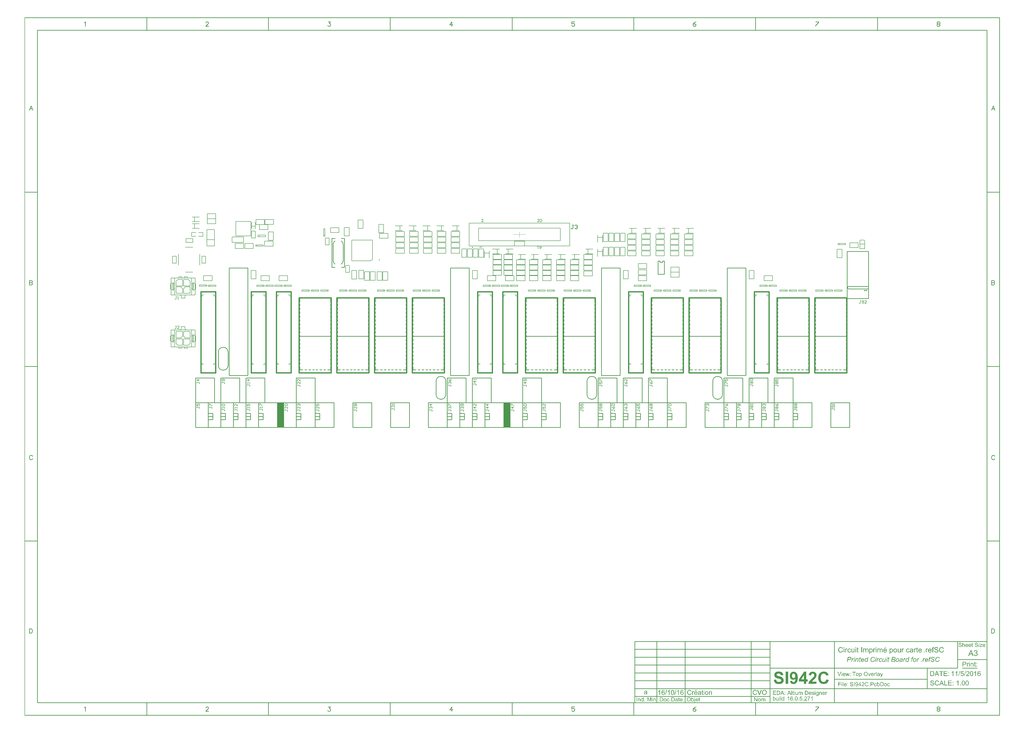
<source format=gto>
G04 Layer_Color=65535*
%FSLAX25Y25*%
%MOIN*%
G70*
G01*
G75*
%ADD36C,0.00800*%
%ADD37C,0.02000*%
%ADD38C,0.00799*%
%ADD43C,0.01000*%
%ADD53C,0.00500*%
%ADD72C,0.00700*%
%ADD73C,0.00984*%
%ADD74C,0.00787*%
%ADD75C,0.00787*%
%ADD76C,0.00600*%
%ADD77C,0.00100*%
%ADD78R,0.10000X0.40400*%
G36*
X1263462Y-373636D02*
X1262671D01*
Y-372738D01*
X1263462D01*
Y-373636D01*
D02*
G37*
G36*
X1259187Y-372640D02*
X1259255D01*
X1259421Y-372660D01*
X1259616Y-372689D01*
X1259831Y-372728D01*
X1260046Y-372786D01*
X1260251Y-372865D01*
X1260260D01*
X1260270Y-372874D01*
X1260299Y-372884D01*
X1260339Y-372904D01*
X1260436Y-372962D01*
X1260563Y-373030D01*
X1260700Y-373128D01*
X1260836Y-373245D01*
X1260973Y-373382D01*
X1261090Y-373538D01*
X1261100Y-373557D01*
X1261139Y-373616D01*
X1261188Y-373714D01*
X1261236Y-373831D01*
X1261295Y-373977D01*
X1261354Y-374153D01*
X1261393Y-374338D01*
X1261412Y-374543D01*
X1260602Y-374602D01*
Y-374592D01*
Y-374573D01*
X1260592Y-374543D01*
X1260583Y-374504D01*
X1260563Y-374397D01*
X1260524Y-374260D01*
X1260466Y-374114D01*
X1260387Y-373967D01*
X1260280Y-373821D01*
X1260153Y-373694D01*
X1260134Y-373684D01*
X1260085Y-373645D01*
X1259997Y-373597D01*
X1259880Y-373538D01*
X1259724Y-373479D01*
X1259529Y-373431D01*
X1259304Y-373392D01*
X1259041Y-373382D01*
X1258914D01*
X1258855Y-373392D01*
X1258777D01*
X1258611Y-373421D01*
X1258426Y-373450D01*
X1258240Y-373499D01*
X1258064Y-373567D01*
X1257986Y-373616D01*
X1257918Y-373665D01*
X1257908Y-373675D01*
X1257869Y-373714D01*
X1257811Y-373772D01*
X1257752Y-373860D01*
X1257684Y-373958D01*
X1257635Y-374075D01*
X1257596Y-374202D01*
X1257576Y-374348D01*
Y-374368D01*
Y-374407D01*
X1257586Y-374475D01*
X1257606Y-374553D01*
X1257635Y-374641D01*
X1257684Y-374739D01*
X1257742Y-374826D01*
X1257821Y-374914D01*
X1257830Y-374924D01*
X1257879Y-374953D01*
X1257908Y-374973D01*
X1257947Y-375002D01*
X1258006Y-375022D01*
X1258074Y-375051D01*
X1258152Y-375090D01*
X1258240Y-375129D01*
X1258338Y-375158D01*
X1258455Y-375197D01*
X1258591Y-375246D01*
X1258738Y-375285D01*
X1258904Y-375324D01*
X1259089Y-375373D01*
X1259099D01*
X1259138Y-375383D01*
X1259187Y-375392D01*
X1259255Y-375412D01*
X1259343Y-375431D01*
X1259441Y-375461D01*
X1259655Y-375510D01*
X1259890Y-375578D01*
X1260124Y-375646D01*
X1260241Y-375675D01*
X1260339Y-375714D01*
X1260436Y-375753D01*
X1260514Y-375783D01*
X1260524D01*
X1260544Y-375793D01*
X1260563Y-375812D01*
X1260602Y-375832D01*
X1260700Y-375890D01*
X1260827Y-375958D01*
X1260963Y-376056D01*
X1261100Y-376173D01*
X1261227Y-376300D01*
X1261334Y-376437D01*
X1261344Y-376456D01*
X1261373Y-376505D01*
X1261422Y-376583D01*
X1261471Y-376700D01*
X1261520Y-376827D01*
X1261568Y-376983D01*
X1261598Y-377159D01*
X1261607Y-377344D01*
Y-377354D01*
Y-377364D01*
Y-377393D01*
Y-377432D01*
X1261588Y-377530D01*
X1261568Y-377657D01*
X1261539Y-377803D01*
X1261481Y-377969D01*
X1261412Y-378145D01*
X1261315Y-378311D01*
X1261305Y-378330D01*
X1261256Y-378389D01*
X1261197Y-378467D01*
X1261100Y-378564D01*
X1260983Y-378681D01*
X1260836Y-378799D01*
X1260661Y-378906D01*
X1260466Y-379013D01*
X1260456D01*
X1260436Y-379023D01*
X1260407Y-379033D01*
X1260368Y-379052D01*
X1260319Y-379072D01*
X1260260Y-379091D01*
X1260104Y-379131D01*
X1259929Y-379179D01*
X1259714Y-379218D01*
X1259490Y-379248D01*
X1259236Y-379257D01*
X1259089D01*
X1259021Y-379248D01*
X1258933D01*
X1258836Y-379238D01*
X1258728Y-379228D01*
X1258504Y-379199D01*
X1258260Y-379150D01*
X1258016Y-379091D01*
X1257782Y-379013D01*
X1257772D01*
X1257752Y-379004D01*
X1257723Y-378984D01*
X1257684Y-378965D01*
X1257576Y-378906D01*
X1257450Y-378818D01*
X1257293Y-378711D01*
X1257147Y-378584D01*
X1256991Y-378428D01*
X1256854Y-378252D01*
Y-378242D01*
X1256845Y-378233D01*
X1256825Y-378203D01*
X1256806Y-378164D01*
X1256776Y-378115D01*
X1256747Y-378057D01*
X1256688Y-377910D01*
X1256630Y-377745D01*
X1256571Y-377540D01*
X1256532Y-377325D01*
X1256513Y-377091D01*
X1257313Y-377022D01*
Y-377032D01*
Y-377042D01*
X1257323Y-377100D01*
X1257342Y-377188D01*
X1257362Y-377305D01*
X1257401Y-377432D01*
X1257440Y-377569D01*
X1257498Y-377696D01*
X1257567Y-377823D01*
X1257576Y-377832D01*
X1257606Y-377871D01*
X1257655Y-377930D01*
X1257733Y-377998D01*
X1257821Y-378076D01*
X1257928Y-378164D01*
X1258064Y-378242D01*
X1258211Y-378320D01*
X1258221D01*
X1258230Y-378330D01*
X1258289Y-378350D01*
X1258377Y-378379D01*
X1258504Y-378408D01*
X1258640Y-378447D01*
X1258816Y-378477D01*
X1259001Y-378496D01*
X1259197Y-378506D01*
X1259275D01*
X1259372Y-378496D01*
X1259480Y-378486D01*
X1259616Y-378477D01*
X1259753Y-378447D01*
X1259899Y-378418D01*
X1260046Y-378369D01*
X1260065Y-378359D01*
X1260104Y-378340D01*
X1260173Y-378311D01*
X1260251Y-378262D01*
X1260348Y-378203D01*
X1260436Y-378135D01*
X1260524Y-378057D01*
X1260602Y-377969D01*
X1260612Y-377959D01*
X1260631Y-377920D01*
X1260661Y-377871D01*
X1260700Y-377803D01*
X1260729Y-377725D01*
X1260758Y-377627D01*
X1260778Y-377530D01*
X1260787Y-377422D01*
Y-377413D01*
Y-377374D01*
X1260778Y-377315D01*
X1260768Y-377247D01*
X1260748Y-377159D01*
X1260709Y-377071D01*
X1260670Y-376983D01*
X1260612Y-376895D01*
X1260602Y-376886D01*
X1260583Y-376856D01*
X1260534Y-376817D01*
X1260475Y-376759D01*
X1260397Y-376700D01*
X1260299Y-376642D01*
X1260173Y-376573D01*
X1260036Y-376515D01*
X1260026Y-376505D01*
X1259987Y-376495D01*
X1259909Y-376476D01*
X1259860Y-376456D01*
X1259802Y-376437D01*
X1259724Y-376417D01*
X1259646Y-376398D01*
X1259548Y-376368D01*
X1259450Y-376339D01*
X1259333Y-376310D01*
X1259197Y-376281D01*
X1259050Y-376241D01*
X1258894Y-376203D01*
X1258884D01*
X1258855Y-376193D01*
X1258806Y-376183D01*
X1258748Y-376163D01*
X1258679Y-376144D01*
X1258601Y-376124D01*
X1258416Y-376076D01*
X1258211Y-376007D01*
X1258006Y-375939D01*
X1257821Y-375871D01*
X1257733Y-375841D01*
X1257664Y-375802D01*
X1257655D01*
X1257645Y-375793D01*
X1257586Y-375753D01*
X1257508Y-375705D01*
X1257411Y-375636D01*
X1257293Y-375549D01*
X1257186Y-375451D01*
X1257079Y-375334D01*
X1256981Y-375207D01*
X1256971Y-375187D01*
X1256942Y-375139D01*
X1256913Y-375070D01*
X1256874Y-374973D01*
X1256825Y-374856D01*
X1256796Y-374719D01*
X1256766Y-374563D01*
X1256757Y-374407D01*
Y-374397D01*
Y-374387D01*
Y-374358D01*
Y-374319D01*
X1256776Y-374231D01*
X1256796Y-374114D01*
X1256825Y-373967D01*
X1256874Y-373821D01*
X1256942Y-373655D01*
X1257030Y-373499D01*
Y-373489D01*
X1257040Y-373479D01*
X1257079Y-373431D01*
X1257147Y-373353D01*
X1257235Y-373255D01*
X1257342Y-373157D01*
X1257479Y-373050D01*
X1257645Y-372943D01*
X1257830Y-372855D01*
X1257840D01*
X1257850Y-372845D01*
X1257879Y-372835D01*
X1257928Y-372816D01*
X1257977Y-372806D01*
X1258035Y-372786D01*
X1258172Y-372738D01*
X1258348Y-372699D01*
X1258543Y-372669D01*
X1258767Y-372640D01*
X1259001Y-372630D01*
X1259119D01*
X1259187Y-372640D01*
D02*
G37*
G36*
X1233303D02*
X1233372D01*
X1233538Y-372660D01*
X1233733Y-372689D01*
X1233947Y-372728D01*
X1234162Y-372786D01*
X1234367Y-372865D01*
X1234377D01*
X1234387Y-372874D01*
X1234416Y-372884D01*
X1234455Y-372904D01*
X1234553Y-372962D01*
X1234680Y-373030D01*
X1234816Y-373128D01*
X1234953Y-373245D01*
X1235089Y-373382D01*
X1235207Y-373538D01*
X1235216Y-373557D01*
X1235255Y-373616D01*
X1235304Y-373714D01*
X1235353Y-373831D01*
X1235411Y-373977D01*
X1235470Y-374153D01*
X1235509Y-374338D01*
X1235529Y-374543D01*
X1234719Y-374602D01*
Y-374592D01*
Y-374573D01*
X1234709Y-374543D01*
X1234699Y-374504D01*
X1234680Y-374397D01*
X1234641Y-374260D01*
X1234582Y-374114D01*
X1234504Y-373967D01*
X1234396Y-373821D01*
X1234270Y-373694D01*
X1234250Y-373684D01*
X1234201Y-373645D01*
X1234114Y-373597D01*
X1233996Y-373538D01*
X1233840Y-373479D01*
X1233645Y-373431D01*
X1233420Y-373392D01*
X1233157Y-373382D01*
X1233030D01*
X1232971Y-373392D01*
X1232893D01*
X1232728Y-373421D01*
X1232542Y-373450D01*
X1232357Y-373499D01*
X1232181Y-373567D01*
X1232103Y-373616D01*
X1232035Y-373665D01*
X1232025Y-373675D01*
X1231986Y-373714D01*
X1231927Y-373772D01*
X1231869Y-373860D01*
X1231800Y-373958D01*
X1231752Y-374075D01*
X1231713Y-374202D01*
X1231693Y-374348D01*
Y-374368D01*
Y-374407D01*
X1231703Y-374475D01*
X1231722Y-374553D01*
X1231752Y-374641D01*
X1231800Y-374739D01*
X1231859Y-374826D01*
X1231937Y-374914D01*
X1231947Y-374924D01*
X1231995Y-374953D01*
X1232025Y-374973D01*
X1232064Y-375002D01*
X1232122Y-375022D01*
X1232191Y-375051D01*
X1232269Y-375090D01*
X1232357Y-375129D01*
X1232454Y-375158D01*
X1232571Y-375197D01*
X1232708Y-375246D01*
X1232854Y-375285D01*
X1233020Y-375324D01*
X1233206Y-375373D01*
X1233216D01*
X1233255Y-375383D01*
X1233303Y-375392D01*
X1233372Y-375412D01*
X1233459Y-375431D01*
X1233557Y-375461D01*
X1233772Y-375510D01*
X1234006Y-375578D01*
X1234240Y-375646D01*
X1234357Y-375675D01*
X1234455Y-375714D01*
X1234553Y-375753D01*
X1234631Y-375783D01*
X1234641D01*
X1234660Y-375793D01*
X1234680Y-375812D01*
X1234719Y-375832D01*
X1234816Y-375890D01*
X1234943Y-375958D01*
X1235080Y-376056D01*
X1235216Y-376173D01*
X1235343Y-376300D01*
X1235451Y-376437D01*
X1235460Y-376456D01*
X1235490Y-376505D01*
X1235538Y-376583D01*
X1235587Y-376700D01*
X1235636Y-376827D01*
X1235685Y-376983D01*
X1235714Y-377159D01*
X1235724Y-377344D01*
Y-377354D01*
Y-377364D01*
Y-377393D01*
Y-377432D01*
X1235704Y-377530D01*
X1235685Y-377657D01*
X1235655Y-377803D01*
X1235597Y-377969D01*
X1235529Y-378145D01*
X1235431Y-378311D01*
X1235421Y-378330D01*
X1235373Y-378389D01*
X1235314Y-378467D01*
X1235216Y-378564D01*
X1235099Y-378681D01*
X1234953Y-378799D01*
X1234777Y-378906D01*
X1234582Y-379013D01*
X1234572D01*
X1234553Y-379023D01*
X1234523Y-379033D01*
X1234484Y-379052D01*
X1234435Y-379072D01*
X1234377Y-379091D01*
X1234221Y-379131D01*
X1234045Y-379179D01*
X1233830Y-379218D01*
X1233606Y-379248D01*
X1233352Y-379257D01*
X1233206D01*
X1233137Y-379248D01*
X1233050D01*
X1232952Y-379238D01*
X1232845Y-379228D01*
X1232620Y-379199D01*
X1232376Y-379150D01*
X1232132Y-379091D01*
X1231898Y-379013D01*
X1231888D01*
X1231869Y-379004D01*
X1231839Y-378984D01*
X1231800Y-378965D01*
X1231693Y-378906D01*
X1231566Y-378818D01*
X1231410Y-378711D01*
X1231264Y-378584D01*
X1231107Y-378428D01*
X1230971Y-378252D01*
Y-378242D01*
X1230961Y-378233D01*
X1230941Y-378203D01*
X1230922Y-378164D01*
X1230893Y-378115D01*
X1230863Y-378057D01*
X1230805Y-377910D01*
X1230746Y-377745D01*
X1230688Y-377540D01*
X1230649Y-377325D01*
X1230629Y-377091D01*
X1231429Y-377022D01*
Y-377032D01*
Y-377042D01*
X1231439Y-377100D01*
X1231459Y-377188D01*
X1231478Y-377305D01*
X1231517Y-377432D01*
X1231556Y-377569D01*
X1231615Y-377696D01*
X1231683Y-377823D01*
X1231693Y-377832D01*
X1231722Y-377871D01*
X1231771Y-377930D01*
X1231849Y-377998D01*
X1231937Y-378076D01*
X1232044Y-378164D01*
X1232181Y-378242D01*
X1232327Y-378320D01*
X1232337D01*
X1232347Y-378330D01*
X1232405Y-378350D01*
X1232493Y-378379D01*
X1232620Y-378408D01*
X1232757Y-378447D01*
X1232932Y-378477D01*
X1233118Y-378496D01*
X1233313Y-378506D01*
X1233391D01*
X1233489Y-378496D01*
X1233596Y-378486D01*
X1233733Y-378477D01*
X1233869Y-378447D01*
X1234016Y-378418D01*
X1234162Y-378369D01*
X1234182Y-378359D01*
X1234221Y-378340D01*
X1234289Y-378311D01*
X1234367Y-378262D01*
X1234465Y-378203D01*
X1234553Y-378135D01*
X1234641Y-378057D01*
X1234719Y-377969D01*
X1234728Y-377959D01*
X1234748Y-377920D01*
X1234777Y-377871D01*
X1234816Y-377803D01*
X1234845Y-377725D01*
X1234875Y-377627D01*
X1234894Y-377530D01*
X1234904Y-377422D01*
Y-377413D01*
Y-377374D01*
X1234894Y-377315D01*
X1234884Y-377247D01*
X1234865Y-377159D01*
X1234826Y-377071D01*
X1234787Y-376983D01*
X1234728Y-376895D01*
X1234719Y-376886D01*
X1234699Y-376856D01*
X1234650Y-376817D01*
X1234592Y-376759D01*
X1234514Y-376700D01*
X1234416Y-376642D01*
X1234289Y-376573D01*
X1234153Y-376515D01*
X1234143Y-376505D01*
X1234104Y-376495D01*
X1234026Y-376476D01*
X1233977Y-376456D01*
X1233918Y-376437D01*
X1233840Y-376417D01*
X1233762Y-376398D01*
X1233665Y-376368D01*
X1233567Y-376339D01*
X1233450Y-376310D01*
X1233313Y-376281D01*
X1233167Y-376241D01*
X1233011Y-376203D01*
X1233001D01*
X1232971Y-376193D01*
X1232923Y-376183D01*
X1232864Y-376163D01*
X1232796Y-376144D01*
X1232718Y-376124D01*
X1232532Y-376076D01*
X1232327Y-376007D01*
X1232122Y-375939D01*
X1231937Y-375871D01*
X1231849Y-375841D01*
X1231781Y-375802D01*
X1231771D01*
X1231761Y-375793D01*
X1231703Y-375753D01*
X1231625Y-375705D01*
X1231527Y-375636D01*
X1231410Y-375549D01*
X1231303Y-375451D01*
X1231195Y-375334D01*
X1231098Y-375207D01*
X1231088Y-375187D01*
X1231059Y-375139D01*
X1231029Y-375070D01*
X1230990Y-374973D01*
X1230941Y-374856D01*
X1230912Y-374719D01*
X1230883Y-374563D01*
X1230873Y-374407D01*
Y-374397D01*
Y-374387D01*
Y-374358D01*
Y-374319D01*
X1230893Y-374231D01*
X1230912Y-374114D01*
X1230941Y-373967D01*
X1230990Y-373821D01*
X1231059Y-373655D01*
X1231146Y-373499D01*
Y-373489D01*
X1231156Y-373479D01*
X1231195Y-373431D01*
X1231264Y-373353D01*
X1231351Y-373255D01*
X1231459Y-373157D01*
X1231595Y-373050D01*
X1231761Y-372943D01*
X1231947Y-372855D01*
X1231956D01*
X1231966Y-372845D01*
X1231995Y-372835D01*
X1232044Y-372816D01*
X1232093Y-372806D01*
X1232152Y-372786D01*
X1232288Y-372738D01*
X1232464Y-372699D01*
X1232659Y-372669D01*
X1232884Y-372640D01*
X1233118Y-372630D01*
X1233235D01*
X1233303Y-372640D01*
D02*
G37*
G36*
X1268205Y-375022D02*
X1265687Y-377979D01*
X1265199Y-378525D01*
X1265248D01*
X1265287Y-378516D01*
X1265394Y-378506D01*
X1265521Y-378496D01*
X1265677D01*
X1265843Y-378486D01*
X1266195Y-378477D01*
X1268342D01*
Y-379150D01*
X1264233D01*
Y-378516D01*
X1267190Y-375109D01*
X1267102D01*
X1267014Y-375119D01*
X1266887D01*
X1266751Y-375129D01*
X1266605D01*
X1266448Y-375139D01*
X1264408D01*
Y-374504D01*
X1268205D01*
Y-375022D01*
D02*
G37*
G36*
X1263462Y-379150D02*
X1262671D01*
Y-374504D01*
X1263462D01*
Y-379150D01*
D02*
G37*
G36*
X1237568Y-375031D02*
X1237578Y-375022D01*
X1237598Y-375002D01*
X1237627Y-374973D01*
X1237666Y-374934D01*
X1237725Y-374885D01*
X1237783Y-374826D01*
X1237861Y-374778D01*
X1237949Y-374709D01*
X1238047Y-374651D01*
X1238144Y-374602D01*
X1238388Y-374495D01*
X1238515Y-374455D01*
X1238652Y-374426D01*
X1238798Y-374407D01*
X1238954Y-374397D01*
X1239042D01*
X1239140Y-374407D01*
X1239257Y-374426D01*
X1239394Y-374446D01*
X1239540Y-374485D01*
X1239696Y-374534D01*
X1239843Y-374602D01*
X1239862Y-374612D01*
X1239901Y-374641D01*
X1239969Y-374690D01*
X1240057Y-374748D01*
X1240145Y-374826D01*
X1240233Y-374924D01*
X1240321Y-375041D01*
X1240389Y-375168D01*
X1240399Y-375187D01*
X1240418Y-375236D01*
X1240438Y-375314D01*
X1240477Y-375431D01*
X1240506Y-375578D01*
X1240526Y-375763D01*
X1240545Y-375968D01*
X1240555Y-376212D01*
Y-379150D01*
X1239764D01*
Y-376203D01*
Y-376193D01*
Y-376173D01*
Y-376144D01*
Y-376105D01*
X1239755Y-376007D01*
X1239735Y-375871D01*
X1239696Y-375734D01*
X1239657Y-375597D01*
X1239589Y-375461D01*
X1239501Y-375344D01*
X1239491Y-375334D01*
X1239452Y-375305D01*
X1239394Y-375256D01*
X1239316Y-375207D01*
X1239218Y-375158D01*
X1239091Y-375109D01*
X1238954Y-375080D01*
X1238789Y-375070D01*
X1238730D01*
X1238662Y-375080D01*
X1238574Y-375090D01*
X1238476Y-375119D01*
X1238359Y-375148D01*
X1238242Y-375197D01*
X1238125Y-375256D01*
X1238115Y-375266D01*
X1238076Y-375285D01*
X1238027Y-375334D01*
X1237959Y-375383D01*
X1237891Y-375461D01*
X1237813Y-375539D01*
X1237754Y-375646D01*
X1237695Y-375753D01*
X1237686Y-375763D01*
X1237676Y-375812D01*
X1237656Y-375880D01*
X1237637Y-375978D01*
X1237607Y-376105D01*
X1237588Y-376251D01*
X1237578Y-376417D01*
X1237568Y-376612D01*
Y-379150D01*
X1236778D01*
Y-372738D01*
X1237568D01*
Y-375031D01*
D02*
G37*
G36*
X1252638Y-374504D02*
X1253428D01*
Y-375119D01*
X1252638D01*
Y-377842D01*
Y-377852D01*
Y-377891D01*
Y-377950D01*
X1252648Y-378018D01*
X1252658Y-378164D01*
X1252667Y-378223D01*
X1252677Y-378272D01*
X1252687Y-378291D01*
X1252706Y-378330D01*
X1252745Y-378379D01*
X1252804Y-378428D01*
X1252823Y-378437D01*
X1252872Y-378447D01*
X1252960Y-378467D01*
X1253077Y-378477D01*
X1253175D01*
X1253224Y-378467D01*
X1253282D01*
X1253428Y-378447D01*
X1253536Y-379140D01*
X1253516D01*
X1253477Y-379150D01*
X1253419Y-379160D01*
X1253331Y-379170D01*
X1253243Y-379189D01*
X1253145Y-379199D01*
X1252940Y-379209D01*
X1252872D01*
X1252794Y-379199D01*
X1252697Y-379189D01*
X1252589Y-379179D01*
X1252472Y-379150D01*
X1252365Y-379121D01*
X1252267Y-379082D01*
X1252257Y-379072D01*
X1252228Y-379052D01*
X1252189Y-379023D01*
X1252140Y-378984D01*
X1252082Y-378935D01*
X1252033Y-378877D01*
X1251974Y-378808D01*
X1251935Y-378730D01*
Y-378721D01*
X1251925Y-378681D01*
X1251906Y-378623D01*
X1251896Y-378525D01*
X1251877Y-378398D01*
X1251867Y-378330D01*
X1251857Y-378242D01*
Y-378145D01*
X1251847Y-378037D01*
Y-377920D01*
Y-377793D01*
Y-375119D01*
X1251262D01*
Y-374504D01*
X1251847D01*
Y-373362D01*
X1252638Y-372884D01*
Y-374504D01*
D02*
G37*
G36*
X1271192Y-374407D02*
X1271270Y-374416D01*
X1271367Y-374426D01*
X1271465Y-374446D01*
X1271582Y-374475D01*
X1271816Y-374553D01*
X1271943Y-374602D01*
X1272070Y-374670D01*
X1272197Y-374739D01*
X1272324Y-374826D01*
X1272441Y-374924D01*
X1272558Y-375041D01*
X1272568Y-375051D01*
X1272587Y-375070D01*
X1272617Y-375109D01*
X1272656Y-375158D01*
X1272695Y-375226D01*
X1272744Y-375305D01*
X1272802Y-375392D01*
X1272861Y-375500D01*
X1272909Y-375627D01*
X1272968Y-375753D01*
X1273017Y-375900D01*
X1273066Y-376066D01*
X1273095Y-376232D01*
X1273124Y-376417D01*
X1273144Y-376612D01*
X1273153Y-376827D01*
Y-376837D01*
Y-376876D01*
Y-376944D01*
X1273144Y-377032D01*
X1269689D01*
Y-377042D01*
Y-377061D01*
X1269698Y-377110D01*
Y-377159D01*
X1269708Y-377227D01*
X1269718Y-377296D01*
X1269757Y-377471D01*
X1269816Y-377657D01*
X1269884Y-377852D01*
X1269991Y-378047D01*
X1270118Y-378213D01*
X1270138Y-378233D01*
X1270186Y-378272D01*
X1270274Y-378340D01*
X1270382Y-378408D01*
X1270528Y-378486D01*
X1270694Y-378555D01*
X1270879Y-378594D01*
X1271084Y-378613D01*
X1271162D01*
X1271241Y-378603D01*
X1271338Y-378584D01*
X1271455Y-378555D01*
X1271582Y-378516D01*
X1271709Y-378467D01*
X1271826Y-378389D01*
X1271836Y-378379D01*
X1271875Y-378340D01*
X1271933Y-378291D01*
X1272002Y-378203D01*
X1272080Y-378106D01*
X1272158Y-377979D01*
X1272236Y-377823D01*
X1272314Y-377647D01*
X1273124Y-377754D01*
Y-377764D01*
X1273114Y-377784D01*
X1273105Y-377823D01*
X1273085Y-377871D01*
X1273066Y-377930D01*
X1273036Y-377998D01*
X1272958Y-378164D01*
X1272861Y-378340D01*
X1272744Y-378525D01*
X1272587Y-378711D01*
X1272412Y-378867D01*
X1272402D01*
X1272392Y-378887D01*
X1272363Y-378906D01*
X1272314Y-378925D01*
X1272265Y-378955D01*
X1272207Y-378994D01*
X1272138Y-379023D01*
X1272051Y-379062D01*
X1271865Y-379131D01*
X1271631Y-379199D01*
X1271377Y-379238D01*
X1271084Y-379257D01*
X1270987D01*
X1270918Y-379248D01*
X1270831Y-379238D01*
X1270733Y-379228D01*
X1270626Y-379209D01*
X1270499Y-379179D01*
X1270245Y-379101D01*
X1270108Y-379052D01*
X1269981Y-378994D01*
X1269845Y-378925D01*
X1269718Y-378838D01*
X1269591Y-378740D01*
X1269474Y-378633D01*
X1269464Y-378623D01*
X1269445Y-378603D01*
X1269415Y-378564D01*
X1269386Y-378516D01*
X1269337Y-378457D01*
X1269289Y-378379D01*
X1269230Y-378281D01*
X1269181Y-378174D01*
X1269123Y-378057D01*
X1269064Y-377930D01*
X1269015Y-377784D01*
X1268976Y-377627D01*
X1268937Y-377462D01*
X1268908Y-377276D01*
X1268888Y-377081D01*
X1268879Y-376876D01*
Y-376866D01*
Y-376827D01*
Y-376759D01*
X1268888Y-376681D01*
X1268898Y-376583D01*
X1268908Y-376466D01*
X1268927Y-376339D01*
X1268957Y-376203D01*
X1269025Y-375910D01*
X1269074Y-375763D01*
X1269132Y-375607D01*
X1269201Y-375461D01*
X1269279Y-375314D01*
X1269367Y-375178D01*
X1269474Y-375051D01*
X1269484Y-375041D01*
X1269503Y-375022D01*
X1269532Y-374992D01*
X1269581Y-374943D01*
X1269640Y-374895D01*
X1269718Y-374846D01*
X1269796Y-374787D01*
X1269894Y-374719D01*
X1270001Y-374660D01*
X1270118Y-374602D01*
X1270245Y-374553D01*
X1270391Y-374495D01*
X1270538Y-374455D01*
X1270694Y-374426D01*
X1270860Y-374407D01*
X1271035Y-374397D01*
X1271123D01*
X1271192Y-374407D01*
D02*
G37*
G36*
X1248792D02*
X1248871Y-374416D01*
X1248968Y-374426D01*
X1249066Y-374446D01*
X1249183Y-374475D01*
X1249417Y-374553D01*
X1249544Y-374602D01*
X1249671Y-374670D01*
X1249798Y-374739D01*
X1249925Y-374826D01*
X1250042Y-374924D01*
X1250159Y-375041D01*
X1250169Y-375051D01*
X1250188Y-375070D01*
X1250217Y-375109D01*
X1250257Y-375158D01*
X1250296Y-375226D01*
X1250344Y-375305D01*
X1250403Y-375392D01*
X1250461Y-375500D01*
X1250510Y-375627D01*
X1250569Y-375753D01*
X1250618Y-375900D01*
X1250666Y-376066D01*
X1250696Y-376232D01*
X1250725Y-376417D01*
X1250745Y-376612D01*
X1250754Y-376827D01*
Y-376837D01*
Y-376876D01*
Y-376944D01*
X1250745Y-377032D01*
X1247289D01*
Y-377042D01*
Y-377061D01*
X1247299Y-377110D01*
Y-377159D01*
X1247309Y-377227D01*
X1247319Y-377296D01*
X1247358Y-377471D01*
X1247416Y-377657D01*
X1247485Y-377852D01*
X1247592Y-378047D01*
X1247719Y-378213D01*
X1247738Y-378233D01*
X1247787Y-378272D01*
X1247875Y-378340D01*
X1247982Y-378408D01*
X1248129Y-378486D01*
X1248295Y-378555D01*
X1248480Y-378594D01*
X1248685Y-378613D01*
X1248763D01*
X1248841Y-378603D01*
X1248939Y-378584D01*
X1249056Y-378555D01*
X1249183Y-378516D01*
X1249310Y-378467D01*
X1249427Y-378389D01*
X1249437Y-378379D01*
X1249476Y-378340D01*
X1249534Y-378291D01*
X1249603Y-378203D01*
X1249681Y-378106D01*
X1249759Y-377979D01*
X1249837Y-377823D01*
X1249915Y-377647D01*
X1250725Y-377754D01*
Y-377764D01*
X1250715Y-377784D01*
X1250706Y-377823D01*
X1250686Y-377871D01*
X1250666Y-377930D01*
X1250637Y-377998D01*
X1250559Y-378164D01*
X1250461Y-378340D01*
X1250344Y-378525D01*
X1250188Y-378711D01*
X1250012Y-378867D01*
X1250003D01*
X1249993Y-378887D01*
X1249964Y-378906D01*
X1249915Y-378925D01*
X1249866Y-378955D01*
X1249807Y-378994D01*
X1249739Y-379023D01*
X1249651Y-379062D01*
X1249466Y-379131D01*
X1249232Y-379199D01*
X1248978Y-379238D01*
X1248685Y-379257D01*
X1248588D01*
X1248519Y-379248D01*
X1248431Y-379238D01*
X1248334Y-379228D01*
X1248226Y-379209D01*
X1248100Y-379179D01*
X1247846Y-379101D01*
X1247709Y-379052D01*
X1247582Y-378994D01*
X1247446Y-378925D01*
X1247319Y-378838D01*
X1247192Y-378740D01*
X1247075Y-378633D01*
X1247065Y-378623D01*
X1247045Y-378603D01*
X1247016Y-378564D01*
X1246987Y-378516D01*
X1246938Y-378457D01*
X1246889Y-378379D01*
X1246831Y-378281D01*
X1246782Y-378174D01*
X1246723Y-378057D01*
X1246665Y-377930D01*
X1246616Y-377784D01*
X1246577Y-377627D01*
X1246538Y-377462D01*
X1246509Y-377276D01*
X1246489Y-377081D01*
X1246479Y-376876D01*
Y-376866D01*
Y-376827D01*
Y-376759D01*
X1246489Y-376681D01*
X1246499Y-376583D01*
X1246509Y-376466D01*
X1246528Y-376339D01*
X1246558Y-376203D01*
X1246626Y-375910D01*
X1246675Y-375763D01*
X1246733Y-375607D01*
X1246801Y-375461D01*
X1246879Y-375314D01*
X1246967Y-375178D01*
X1247075Y-375051D01*
X1247085Y-375041D01*
X1247104Y-375022D01*
X1247133Y-374992D01*
X1247182Y-374943D01*
X1247241Y-374895D01*
X1247319Y-374846D01*
X1247397Y-374787D01*
X1247494Y-374719D01*
X1247602Y-374660D01*
X1247719Y-374602D01*
X1247846Y-374553D01*
X1247992Y-374495D01*
X1248139Y-374455D01*
X1248295Y-374426D01*
X1248461Y-374407D01*
X1248636Y-374397D01*
X1248724D01*
X1248792Y-374407D01*
D02*
G37*
G36*
X1243815D02*
X1243893Y-374416D01*
X1243991Y-374426D01*
X1244088Y-374446D01*
X1244205Y-374475D01*
X1244440Y-374553D01*
X1244566Y-374602D01*
X1244693Y-374670D01*
X1244820Y-374739D01*
X1244947Y-374826D01*
X1245064Y-374924D01*
X1245181Y-375041D01*
X1245191Y-375051D01*
X1245211Y-375070D01*
X1245240Y-375109D01*
X1245279Y-375158D01*
X1245318Y-375226D01*
X1245367Y-375305D01*
X1245425Y-375392D01*
X1245484Y-375500D01*
X1245533Y-375627D01*
X1245591Y-375753D01*
X1245640Y-375900D01*
X1245689Y-376066D01*
X1245718Y-376232D01*
X1245747Y-376417D01*
X1245767Y-376612D01*
X1245777Y-376827D01*
Y-376837D01*
Y-376876D01*
Y-376944D01*
X1245767Y-377032D01*
X1242312D01*
Y-377042D01*
Y-377061D01*
X1242322Y-377110D01*
Y-377159D01*
X1242331Y-377227D01*
X1242341Y-377296D01*
X1242380Y-377471D01*
X1242439Y-377657D01*
X1242507Y-377852D01*
X1242614Y-378047D01*
X1242741Y-378213D01*
X1242761Y-378233D01*
X1242810Y-378272D01*
X1242898Y-378340D01*
X1243005Y-378408D01*
X1243151Y-378486D01*
X1243317Y-378555D01*
X1243503Y-378594D01*
X1243707Y-378613D01*
X1243786D01*
X1243864Y-378603D01*
X1243961Y-378584D01*
X1244078Y-378555D01*
X1244205Y-378516D01*
X1244332Y-378467D01*
X1244449Y-378389D01*
X1244459Y-378379D01*
X1244498Y-378340D01*
X1244557Y-378291D01*
X1244625Y-378203D01*
X1244703Y-378106D01*
X1244781Y-377979D01*
X1244859Y-377823D01*
X1244937Y-377647D01*
X1245747Y-377754D01*
Y-377764D01*
X1245738Y-377784D01*
X1245728Y-377823D01*
X1245708Y-377871D01*
X1245689Y-377930D01*
X1245660Y-377998D01*
X1245582Y-378164D01*
X1245484Y-378340D01*
X1245367Y-378525D01*
X1245211Y-378711D01*
X1245035Y-378867D01*
X1245025D01*
X1245015Y-378887D01*
X1244986Y-378906D01*
X1244937Y-378925D01*
X1244888Y-378955D01*
X1244830Y-378994D01*
X1244762Y-379023D01*
X1244674Y-379062D01*
X1244488Y-379131D01*
X1244254Y-379199D01*
X1244000Y-379238D01*
X1243707Y-379257D01*
X1243610D01*
X1243542Y-379248D01*
X1243454Y-379238D01*
X1243356Y-379228D01*
X1243249Y-379209D01*
X1243122Y-379179D01*
X1242868Y-379101D01*
X1242731Y-379052D01*
X1242605Y-378994D01*
X1242468Y-378925D01*
X1242341Y-378838D01*
X1242214Y-378740D01*
X1242097Y-378633D01*
X1242087Y-378623D01*
X1242068Y-378603D01*
X1242039Y-378564D01*
X1242009Y-378516D01*
X1241961Y-378457D01*
X1241912Y-378379D01*
X1241853Y-378281D01*
X1241804Y-378174D01*
X1241746Y-378057D01*
X1241687Y-377930D01*
X1241638Y-377784D01*
X1241599Y-377627D01*
X1241560Y-377462D01*
X1241531Y-377276D01*
X1241512Y-377081D01*
X1241502Y-376876D01*
Y-376866D01*
Y-376827D01*
Y-376759D01*
X1241512Y-376681D01*
X1241521Y-376583D01*
X1241531Y-376466D01*
X1241551Y-376339D01*
X1241580Y-376203D01*
X1241648Y-375910D01*
X1241697Y-375763D01*
X1241755Y-375607D01*
X1241824Y-375461D01*
X1241902Y-375314D01*
X1241990Y-375178D01*
X1242097Y-375051D01*
X1242107Y-375041D01*
X1242126Y-375022D01*
X1242156Y-374992D01*
X1242204Y-374943D01*
X1242263Y-374895D01*
X1242341Y-374846D01*
X1242419Y-374787D01*
X1242517Y-374719D01*
X1242624Y-374660D01*
X1242741Y-374602D01*
X1242868Y-374553D01*
X1243015Y-374495D01*
X1243161Y-374455D01*
X1243317Y-374426D01*
X1243483Y-374407D01*
X1243659Y-374397D01*
X1243747D01*
X1243815Y-374407D01*
D02*
G37*
G36*
X1191111Y-379436D02*
X1191251Y-379449D01*
X1191416Y-379474D01*
X1191593Y-379499D01*
X1191784Y-379537D01*
X1191631Y-380426D01*
X1191619D01*
X1191580Y-380413D01*
X1191517Y-380400D01*
X1191441Y-380387D01*
X1191339D01*
X1191238Y-380375D01*
X1191022Y-380362D01*
X1190946D01*
X1190870Y-380375D01*
X1190768Y-380387D01*
X1190667Y-380413D01*
X1190553Y-380451D01*
X1190451Y-380502D01*
X1190362Y-380565D01*
X1190349Y-380578D01*
X1190337Y-380603D01*
X1190299Y-380654D01*
X1190273Y-380730D01*
X1190235Y-380832D01*
X1190197Y-380971D01*
X1190185Y-381123D01*
X1190172Y-381314D01*
Y-381860D01*
X1191352D01*
Y-382659D01*
X1190185D01*
Y-387900D01*
X1189157D01*
Y-382659D01*
X1188256D01*
Y-381860D01*
X1189157D01*
Y-381225D01*
Y-381212D01*
Y-381200D01*
Y-381123D01*
X1189169Y-381022D01*
Y-380882D01*
X1189182Y-380743D01*
X1189207Y-380591D01*
X1189233Y-380451D01*
X1189271Y-380324D01*
X1189284Y-380311D01*
X1189296Y-380261D01*
X1189334Y-380185D01*
X1189385Y-380096D01*
X1189461Y-379981D01*
X1189550Y-379880D01*
X1189652Y-379778D01*
X1189779Y-379677D01*
X1189791Y-379664D01*
X1189855Y-379639D01*
X1189931Y-379601D01*
X1190058Y-379550D01*
X1190197Y-379499D01*
X1190388Y-379461D01*
X1190591Y-379436D01*
X1190832Y-379423D01*
X1190997D01*
X1191111Y-379436D01*
D02*
G37*
G36*
X1100088Y-380730D02*
X1099060D01*
Y-379563D01*
X1100088D01*
Y-380730D01*
D02*
G37*
G36*
X1067754D02*
X1066726D01*
Y-379563D01*
X1067754D01*
Y-380730D01*
D02*
G37*
G36*
X1048998D02*
X1047970D01*
Y-379563D01*
X1048998D01*
Y-380730D01*
D02*
G37*
G36*
X1113819Y-381111D02*
X1112968D01*
X1113730Y-379525D01*
X1115075D01*
X1113819Y-381111D01*
D02*
G37*
G36*
X1195400Y-379436D02*
X1195489D01*
X1195705Y-379461D01*
X1195959Y-379499D01*
X1196238Y-379550D01*
X1196517Y-379626D01*
X1196783Y-379728D01*
X1196796D01*
X1196809Y-379740D01*
X1196847Y-379753D01*
X1196898Y-379778D01*
X1197025Y-379854D01*
X1197189Y-379943D01*
X1197367Y-380070D01*
X1197545Y-380223D01*
X1197722Y-380400D01*
X1197875Y-380603D01*
X1197887Y-380629D01*
X1197938Y-380705D01*
X1198002Y-380832D01*
X1198065Y-380984D01*
X1198141Y-381174D01*
X1198217Y-381403D01*
X1198268Y-381644D01*
X1198293Y-381910D01*
X1197240Y-381986D01*
Y-381974D01*
Y-381948D01*
X1197227Y-381910D01*
X1197215Y-381860D01*
X1197189Y-381720D01*
X1197139Y-381542D01*
X1197062Y-381352D01*
X1196961Y-381162D01*
X1196821Y-380971D01*
X1196657Y-380806D01*
X1196631Y-380794D01*
X1196568Y-380743D01*
X1196453Y-380679D01*
X1196301Y-380603D01*
X1196098Y-380527D01*
X1195844Y-380464D01*
X1195552Y-380413D01*
X1195210Y-380400D01*
X1195045D01*
X1194969Y-380413D01*
X1194867D01*
X1194651Y-380451D01*
X1194410Y-380489D01*
X1194169Y-380553D01*
X1193941Y-380641D01*
X1193839Y-380705D01*
X1193750Y-380768D01*
X1193738Y-380781D01*
X1193687Y-380832D01*
X1193611Y-380908D01*
X1193535Y-381022D01*
X1193446Y-381149D01*
X1193382Y-381301D01*
X1193332Y-381466D01*
X1193306Y-381657D01*
Y-381682D01*
Y-381733D01*
X1193319Y-381821D01*
X1193344Y-381923D01*
X1193382Y-382037D01*
X1193446Y-382164D01*
X1193522Y-382278D01*
X1193624Y-382393D01*
X1193636Y-382405D01*
X1193700Y-382443D01*
X1193738Y-382469D01*
X1193789Y-382507D01*
X1193865Y-382532D01*
X1193954Y-382570D01*
X1194055Y-382621D01*
X1194169Y-382672D01*
X1194296Y-382710D01*
X1194448Y-382761D01*
X1194626Y-382824D01*
X1194816Y-382875D01*
X1195032Y-382926D01*
X1195273Y-382989D01*
X1195286D01*
X1195337Y-383002D01*
X1195400Y-383014D01*
X1195489Y-383040D01*
X1195603Y-383065D01*
X1195730Y-383103D01*
X1196009Y-383167D01*
X1196314Y-383256D01*
X1196618Y-383344D01*
X1196771Y-383382D01*
X1196898Y-383433D01*
X1197025Y-383484D01*
X1197126Y-383522D01*
X1197139D01*
X1197164Y-383535D01*
X1197189Y-383560D01*
X1197240Y-383585D01*
X1197367Y-383662D01*
X1197532Y-383750D01*
X1197710Y-383877D01*
X1197887Y-384030D01*
X1198052Y-384194D01*
X1198192Y-384372D01*
X1198205Y-384398D01*
X1198243Y-384461D01*
X1198306Y-384562D01*
X1198370Y-384715D01*
X1198433Y-384880D01*
X1198497Y-385083D01*
X1198535Y-385311D01*
X1198547Y-385552D01*
Y-385565D01*
Y-385578D01*
Y-385616D01*
Y-385667D01*
X1198522Y-385793D01*
X1198497Y-385958D01*
X1198458Y-386149D01*
X1198382Y-386365D01*
X1198293Y-386593D01*
X1198167Y-386809D01*
X1198154Y-386834D01*
X1198090Y-386910D01*
X1198014Y-387012D01*
X1197887Y-387139D01*
X1197735Y-387291D01*
X1197545Y-387443D01*
X1197316Y-387583D01*
X1197062Y-387722D01*
X1197050D01*
X1197025Y-387735D01*
X1196986Y-387748D01*
X1196936Y-387773D01*
X1196872Y-387799D01*
X1196796Y-387824D01*
X1196593Y-387875D01*
X1196365Y-387938D01*
X1196085Y-387989D01*
X1195794Y-388027D01*
X1195464Y-388040D01*
X1195273D01*
X1195184Y-388027D01*
X1195070D01*
X1194943Y-388014D01*
X1194804Y-388001D01*
X1194512Y-387964D01*
X1194195Y-387900D01*
X1193877Y-387824D01*
X1193573Y-387722D01*
X1193560D01*
X1193535Y-387710D01*
X1193497Y-387684D01*
X1193446Y-387659D01*
X1193306Y-387583D01*
X1193141Y-387469D01*
X1192938Y-387329D01*
X1192748Y-387164D01*
X1192545Y-386961D01*
X1192367Y-386733D01*
Y-386720D01*
X1192355Y-386707D01*
X1192329Y-386669D01*
X1192304Y-386618D01*
X1192266Y-386555D01*
X1192228Y-386479D01*
X1192152Y-386288D01*
X1192075Y-386073D01*
X1191999Y-385806D01*
X1191949Y-385527D01*
X1191923Y-385222D01*
X1192964Y-385134D01*
Y-385146D01*
Y-385159D01*
X1192976Y-385235D01*
X1193002Y-385349D01*
X1193027Y-385502D01*
X1193078Y-385667D01*
X1193129Y-385844D01*
X1193205Y-386009D01*
X1193294Y-386174D01*
X1193306Y-386187D01*
X1193344Y-386238D01*
X1193408Y-386314D01*
X1193509Y-386403D01*
X1193624Y-386504D01*
X1193763Y-386618D01*
X1193941Y-386720D01*
X1194131Y-386821D01*
X1194144D01*
X1194156Y-386834D01*
X1194233Y-386859D01*
X1194347Y-386897D01*
X1194512Y-386936D01*
X1194689Y-386986D01*
X1194918Y-387024D01*
X1195159Y-387050D01*
X1195413Y-387063D01*
X1195514D01*
X1195641Y-387050D01*
X1195781Y-387037D01*
X1195959Y-387024D01*
X1196136Y-386986D01*
X1196327Y-386948D01*
X1196517Y-386885D01*
X1196542Y-386872D01*
X1196593Y-386847D01*
X1196682Y-386809D01*
X1196783Y-386745D01*
X1196910Y-386669D01*
X1197025Y-386580D01*
X1197139Y-386479D01*
X1197240Y-386365D01*
X1197253Y-386352D01*
X1197278Y-386301D01*
X1197316Y-386238D01*
X1197367Y-386149D01*
X1197405Y-386047D01*
X1197443Y-385920D01*
X1197469Y-385793D01*
X1197481Y-385654D01*
Y-385641D01*
Y-385590D01*
X1197469Y-385514D01*
X1197456Y-385425D01*
X1197431Y-385311D01*
X1197380Y-385197D01*
X1197329Y-385083D01*
X1197253Y-384969D01*
X1197240Y-384956D01*
X1197215Y-384918D01*
X1197151Y-384867D01*
X1197075Y-384791D01*
X1196974Y-384715D01*
X1196847Y-384639D01*
X1196682Y-384550D01*
X1196504Y-384474D01*
X1196492Y-384461D01*
X1196441Y-384448D01*
X1196339Y-384423D01*
X1196276Y-384398D01*
X1196200Y-384372D01*
X1196098Y-384347D01*
X1195997Y-384321D01*
X1195870Y-384283D01*
X1195743Y-384245D01*
X1195590Y-384207D01*
X1195413Y-384169D01*
X1195222Y-384118D01*
X1195019Y-384068D01*
X1195007D01*
X1194969Y-384055D01*
X1194905Y-384042D01*
X1194829Y-384017D01*
X1194740Y-383992D01*
X1194639Y-383966D01*
X1194398Y-383903D01*
X1194131Y-383814D01*
X1193865Y-383725D01*
X1193624Y-383636D01*
X1193509Y-383598D01*
X1193421Y-383547D01*
X1193408D01*
X1193395Y-383535D01*
X1193319Y-383484D01*
X1193217Y-383420D01*
X1193091Y-383332D01*
X1192938Y-383217D01*
X1192799Y-383090D01*
X1192659Y-382938D01*
X1192532Y-382773D01*
X1192519Y-382748D01*
X1192482Y-382684D01*
X1192443Y-382596D01*
X1192393Y-382469D01*
X1192329Y-382316D01*
X1192291Y-382139D01*
X1192253Y-381936D01*
X1192240Y-381733D01*
Y-381720D01*
Y-381707D01*
Y-381669D01*
Y-381618D01*
X1192266Y-381504D01*
X1192291Y-381352D01*
X1192329Y-381162D01*
X1192393Y-380971D01*
X1192482Y-380755D01*
X1192596Y-380553D01*
Y-380540D01*
X1192608Y-380527D01*
X1192659Y-380464D01*
X1192748Y-380362D01*
X1192862Y-380235D01*
X1193002Y-380108D01*
X1193179Y-379969D01*
X1193395Y-379829D01*
X1193636Y-379715D01*
X1193649D01*
X1193662Y-379702D01*
X1193700Y-379690D01*
X1193763Y-379664D01*
X1193827Y-379651D01*
X1193903Y-379626D01*
X1194080Y-379563D01*
X1194309Y-379512D01*
X1194563Y-379474D01*
X1194855Y-379436D01*
X1195159Y-379423D01*
X1195311D01*
X1195400Y-379436D01*
D02*
G37*
G36*
X1203877D02*
X1203979Y-379449D01*
X1204105Y-379461D01*
X1204245Y-379474D01*
X1204397Y-379499D01*
X1204727Y-379575D01*
X1205083Y-379690D01*
X1205260Y-379766D01*
X1205438Y-379854D01*
X1205603Y-379956D01*
X1205768Y-380070D01*
X1205781Y-380083D01*
X1205806Y-380096D01*
X1205844Y-380134D01*
X1205908Y-380185D01*
X1205971Y-380248D01*
X1206060Y-380337D01*
X1206149Y-380426D01*
X1206237Y-380527D01*
X1206339Y-380654D01*
X1206428Y-380781D01*
X1206529Y-380933D01*
X1206631Y-381098D01*
X1206720Y-381263D01*
X1206808Y-381453D01*
X1206961Y-381860D01*
X1205869Y-382113D01*
Y-382101D01*
X1205857Y-382075D01*
X1205844Y-382025D01*
X1205819Y-381961D01*
X1205781Y-381885D01*
X1205742Y-381796D01*
X1205654Y-381606D01*
X1205540Y-381390D01*
X1205387Y-381162D01*
X1205222Y-380959D01*
X1205019Y-380781D01*
X1204994Y-380768D01*
X1204918Y-380717D01*
X1204803Y-380654D01*
X1204638Y-380565D01*
X1204448Y-380489D01*
X1204207Y-380426D01*
X1203940Y-380375D01*
X1203636Y-380362D01*
X1203547D01*
X1203484Y-380375D01*
X1203395D01*
X1203306Y-380387D01*
X1203078Y-380426D01*
X1202824Y-380476D01*
X1202557Y-380565D01*
X1202291Y-380679D01*
X1202037Y-380832D01*
X1202024D01*
X1202012Y-380857D01*
X1201935Y-380921D01*
X1201821Y-381022D01*
X1201682Y-381162D01*
X1201542Y-381339D01*
X1201390Y-381542D01*
X1201250Y-381796D01*
X1201136Y-382075D01*
Y-382088D01*
X1201123Y-382113D01*
X1201111Y-382151D01*
X1201098Y-382215D01*
X1201073Y-382278D01*
X1201060Y-382367D01*
X1201009Y-382570D01*
X1200958Y-382811D01*
X1200920Y-383078D01*
X1200895Y-383370D01*
X1200882Y-383674D01*
Y-383687D01*
Y-383725D01*
Y-383776D01*
Y-383852D01*
X1200895Y-383941D01*
Y-384055D01*
X1200908Y-384169D01*
X1200920Y-384296D01*
X1200958Y-384588D01*
X1201009Y-384905D01*
X1201085Y-385222D01*
X1201187Y-385527D01*
Y-385540D01*
X1201200Y-385565D01*
X1201225Y-385603D01*
X1201250Y-385654D01*
X1201314Y-385806D01*
X1201415Y-385971D01*
X1201555Y-386174D01*
X1201720Y-386365D01*
X1201910Y-386555D01*
X1202139Y-386720D01*
X1202151D01*
X1202164Y-386733D01*
X1202202Y-386758D01*
X1202253Y-386783D01*
X1202392Y-386834D01*
X1202570Y-386910D01*
X1202773Y-386974D01*
X1203014Y-387037D01*
X1203281Y-387088D01*
X1203560Y-387101D01*
X1203649D01*
X1203712Y-387088D01*
X1203788D01*
X1203890Y-387075D01*
X1204105Y-387037D01*
X1204347Y-386974D01*
X1204613Y-386872D01*
X1204867Y-386745D01*
X1205121Y-386567D01*
X1205133Y-386555D01*
X1205146Y-386542D01*
X1205222Y-386466D01*
X1205336Y-386339D01*
X1205476Y-386174D01*
X1205616Y-385946D01*
X1205768Y-385679D01*
X1205895Y-385349D01*
X1205996Y-384981D01*
X1207100Y-385261D01*
Y-385273D01*
X1207088Y-385324D01*
X1207062Y-385387D01*
X1207037Y-385489D01*
X1206986Y-385590D01*
X1206935Y-385730D01*
X1206885Y-385870D01*
X1206808Y-386022D01*
X1206643Y-386365D01*
X1206415Y-386707D01*
X1206161Y-387037D01*
X1206009Y-387189D01*
X1205844Y-387329D01*
X1205831Y-387342D01*
X1205806Y-387354D01*
X1205755Y-387392D01*
X1205679Y-387443D01*
X1205590Y-387494D01*
X1205489Y-387557D01*
X1205375Y-387621D01*
X1205235Y-387684D01*
X1205083Y-387748D01*
X1204918Y-387811D01*
X1204727Y-387875D01*
X1204537Y-387925D01*
X1204118Y-388014D01*
X1203890Y-388027D01*
X1203649Y-388040D01*
X1203522D01*
X1203420Y-388027D01*
X1203306D01*
X1203179Y-388014D01*
X1203027Y-387989D01*
X1202875Y-387976D01*
X1202519Y-387900D01*
X1202151Y-387811D01*
X1201796Y-387672D01*
X1201618Y-387595D01*
X1201453Y-387494D01*
X1201441Y-387481D01*
X1201415Y-387469D01*
X1201377Y-387431D01*
X1201314Y-387392D01*
X1201161Y-387265D01*
X1200984Y-387088D01*
X1200768Y-386872D01*
X1200565Y-386593D01*
X1200349Y-386276D01*
X1200172Y-385908D01*
Y-385895D01*
X1200159Y-385857D01*
X1200134Y-385806D01*
X1200108Y-385730D01*
X1200070Y-385629D01*
X1200032Y-385514D01*
X1199994Y-385387D01*
X1199956Y-385235D01*
X1199918Y-385083D01*
X1199880Y-384905D01*
X1199804Y-384524D01*
X1199753Y-384118D01*
X1199740Y-383674D01*
Y-383662D01*
Y-383611D01*
Y-383547D01*
X1199753Y-383458D01*
Y-383344D01*
X1199765Y-383205D01*
X1199778Y-383065D01*
X1199804Y-382900D01*
X1199867Y-382545D01*
X1199943Y-382164D01*
X1200070Y-381771D01*
X1200235Y-381403D01*
Y-381390D01*
X1200260Y-381365D01*
X1200286Y-381314D01*
X1200324Y-381238D01*
X1200375Y-381162D01*
X1200438Y-381073D01*
X1200603Y-380857D01*
X1200793Y-380616D01*
X1201035Y-380375D01*
X1201326Y-380134D01*
X1201644Y-379931D01*
X1201656D01*
X1201682Y-379905D01*
X1201733Y-379880D01*
X1201809Y-379854D01*
X1201885Y-379817D01*
X1201986Y-379766D01*
X1202113Y-379728D01*
X1202240Y-379677D01*
X1202380Y-379626D01*
X1202532Y-379588D01*
X1202875Y-379499D01*
X1203255Y-379449D01*
X1203661Y-379423D01*
X1203788D01*
X1203877Y-379436D01*
D02*
G37*
G36*
X1043516D02*
X1043618Y-379449D01*
X1043744Y-379461D01*
X1043884Y-379474D01*
X1044036Y-379499D01*
X1044366Y-379575D01*
X1044722Y-379690D01*
X1044899Y-379766D01*
X1045077Y-379854D01*
X1045242Y-379956D01*
X1045407Y-380070D01*
X1045420Y-380083D01*
X1045445Y-380096D01*
X1045483Y-380134D01*
X1045547Y-380185D01*
X1045610Y-380248D01*
X1045699Y-380337D01*
X1045788Y-380426D01*
X1045876Y-380527D01*
X1045978Y-380654D01*
X1046067Y-380781D01*
X1046168Y-380933D01*
X1046270Y-381098D01*
X1046359Y-381263D01*
X1046447Y-381453D01*
X1046600Y-381860D01*
X1045508Y-382113D01*
Y-382101D01*
X1045496Y-382075D01*
X1045483Y-382025D01*
X1045458Y-381961D01*
X1045420Y-381885D01*
X1045382Y-381796D01*
X1045293Y-381606D01*
X1045179Y-381390D01*
X1045026Y-381162D01*
X1044861Y-380959D01*
X1044658Y-380781D01*
X1044633Y-380768D01*
X1044557Y-380717D01*
X1044442Y-380654D01*
X1044277Y-380565D01*
X1044087Y-380489D01*
X1043846Y-380426D01*
X1043579Y-380375D01*
X1043275Y-380362D01*
X1043186D01*
X1043123Y-380375D01*
X1043034D01*
X1042945Y-380387D01*
X1042717Y-380426D01*
X1042463Y-380476D01*
X1042196Y-380565D01*
X1041930Y-380679D01*
X1041676Y-380832D01*
X1041663D01*
X1041651Y-380857D01*
X1041574Y-380921D01*
X1041460Y-381022D01*
X1041321Y-381162D01*
X1041181Y-381339D01*
X1041029Y-381542D01*
X1040889Y-381796D01*
X1040775Y-382075D01*
Y-382088D01*
X1040762Y-382113D01*
X1040750Y-382151D01*
X1040737Y-382215D01*
X1040712Y-382278D01*
X1040699Y-382367D01*
X1040648Y-382570D01*
X1040597Y-382811D01*
X1040559Y-383078D01*
X1040534Y-383370D01*
X1040521Y-383674D01*
Y-383687D01*
Y-383725D01*
Y-383776D01*
Y-383852D01*
X1040534Y-383941D01*
Y-384055D01*
X1040547Y-384169D01*
X1040559Y-384296D01*
X1040597Y-384588D01*
X1040648Y-384905D01*
X1040724Y-385222D01*
X1040826Y-385527D01*
Y-385540D01*
X1040839Y-385565D01*
X1040864Y-385603D01*
X1040889Y-385654D01*
X1040953Y-385806D01*
X1041054Y-385971D01*
X1041194Y-386174D01*
X1041359Y-386365D01*
X1041549Y-386555D01*
X1041778Y-386720D01*
X1041790D01*
X1041803Y-386733D01*
X1041841Y-386758D01*
X1041892Y-386783D01*
X1042031Y-386834D01*
X1042209Y-386910D01*
X1042412Y-386974D01*
X1042653Y-387037D01*
X1042920Y-387088D01*
X1043199Y-387101D01*
X1043288D01*
X1043351Y-387088D01*
X1043427D01*
X1043529Y-387075D01*
X1043744Y-387037D01*
X1043986Y-386974D01*
X1044252Y-386872D01*
X1044506Y-386745D01*
X1044760Y-386567D01*
X1044772Y-386555D01*
X1044785Y-386542D01*
X1044861Y-386466D01*
X1044975Y-386339D01*
X1045115Y-386174D01*
X1045255Y-385946D01*
X1045407Y-385679D01*
X1045534Y-385349D01*
X1045635Y-384981D01*
X1046739Y-385261D01*
Y-385273D01*
X1046727Y-385324D01*
X1046701Y-385387D01*
X1046676Y-385489D01*
X1046625Y-385590D01*
X1046574Y-385730D01*
X1046524Y-385870D01*
X1046447Y-386022D01*
X1046282Y-386365D01*
X1046054Y-386707D01*
X1045800Y-387037D01*
X1045648Y-387189D01*
X1045483Y-387329D01*
X1045470Y-387342D01*
X1045445Y-387354D01*
X1045394Y-387392D01*
X1045318Y-387443D01*
X1045229Y-387494D01*
X1045128Y-387557D01*
X1045014Y-387621D01*
X1044874Y-387684D01*
X1044722Y-387748D01*
X1044557Y-387811D01*
X1044366Y-387875D01*
X1044176Y-387925D01*
X1043757Y-388014D01*
X1043529Y-388027D01*
X1043288Y-388040D01*
X1043161D01*
X1043059Y-388027D01*
X1042945D01*
X1042818Y-388014D01*
X1042666Y-387989D01*
X1042514Y-387976D01*
X1042158Y-387900D01*
X1041790Y-387811D01*
X1041435Y-387672D01*
X1041257Y-387595D01*
X1041092Y-387494D01*
X1041080Y-387481D01*
X1041054Y-387469D01*
X1041016Y-387431D01*
X1040953Y-387392D01*
X1040800Y-387265D01*
X1040623Y-387088D01*
X1040407Y-386872D01*
X1040204Y-386593D01*
X1039988Y-386276D01*
X1039811Y-385908D01*
Y-385895D01*
X1039798Y-385857D01*
X1039773Y-385806D01*
X1039747Y-385730D01*
X1039709Y-385629D01*
X1039671Y-385514D01*
X1039633Y-385387D01*
X1039595Y-385235D01*
X1039557Y-385083D01*
X1039519Y-384905D01*
X1039443Y-384524D01*
X1039392Y-384118D01*
X1039379Y-383674D01*
Y-383662D01*
Y-383611D01*
Y-383547D01*
X1039392Y-383458D01*
Y-383344D01*
X1039404Y-383205D01*
X1039417Y-383065D01*
X1039443Y-382900D01*
X1039506Y-382545D01*
X1039582Y-382164D01*
X1039709Y-381771D01*
X1039874Y-381403D01*
Y-381390D01*
X1039899Y-381365D01*
X1039925Y-381314D01*
X1039963Y-381238D01*
X1040014Y-381162D01*
X1040077Y-381073D01*
X1040242Y-380857D01*
X1040432Y-380616D01*
X1040674Y-380375D01*
X1040965Y-380134D01*
X1041283Y-379931D01*
X1041295D01*
X1041321Y-379905D01*
X1041372Y-379880D01*
X1041448Y-379854D01*
X1041524Y-379817D01*
X1041625Y-379766D01*
X1041752Y-379728D01*
X1041879Y-379677D01*
X1042019Y-379626D01*
X1042171Y-379588D01*
X1042514Y-379499D01*
X1042894Y-379449D01*
X1043300Y-379423D01*
X1043427D01*
X1043516Y-379436D01*
D02*
G37*
G36*
X1123996Y-381745D02*
X1124174Y-381771D01*
X1124389Y-381821D01*
X1124618Y-381885D01*
X1124846Y-381986D01*
X1125075Y-382126D01*
X1125087D01*
X1125100Y-382139D01*
X1125176Y-382202D01*
X1125278Y-382291D01*
X1125417Y-382418D01*
X1125557Y-382570D01*
X1125709Y-382773D01*
X1125849Y-382989D01*
X1125976Y-383256D01*
Y-383268D01*
X1125988Y-383294D01*
X1126001Y-383332D01*
X1126026Y-383382D01*
X1126052Y-383446D01*
X1126077Y-383535D01*
X1126128Y-383725D01*
X1126179Y-383966D01*
X1126229Y-384233D01*
X1126268Y-384524D01*
X1126280Y-384842D01*
Y-384854D01*
Y-384880D01*
Y-384930D01*
Y-384994D01*
X1126268Y-385083D01*
Y-385172D01*
X1126242Y-385400D01*
X1126191Y-385654D01*
X1126141Y-385933D01*
X1126052Y-386225D01*
X1125938Y-386517D01*
Y-386529D01*
X1125925Y-386555D01*
X1125900Y-386593D01*
X1125874Y-386644D01*
X1125798Y-386771D01*
X1125696Y-386936D01*
X1125557Y-387113D01*
X1125392Y-387304D01*
X1125202Y-387481D01*
X1124973Y-387646D01*
X1124961D01*
X1124948Y-387659D01*
X1124910Y-387684D01*
X1124859Y-387710D01*
X1124732Y-387773D01*
X1124567Y-387837D01*
X1124364Y-387913D01*
X1124148Y-387976D01*
X1123895Y-388027D01*
X1123641Y-388040D01*
X1123552D01*
X1123463Y-388027D01*
X1123336Y-388014D01*
X1123197Y-387989D01*
X1123044Y-387951D01*
X1122879Y-387900D01*
X1122727Y-387837D01*
X1122714Y-387824D01*
X1122664Y-387799D01*
X1122587Y-387748D01*
X1122499Y-387684D01*
X1122384Y-387608D01*
X1122283Y-387519D01*
X1122169Y-387405D01*
X1122067Y-387291D01*
Y-390210D01*
X1121039D01*
Y-381860D01*
X1121978D01*
Y-382646D01*
X1121991Y-382621D01*
X1122029Y-382570D01*
X1122105Y-382494D01*
X1122194Y-382393D01*
X1122296Y-382278D01*
X1122423Y-382164D01*
X1122562Y-382050D01*
X1122714Y-381961D01*
X1122740Y-381948D01*
X1122791Y-381923D01*
X1122879Y-381885D01*
X1122993Y-381834D01*
X1123146Y-381796D01*
X1123311Y-381758D01*
X1123501Y-381733D01*
X1123717Y-381720D01*
X1123844D01*
X1123996Y-381745D01*
D02*
G37*
G36*
X1091662D02*
X1091840Y-381771D01*
X1092055Y-381821D01*
X1092284Y-381885D01*
X1092512Y-381986D01*
X1092741Y-382126D01*
X1092753D01*
X1092766Y-382139D01*
X1092842Y-382202D01*
X1092944Y-382291D01*
X1093083Y-382418D01*
X1093223Y-382570D01*
X1093375Y-382773D01*
X1093515Y-382989D01*
X1093642Y-383256D01*
Y-383268D01*
X1093654Y-383294D01*
X1093667Y-383332D01*
X1093692Y-383382D01*
X1093718Y-383446D01*
X1093743Y-383535D01*
X1093794Y-383725D01*
X1093845Y-383966D01*
X1093895Y-384233D01*
X1093933Y-384524D01*
X1093946Y-384842D01*
Y-384854D01*
Y-384880D01*
Y-384930D01*
Y-384994D01*
X1093933Y-385083D01*
Y-385172D01*
X1093908Y-385400D01*
X1093857Y-385654D01*
X1093806Y-385933D01*
X1093718Y-386225D01*
X1093604Y-386517D01*
Y-386529D01*
X1093591Y-386555D01*
X1093565Y-386593D01*
X1093540Y-386644D01*
X1093464Y-386771D01*
X1093362Y-386936D01*
X1093223Y-387113D01*
X1093058Y-387304D01*
X1092867Y-387481D01*
X1092639Y-387646D01*
X1092626D01*
X1092614Y-387659D01*
X1092576Y-387684D01*
X1092525Y-387710D01*
X1092398Y-387773D01*
X1092233Y-387837D01*
X1092030Y-387913D01*
X1091814Y-387976D01*
X1091560Y-388027D01*
X1091307Y-388040D01*
X1091218D01*
X1091129Y-388027D01*
X1091002Y-388014D01*
X1090862Y-387989D01*
X1090710Y-387951D01*
X1090545Y-387900D01*
X1090393Y-387837D01*
X1090380Y-387824D01*
X1090329Y-387799D01*
X1090253Y-387748D01*
X1090164Y-387684D01*
X1090050Y-387608D01*
X1089949Y-387519D01*
X1089835Y-387405D01*
X1089733Y-387291D01*
Y-390210D01*
X1088705D01*
Y-381860D01*
X1089644D01*
Y-382646D01*
X1089657Y-382621D01*
X1089695Y-382570D01*
X1089771Y-382494D01*
X1089860Y-382393D01*
X1089962Y-382278D01*
X1090088Y-382164D01*
X1090228Y-382050D01*
X1090380Y-381961D01*
X1090406Y-381948D01*
X1090456Y-381923D01*
X1090545Y-381885D01*
X1090659Y-381834D01*
X1090812Y-381796D01*
X1090977Y-381758D01*
X1091167Y-381733D01*
X1091383Y-381720D01*
X1091510D01*
X1091662Y-381745D01*
D02*
G37*
G36*
X1180984Y-381733D02*
X1181124Y-381758D01*
X1181276Y-381809D01*
X1181454Y-381860D01*
X1181644Y-381948D01*
X1181847Y-382063D01*
X1181479Y-383002D01*
X1181466Y-382989D01*
X1181416Y-382964D01*
X1181340Y-382926D01*
X1181251Y-382887D01*
X1181137Y-382849D01*
X1181010Y-382811D01*
X1180870Y-382786D01*
X1180731Y-382773D01*
X1180680D01*
X1180616Y-382786D01*
X1180527Y-382799D01*
X1180439Y-382824D01*
X1180337Y-382862D01*
X1180236Y-382913D01*
X1180134Y-382976D01*
X1180121Y-382989D01*
X1180096Y-383014D01*
X1180045Y-383065D01*
X1179994Y-383129D01*
X1179931Y-383205D01*
X1179868Y-383306D01*
X1179817Y-383420D01*
X1179766Y-383547D01*
X1179753Y-383573D01*
X1179741Y-383636D01*
X1179715Y-383750D01*
X1179690Y-383903D01*
X1179652Y-384080D01*
X1179626Y-384283D01*
X1179614Y-384499D01*
X1179601Y-384740D01*
Y-387900D01*
X1178573D01*
Y-381860D01*
X1179500D01*
Y-382761D01*
X1179512Y-382748D01*
X1179563Y-382672D01*
X1179626Y-382558D01*
X1179703Y-382431D01*
X1179804Y-382291D01*
X1179918Y-382151D01*
X1180020Y-382025D01*
X1180134Y-381936D01*
X1180147Y-381923D01*
X1180185Y-381898D01*
X1180248Y-381872D01*
X1180337Y-381821D01*
X1180426Y-381783D01*
X1180540Y-381758D01*
X1180667Y-381733D01*
X1180794Y-381720D01*
X1180883D01*
X1180984Y-381733D01*
D02*
G37*
G36*
X1162269D02*
X1162409Y-381758D01*
X1162561Y-381809D01*
X1162739Y-381860D01*
X1162929Y-381948D01*
X1163132Y-382063D01*
X1162764Y-383002D01*
X1162751Y-382989D01*
X1162700Y-382964D01*
X1162624Y-382926D01*
X1162536Y-382887D01*
X1162421Y-382849D01*
X1162294Y-382811D01*
X1162155Y-382786D01*
X1162015Y-382773D01*
X1161965D01*
X1161901Y-382786D01*
X1161812Y-382799D01*
X1161723Y-382824D01*
X1161622Y-382862D01*
X1161520Y-382913D01*
X1161419Y-382976D01*
X1161406Y-382989D01*
X1161381Y-383014D01*
X1161330Y-383065D01*
X1161279Y-383129D01*
X1161216Y-383205D01*
X1161152Y-383306D01*
X1161102Y-383420D01*
X1161051Y-383547D01*
X1161038Y-383573D01*
X1161026Y-383636D01*
X1161000Y-383750D01*
X1160975Y-383903D01*
X1160937Y-384080D01*
X1160911Y-384283D01*
X1160899Y-384499D01*
X1160886Y-384740D01*
Y-387900D01*
X1159858D01*
Y-381860D01*
X1160784D01*
Y-382761D01*
X1160797Y-382748D01*
X1160848Y-382672D01*
X1160911Y-382558D01*
X1160987Y-382431D01*
X1161089Y-382291D01*
X1161203Y-382151D01*
X1161305Y-382025D01*
X1161419Y-381936D01*
X1161432Y-381923D01*
X1161470Y-381898D01*
X1161533Y-381872D01*
X1161622Y-381821D01*
X1161711Y-381783D01*
X1161825Y-381758D01*
X1161952Y-381733D01*
X1162079Y-381720D01*
X1162168D01*
X1162269Y-381733D01*
D02*
G37*
G36*
X1142866D02*
X1143006Y-381758D01*
X1143158Y-381809D01*
X1143336Y-381860D01*
X1143526Y-381948D01*
X1143729Y-382063D01*
X1143361Y-383002D01*
X1143348Y-382989D01*
X1143297Y-382964D01*
X1143221Y-382926D01*
X1143133Y-382887D01*
X1143018Y-382849D01*
X1142892Y-382811D01*
X1142752Y-382786D01*
X1142612Y-382773D01*
X1142562D01*
X1142498Y-382786D01*
X1142409Y-382799D01*
X1142320Y-382824D01*
X1142219Y-382862D01*
X1142117Y-382913D01*
X1142016Y-382976D01*
X1142003Y-382989D01*
X1141978Y-383014D01*
X1141927Y-383065D01*
X1141876Y-383129D01*
X1141813Y-383205D01*
X1141749Y-383306D01*
X1141699Y-383420D01*
X1141648Y-383547D01*
X1141635Y-383573D01*
X1141623Y-383636D01*
X1141597Y-383750D01*
X1141572Y-383903D01*
X1141534Y-384080D01*
X1141508Y-384283D01*
X1141496Y-384499D01*
X1141483Y-384740D01*
Y-387900D01*
X1140455D01*
Y-381860D01*
X1141381D01*
Y-382761D01*
X1141394Y-382748D01*
X1141445Y-382672D01*
X1141508Y-382558D01*
X1141584Y-382431D01*
X1141686Y-382291D01*
X1141800Y-382151D01*
X1141902Y-382025D01*
X1142016Y-381936D01*
X1142029Y-381923D01*
X1142067Y-381898D01*
X1142130Y-381872D01*
X1142219Y-381821D01*
X1142308Y-381783D01*
X1142422Y-381758D01*
X1142549Y-381733D01*
X1142676Y-381720D01*
X1142765D01*
X1142866Y-381733D01*
D02*
G37*
G36*
X1097588D02*
X1097728Y-381758D01*
X1097880Y-381809D01*
X1098058Y-381860D01*
X1098248Y-381948D01*
X1098451Y-382063D01*
X1098083Y-383002D01*
X1098070Y-382989D01*
X1098020Y-382964D01*
X1097943Y-382926D01*
X1097855Y-382887D01*
X1097740Y-382849D01*
X1097614Y-382811D01*
X1097474Y-382786D01*
X1097334Y-382773D01*
X1097284D01*
X1097220Y-382786D01*
X1097131Y-382799D01*
X1097042Y-382824D01*
X1096941Y-382862D01*
X1096840Y-382913D01*
X1096738Y-382976D01*
X1096725Y-382989D01*
X1096700Y-383014D01*
X1096649Y-383065D01*
X1096598Y-383129D01*
X1096535Y-383205D01*
X1096471Y-383306D01*
X1096421Y-383420D01*
X1096370Y-383547D01*
X1096357Y-383573D01*
X1096344Y-383636D01*
X1096319Y-383750D01*
X1096294Y-383903D01*
X1096256Y-384080D01*
X1096230Y-384283D01*
X1096218Y-384499D01*
X1096205Y-384740D01*
Y-387900D01*
X1095177D01*
Y-381860D01*
X1096103D01*
Y-382761D01*
X1096116Y-382748D01*
X1096167Y-382672D01*
X1096230Y-382558D01*
X1096307Y-382431D01*
X1096408Y-382291D01*
X1096522Y-382151D01*
X1096624Y-382025D01*
X1096738Y-381936D01*
X1096751Y-381923D01*
X1096789Y-381898D01*
X1096852Y-381872D01*
X1096941Y-381821D01*
X1097030Y-381783D01*
X1097144Y-381758D01*
X1097271Y-381733D01*
X1097398Y-381720D01*
X1097487D01*
X1097588Y-381733D01*
D02*
G37*
G36*
X1052957D02*
X1053097Y-381758D01*
X1053249Y-381809D01*
X1053427Y-381860D01*
X1053617Y-381948D01*
X1053820Y-382063D01*
X1053452Y-383002D01*
X1053440Y-382989D01*
X1053389Y-382964D01*
X1053313Y-382926D01*
X1053224Y-382887D01*
X1053110Y-382849D01*
X1052983Y-382811D01*
X1052843Y-382786D01*
X1052704Y-382773D01*
X1052653D01*
X1052589Y-382786D01*
X1052501Y-382799D01*
X1052412Y-382824D01*
X1052310Y-382862D01*
X1052209Y-382913D01*
X1052107Y-382976D01*
X1052094Y-382989D01*
X1052069Y-383014D01*
X1052018Y-383065D01*
X1051968Y-383129D01*
X1051904Y-383205D01*
X1051841Y-383306D01*
X1051790Y-383420D01*
X1051739Y-383547D01*
X1051727Y-383573D01*
X1051714Y-383636D01*
X1051688Y-383750D01*
X1051663Y-383903D01*
X1051625Y-384080D01*
X1051600Y-384283D01*
X1051587Y-384499D01*
X1051574Y-384740D01*
Y-387900D01*
X1050546D01*
Y-381860D01*
X1051473D01*
Y-382761D01*
X1051485Y-382748D01*
X1051536Y-382672D01*
X1051600Y-382558D01*
X1051676Y-382431D01*
X1051777Y-382291D01*
X1051892Y-382151D01*
X1051993Y-382025D01*
X1052107Y-381936D01*
X1052120Y-381923D01*
X1052158Y-381898D01*
X1052221Y-381872D01*
X1052310Y-381821D01*
X1052399Y-381783D01*
X1052513Y-381758D01*
X1052640Y-381733D01*
X1052767Y-381720D01*
X1052856D01*
X1052957Y-381733D01*
D02*
G37*
G36*
X1108121D02*
X1108197D01*
X1108286Y-381745D01*
X1108476Y-381783D01*
X1108705Y-381847D01*
X1108933Y-381936D01*
X1109149Y-382063D01*
X1109352Y-382228D01*
X1109377Y-382253D01*
X1109428Y-382316D01*
X1109504Y-382443D01*
X1109606Y-382608D01*
X1109694Y-382824D01*
X1109771Y-383078D01*
X1109821Y-383395D01*
X1109847Y-383573D01*
Y-383763D01*
Y-387900D01*
X1108819D01*
Y-384106D01*
Y-384093D01*
Y-384080D01*
Y-384004D01*
Y-383890D01*
X1108806Y-383763D01*
X1108781Y-383471D01*
X1108755Y-383332D01*
X1108717Y-383217D01*
Y-383205D01*
X1108692Y-383167D01*
X1108667Y-383116D01*
X1108628Y-383052D01*
X1108578Y-382989D01*
X1108514Y-382913D01*
X1108438Y-382837D01*
X1108349Y-382773D01*
X1108337Y-382761D01*
X1108298Y-382748D01*
X1108248Y-382722D01*
X1108184Y-382684D01*
X1108095Y-382659D01*
X1107981Y-382634D01*
X1107867Y-382621D01*
X1107740Y-382608D01*
X1107639D01*
X1107512Y-382634D01*
X1107372Y-382659D01*
X1107207Y-382710D01*
X1107030Y-382786D01*
X1106839Y-382900D01*
X1106674Y-383040D01*
X1106662Y-383065D01*
X1106611Y-383116D01*
X1106547Y-383217D01*
X1106471Y-383370D01*
X1106382Y-383560D01*
X1106319Y-383788D01*
X1106268Y-384068D01*
X1106255Y-384398D01*
Y-387900D01*
X1105227D01*
Y-383979D01*
Y-383966D01*
Y-383953D01*
Y-383915D01*
Y-383865D01*
X1105215Y-383738D01*
X1105202Y-383598D01*
X1105164Y-383420D01*
X1105126Y-383256D01*
X1105063Y-383090D01*
X1104974Y-382951D01*
X1104961Y-382938D01*
X1104923Y-382900D01*
X1104872Y-382837D01*
X1104783Y-382773D01*
X1104669Y-382722D01*
X1104530Y-382659D01*
X1104365Y-382621D01*
X1104162Y-382608D01*
X1104085D01*
X1104009Y-382621D01*
X1103895Y-382634D01*
X1103781Y-382659D01*
X1103641Y-382710D01*
X1103502Y-382761D01*
X1103362Y-382837D01*
X1103349Y-382849D01*
X1103299Y-382875D01*
X1103235Y-382938D01*
X1103159Y-383002D01*
X1103070Y-383103D01*
X1102981Y-383217D01*
X1102905Y-383357D01*
X1102829Y-383509D01*
X1102816Y-383535D01*
X1102804Y-383585D01*
X1102778Y-383687D01*
X1102753Y-383826D01*
X1102715Y-384004D01*
X1102689Y-384220D01*
X1102677Y-384474D01*
X1102664Y-384766D01*
Y-387900D01*
X1101636D01*
Y-381860D01*
X1102550D01*
Y-382710D01*
X1102563Y-382684D01*
X1102601Y-382634D01*
X1102664Y-382558D01*
X1102753Y-382456D01*
X1102855Y-382342D01*
X1102981Y-382228D01*
X1103134Y-382101D01*
X1103299Y-381999D01*
X1103324Y-381986D01*
X1103388Y-381961D01*
X1103489Y-381910D01*
X1103616Y-381860D01*
X1103781Y-381809D01*
X1103959Y-381758D01*
X1104174Y-381733D01*
X1104390Y-381720D01*
X1104504D01*
X1104631Y-381733D01*
X1104783Y-381758D01*
X1104948Y-381783D01*
X1105139Y-381834D01*
X1105316Y-381910D01*
X1105481Y-381999D01*
X1105507Y-382012D01*
X1105558Y-382050D01*
X1105634Y-382113D01*
X1105723Y-382202D01*
X1105824Y-382316D01*
X1105925Y-382443D01*
X1106014Y-382608D01*
X1106091Y-382786D01*
X1106103Y-382773D01*
X1106129Y-382735D01*
X1106167Y-382684D01*
X1106217Y-382621D01*
X1106293Y-382532D01*
X1106382Y-382443D01*
X1106484Y-382354D01*
X1106598Y-382253D01*
X1106725Y-382151D01*
X1106865Y-382063D01*
X1107195Y-381885D01*
X1107372Y-381821D01*
X1107563Y-381771D01*
X1107753Y-381733D01*
X1107969Y-381720D01*
X1108057D01*
X1108121Y-381733D01*
D02*
G37*
G36*
X1085495D02*
X1085571D01*
X1085660Y-381745D01*
X1085850Y-381783D01*
X1086078Y-381847D01*
X1086307Y-381936D01*
X1086522Y-382063D01*
X1086726Y-382228D01*
X1086751Y-382253D01*
X1086802Y-382316D01*
X1086878Y-382443D01*
X1086979Y-382608D01*
X1087068Y-382824D01*
X1087144Y-383078D01*
X1087195Y-383395D01*
X1087220Y-383573D01*
Y-383763D01*
Y-387900D01*
X1086193D01*
Y-384106D01*
Y-384093D01*
Y-384080D01*
Y-384004D01*
Y-383890D01*
X1086180Y-383763D01*
X1086154Y-383471D01*
X1086129Y-383332D01*
X1086091Y-383217D01*
Y-383205D01*
X1086066Y-383167D01*
X1086040Y-383116D01*
X1086002Y-383052D01*
X1085951Y-382989D01*
X1085888Y-382913D01*
X1085812Y-382837D01*
X1085723Y-382773D01*
X1085710Y-382761D01*
X1085672Y-382748D01*
X1085621Y-382722D01*
X1085558Y-382684D01*
X1085469Y-382659D01*
X1085355Y-382634D01*
X1085241Y-382621D01*
X1085114Y-382608D01*
X1085012D01*
X1084886Y-382634D01*
X1084746Y-382659D01*
X1084581Y-382710D01*
X1084403Y-382786D01*
X1084213Y-382900D01*
X1084048Y-383040D01*
X1084035Y-383065D01*
X1083984Y-383116D01*
X1083921Y-383217D01*
X1083845Y-383370D01*
X1083756Y-383560D01*
X1083693Y-383788D01*
X1083642Y-384068D01*
X1083629Y-384398D01*
Y-387900D01*
X1082601D01*
Y-383979D01*
Y-383966D01*
Y-383953D01*
Y-383915D01*
Y-383865D01*
X1082589Y-383738D01*
X1082576Y-383598D01*
X1082538Y-383420D01*
X1082500Y-383256D01*
X1082436Y-383090D01*
X1082347Y-382951D01*
X1082335Y-382938D01*
X1082297Y-382900D01*
X1082246Y-382837D01*
X1082157Y-382773D01*
X1082043Y-382722D01*
X1081903Y-382659D01*
X1081738Y-382621D01*
X1081535Y-382608D01*
X1081459D01*
X1081383Y-382621D01*
X1081269Y-382634D01*
X1081155Y-382659D01*
X1081015Y-382710D01*
X1080875Y-382761D01*
X1080736Y-382837D01*
X1080723Y-382849D01*
X1080672Y-382875D01*
X1080609Y-382938D01*
X1080533Y-383002D01*
X1080444Y-383103D01*
X1080355Y-383217D01*
X1080279Y-383357D01*
X1080203Y-383509D01*
X1080190Y-383535D01*
X1080177Y-383585D01*
X1080152Y-383687D01*
X1080127Y-383826D01*
X1080089Y-384004D01*
X1080063Y-384220D01*
X1080051Y-384474D01*
X1080038Y-384766D01*
Y-387900D01*
X1079010D01*
Y-381860D01*
X1079924D01*
Y-382710D01*
X1079936Y-382684D01*
X1079974Y-382634D01*
X1080038Y-382558D01*
X1080127Y-382456D01*
X1080228Y-382342D01*
X1080355Y-382228D01*
X1080507Y-382101D01*
X1080672Y-381999D01*
X1080698Y-381986D01*
X1080761Y-381961D01*
X1080863Y-381910D01*
X1080990Y-381860D01*
X1081155Y-381809D01*
X1081332Y-381758D01*
X1081548Y-381733D01*
X1081764Y-381720D01*
X1081878D01*
X1082005Y-381733D01*
X1082157Y-381758D01*
X1082322Y-381783D01*
X1082512Y-381834D01*
X1082690Y-381910D01*
X1082855Y-381999D01*
X1082880Y-382012D01*
X1082931Y-382050D01*
X1083007Y-382113D01*
X1083096Y-382202D01*
X1083198Y-382316D01*
X1083299Y-382443D01*
X1083388Y-382608D01*
X1083464Y-382786D01*
X1083477Y-382773D01*
X1083502Y-382735D01*
X1083540Y-382684D01*
X1083591Y-382621D01*
X1083667Y-382532D01*
X1083756Y-382443D01*
X1083858Y-382354D01*
X1083972Y-382253D01*
X1084099Y-382151D01*
X1084238Y-382063D01*
X1084568Y-381885D01*
X1084746Y-381821D01*
X1084936Y-381771D01*
X1085127Y-381733D01*
X1085342Y-381720D01*
X1085431D01*
X1085495Y-381733D01*
D02*
G37*
G36*
X1150163D02*
X1150252D01*
X1150340Y-381745D01*
X1150569Y-381783D01*
X1150823Y-381847D01*
X1151102Y-381936D01*
X1151368Y-382063D01*
X1151610Y-382228D01*
X1151622D01*
X1151635Y-382253D01*
X1151711Y-382316D01*
X1151812Y-382431D01*
X1151939Y-382583D01*
X1152079Y-382786D01*
X1152206Y-383027D01*
X1152320Y-383319D01*
X1152409Y-383636D01*
X1151419Y-383788D01*
Y-383776D01*
X1151406Y-383763D01*
X1151394Y-383687D01*
X1151356Y-383585D01*
X1151305Y-383446D01*
X1151229Y-383294D01*
X1151140Y-383141D01*
X1151038Y-383002D01*
X1150912Y-382875D01*
X1150899Y-382862D01*
X1150848Y-382824D01*
X1150772Y-382773D01*
X1150670Y-382710D01*
X1150543Y-382659D01*
X1150404Y-382608D01*
X1150226Y-382570D01*
X1150049Y-382558D01*
X1149973D01*
X1149922Y-382570D01*
X1149782Y-382583D01*
X1149605Y-382621D01*
X1149401Y-382697D01*
X1149198Y-382799D01*
X1148983Y-382926D01*
X1148881Y-383014D01*
X1148792Y-383116D01*
X1148767Y-383141D01*
X1148754Y-383179D01*
X1148716Y-383217D01*
X1148678Y-383281D01*
X1148640Y-383357D01*
X1148602Y-383446D01*
X1148564Y-383547D01*
X1148513Y-383662D01*
X1148475Y-383788D01*
X1148437Y-383941D01*
X1148399Y-384093D01*
X1148361Y-384271D01*
X1148348Y-384461D01*
X1148323Y-384664D01*
Y-384880D01*
Y-384893D01*
Y-384930D01*
Y-384994D01*
X1148335Y-385083D01*
Y-385184D01*
X1148348Y-385298D01*
X1148386Y-385552D01*
X1148437Y-385844D01*
X1148513Y-386149D01*
X1148627Y-386415D01*
X1148703Y-386542D01*
X1148780Y-386656D01*
X1148805Y-386682D01*
X1148868Y-386745D01*
X1148970Y-386834D01*
X1149110Y-386923D01*
X1149275Y-387024D01*
X1149490Y-387113D01*
X1149719Y-387177D01*
X1149846Y-387189D01*
X1149985Y-387202D01*
X1150087D01*
X1150201Y-387177D01*
X1150340Y-387151D01*
X1150493Y-387113D01*
X1150670Y-387050D01*
X1150835Y-386961D01*
X1150988Y-386834D01*
X1151000Y-386821D01*
X1151051Y-386758D01*
X1151127Y-386682D01*
X1151203Y-386555D01*
X1151292Y-386390D01*
X1151381Y-386199D01*
X1151457Y-385958D01*
X1151508Y-385692D01*
X1152511Y-385831D01*
Y-385844D01*
X1152498Y-385882D01*
X1152485Y-385933D01*
X1152472Y-385997D01*
X1152447Y-386085D01*
X1152422Y-386187D01*
X1152345Y-386428D01*
X1152231Y-386682D01*
X1152079Y-386961D01*
X1151889Y-387215D01*
X1151660Y-387456D01*
X1151648D01*
X1151635Y-387481D01*
X1151597Y-387507D01*
X1151546Y-387545D01*
X1151470Y-387595D01*
X1151394Y-387646D01*
X1151203Y-387748D01*
X1150962Y-387849D01*
X1150670Y-387951D01*
X1150353Y-388014D01*
X1150175Y-388027D01*
X1149998Y-388040D01*
X1149884D01*
X1149795Y-388027D01*
X1149693Y-388014D01*
X1149566Y-388001D01*
X1149440Y-387976D01*
X1149287Y-387938D01*
X1148970Y-387849D01*
X1148805Y-387773D01*
X1148640Y-387697D01*
X1148475Y-387608D01*
X1148323Y-387507D01*
X1148170Y-387380D01*
X1148018Y-387240D01*
X1148005Y-387227D01*
X1147980Y-387202D01*
X1147955Y-387151D01*
X1147904Y-387088D01*
X1147841Y-386999D01*
X1147777Y-386897D01*
X1147714Y-386783D01*
X1147650Y-386644D01*
X1147574Y-386491D01*
X1147511Y-386314D01*
X1147447Y-386123D01*
X1147384Y-385908D01*
X1147333Y-385692D01*
X1147308Y-385438D01*
X1147282Y-385184D01*
X1147270Y-384905D01*
Y-384893D01*
Y-384867D01*
Y-384804D01*
Y-384740D01*
X1147282Y-384651D01*
Y-384562D01*
X1147308Y-384321D01*
X1147346Y-384055D01*
X1147409Y-383776D01*
X1147485Y-383471D01*
X1147587Y-383192D01*
Y-383179D01*
X1147600Y-383154D01*
X1147625Y-383116D01*
X1147650Y-383065D01*
X1147726Y-382938D01*
X1147828Y-382773D01*
X1147968Y-382596D01*
X1148132Y-382418D01*
X1148335Y-382240D01*
X1148564Y-382088D01*
X1148577D01*
X1148589Y-382075D01*
X1148627Y-382050D01*
X1148678Y-382025D01*
X1148818Y-381974D01*
X1148995Y-381898D01*
X1149198Y-381834D01*
X1149452Y-381771D01*
X1149719Y-381733D01*
X1149998Y-381720D01*
X1150099D01*
X1150163Y-381733D01*
D02*
G37*
G36*
X1057018D02*
X1057107D01*
X1057196Y-381745D01*
X1057424Y-381783D01*
X1057678Y-381847D01*
X1057957Y-381936D01*
X1058224Y-382063D01*
X1058465Y-382228D01*
X1058478D01*
X1058490Y-382253D01*
X1058566Y-382316D01*
X1058668Y-382431D01*
X1058795Y-382583D01*
X1058934Y-382786D01*
X1059061Y-383027D01*
X1059175Y-383319D01*
X1059264Y-383636D01*
X1058274Y-383788D01*
Y-383776D01*
X1058262Y-383763D01*
X1058249Y-383687D01*
X1058211Y-383585D01*
X1058160Y-383446D01*
X1058084Y-383294D01*
X1057995Y-383141D01*
X1057894Y-383002D01*
X1057767Y-382875D01*
X1057754Y-382862D01*
X1057703Y-382824D01*
X1057627Y-382773D01*
X1057526Y-382710D01*
X1057399Y-382659D01*
X1057259Y-382608D01*
X1057082Y-382570D01*
X1056904Y-382558D01*
X1056828D01*
X1056777Y-382570D01*
X1056637Y-382583D01*
X1056460Y-382621D01*
X1056257Y-382697D01*
X1056054Y-382799D01*
X1055838Y-382926D01*
X1055737Y-383014D01*
X1055648Y-383116D01*
X1055622Y-383141D01*
X1055610Y-383179D01*
X1055572Y-383217D01*
X1055534Y-383281D01*
X1055495Y-383357D01*
X1055457Y-383446D01*
X1055419Y-383547D01*
X1055369Y-383662D01*
X1055330Y-383788D01*
X1055292Y-383941D01*
X1055254Y-384093D01*
X1055216Y-384271D01*
X1055204Y-384461D01*
X1055178Y-384664D01*
Y-384880D01*
Y-384893D01*
Y-384930D01*
Y-384994D01*
X1055191Y-385083D01*
Y-385184D01*
X1055204Y-385298D01*
X1055242Y-385552D01*
X1055292Y-385844D01*
X1055369Y-386149D01*
X1055483Y-386415D01*
X1055559Y-386542D01*
X1055635Y-386656D01*
X1055660Y-386682D01*
X1055724Y-386745D01*
X1055825Y-386834D01*
X1055965Y-386923D01*
X1056130Y-387024D01*
X1056346Y-387113D01*
X1056574Y-387177D01*
X1056701Y-387189D01*
X1056841Y-387202D01*
X1056942D01*
X1057056Y-387177D01*
X1057196Y-387151D01*
X1057348Y-387113D01*
X1057526Y-387050D01*
X1057691Y-386961D01*
X1057843Y-386834D01*
X1057856Y-386821D01*
X1057907Y-386758D01*
X1057983Y-386682D01*
X1058059Y-386555D01*
X1058148Y-386390D01*
X1058237Y-386199D01*
X1058313Y-385958D01*
X1058363Y-385692D01*
X1059366Y-385831D01*
Y-385844D01*
X1059353Y-385882D01*
X1059340Y-385933D01*
X1059328Y-385997D01*
X1059302Y-386085D01*
X1059277Y-386187D01*
X1059201Y-386428D01*
X1059087Y-386682D01*
X1058934Y-386961D01*
X1058744Y-387215D01*
X1058516Y-387456D01*
X1058503D01*
X1058490Y-387481D01*
X1058452Y-387507D01*
X1058401Y-387545D01*
X1058325Y-387595D01*
X1058249Y-387646D01*
X1058059Y-387748D01*
X1057818Y-387849D01*
X1057526Y-387951D01*
X1057209Y-388014D01*
X1057031Y-388027D01*
X1056853Y-388040D01*
X1056739D01*
X1056650Y-388027D01*
X1056549Y-388014D01*
X1056422Y-388001D01*
X1056295Y-387976D01*
X1056143Y-387938D01*
X1055825Y-387849D01*
X1055660Y-387773D01*
X1055495Y-387697D01*
X1055330Y-387608D01*
X1055178Y-387507D01*
X1055026Y-387380D01*
X1054874Y-387240D01*
X1054861Y-387227D01*
X1054836Y-387202D01*
X1054810Y-387151D01*
X1054759Y-387088D01*
X1054696Y-386999D01*
X1054632Y-386897D01*
X1054569Y-386783D01*
X1054506Y-386644D01*
X1054430Y-386491D01*
X1054366Y-386314D01*
X1054303Y-386123D01*
X1054239Y-385908D01*
X1054188Y-385692D01*
X1054163Y-385438D01*
X1054138Y-385184D01*
X1054125Y-384905D01*
Y-384893D01*
Y-384867D01*
Y-384804D01*
Y-384740D01*
X1054138Y-384651D01*
Y-384562D01*
X1054163Y-384321D01*
X1054201Y-384055D01*
X1054265Y-383776D01*
X1054341Y-383471D01*
X1054442Y-383192D01*
Y-383179D01*
X1054455Y-383154D01*
X1054480Y-383116D01*
X1054506Y-383065D01*
X1054582Y-382938D01*
X1054683Y-382773D01*
X1054823Y-382596D01*
X1054988Y-382418D01*
X1055191Y-382240D01*
X1055419Y-382088D01*
X1055432D01*
X1055445Y-382075D01*
X1055483Y-382050D01*
X1055534Y-382025D01*
X1055673Y-381974D01*
X1055851Y-381898D01*
X1056054Y-381834D01*
X1056308Y-381771D01*
X1056574Y-381733D01*
X1056853Y-381720D01*
X1056955D01*
X1057018Y-381733D01*
D02*
G37*
G36*
X1138856Y-387900D02*
X1137942D01*
Y-387024D01*
X1137930Y-387037D01*
X1137904Y-387063D01*
X1137866Y-387113D01*
X1137815Y-387177D01*
X1137739Y-387265D01*
X1137650Y-387342D01*
X1137549Y-387443D01*
X1137435Y-387532D01*
X1137308Y-387621D01*
X1137168Y-387722D01*
X1137003Y-387799D01*
X1136838Y-387875D01*
X1136648Y-387951D01*
X1136458Y-388001D01*
X1136242Y-388027D01*
X1136026Y-388040D01*
X1135937D01*
X1135836Y-388027D01*
X1135696Y-388014D01*
X1135544Y-387989D01*
X1135379Y-387951D01*
X1135201Y-387900D01*
X1135024Y-387837D01*
X1134998Y-387824D01*
X1134947Y-387799D01*
X1134871Y-387760D01*
X1134770Y-387697D01*
X1134656Y-387621D01*
X1134541Y-387532D01*
X1134440Y-387443D01*
X1134338Y-387329D01*
X1134326Y-387316D01*
X1134300Y-387278D01*
X1134262Y-387202D01*
X1134224Y-387113D01*
X1134161Y-386999D01*
X1134110Y-386872D01*
X1134059Y-386733D01*
X1134021Y-386567D01*
Y-386555D01*
X1134009Y-386504D01*
Y-386441D01*
X1133996Y-386339D01*
X1133983Y-386199D01*
Y-386035D01*
X1133970Y-385844D01*
Y-385616D01*
Y-381860D01*
X1134998D01*
Y-385222D01*
Y-385235D01*
Y-385261D01*
Y-385298D01*
Y-385349D01*
Y-385489D01*
X1135011Y-385654D01*
Y-385831D01*
X1135024Y-386009D01*
X1135036Y-386174D01*
X1135049Y-386301D01*
Y-386314D01*
X1135074Y-386365D01*
X1135100Y-386441D01*
X1135138Y-386529D01*
X1135189Y-386631D01*
X1135265Y-386745D01*
X1135354Y-386847D01*
X1135455Y-386936D01*
X1135468Y-386948D01*
X1135519Y-386974D01*
X1135582Y-387012D01*
X1135671Y-387050D01*
X1135785Y-387088D01*
X1135912Y-387126D01*
X1136064Y-387151D01*
X1136229Y-387164D01*
X1136305D01*
X1136394Y-387151D01*
X1136508Y-387139D01*
X1136635Y-387113D01*
X1136775Y-387063D01*
X1136927Y-387012D01*
X1137079Y-386936D01*
X1137092Y-386923D01*
X1137143Y-386885D01*
X1137219Y-386834D01*
X1137308Y-386758D01*
X1137397Y-386669D01*
X1137498Y-386555D01*
X1137574Y-386428D01*
X1137650Y-386288D01*
X1137663Y-386263D01*
X1137676Y-386212D01*
X1137701Y-386123D01*
X1137739Y-385984D01*
X1137777Y-385819D01*
X1137803Y-385616D01*
X1137815Y-385375D01*
X1137828Y-385108D01*
Y-381860D01*
X1138856D01*
Y-387900D01*
D02*
G37*
G36*
X1065114D02*
X1064201D01*
Y-387024D01*
X1064188Y-387037D01*
X1064163Y-387063D01*
X1064125Y-387113D01*
X1064074Y-387177D01*
X1063998Y-387265D01*
X1063909Y-387342D01*
X1063807Y-387443D01*
X1063693Y-387532D01*
X1063566Y-387621D01*
X1063427Y-387722D01*
X1063262Y-387799D01*
X1063097Y-387875D01*
X1062906Y-387951D01*
X1062716Y-388001D01*
X1062500Y-388027D01*
X1062285Y-388040D01*
X1062196D01*
X1062094Y-388027D01*
X1061955Y-388014D01*
X1061802Y-387989D01*
X1061637Y-387951D01*
X1061460Y-387900D01*
X1061282Y-387837D01*
X1061257Y-387824D01*
X1061206Y-387799D01*
X1061130Y-387760D01*
X1061028Y-387697D01*
X1060914Y-387621D01*
X1060800Y-387532D01*
X1060698Y-387443D01*
X1060597Y-387329D01*
X1060584Y-387316D01*
X1060559Y-387278D01*
X1060521Y-387202D01*
X1060483Y-387113D01*
X1060419Y-386999D01*
X1060368Y-386872D01*
X1060318Y-386733D01*
X1060280Y-386567D01*
Y-386555D01*
X1060267Y-386504D01*
Y-386441D01*
X1060254Y-386339D01*
X1060242Y-386199D01*
Y-386035D01*
X1060229Y-385844D01*
Y-385616D01*
Y-381860D01*
X1061257D01*
Y-385222D01*
Y-385235D01*
Y-385261D01*
Y-385298D01*
Y-385349D01*
Y-385489D01*
X1061269Y-385654D01*
Y-385831D01*
X1061282Y-386009D01*
X1061295Y-386174D01*
X1061308Y-386301D01*
Y-386314D01*
X1061333Y-386365D01*
X1061358Y-386441D01*
X1061396Y-386529D01*
X1061447Y-386631D01*
X1061523Y-386745D01*
X1061612Y-386847D01*
X1061714Y-386936D01*
X1061726Y-386948D01*
X1061777Y-386974D01*
X1061840Y-387012D01*
X1061929Y-387050D01*
X1062043Y-387088D01*
X1062170Y-387126D01*
X1062323Y-387151D01*
X1062488Y-387164D01*
X1062564D01*
X1062653Y-387151D01*
X1062767Y-387139D01*
X1062894Y-387113D01*
X1063033Y-387063D01*
X1063186Y-387012D01*
X1063338Y-386936D01*
X1063350Y-386923D01*
X1063401Y-386885D01*
X1063477Y-386834D01*
X1063566Y-386758D01*
X1063655Y-386669D01*
X1063757Y-386555D01*
X1063833Y-386428D01*
X1063909Y-386288D01*
X1063922Y-386263D01*
X1063934Y-386212D01*
X1063960Y-386123D01*
X1063998Y-385984D01*
X1064036Y-385819D01*
X1064061Y-385616D01*
X1064074Y-385375D01*
X1064087Y-385108D01*
Y-381860D01*
X1065114D01*
Y-387900D01*
D02*
G37*
G36*
X1176797D02*
X1175629D01*
Y-386733D01*
X1176797D01*
Y-387900D01*
D02*
G37*
G36*
X1156203Y-381733D02*
X1156381Y-381745D01*
X1156584Y-381771D01*
X1156800Y-381796D01*
X1157003Y-381847D01*
X1157193Y-381910D01*
X1157218Y-381923D01*
X1157269Y-381936D01*
X1157358Y-381986D01*
X1157460Y-382037D01*
X1157574Y-382101D01*
X1157701Y-382177D01*
X1157802Y-382266D01*
X1157904Y-382367D01*
X1157916Y-382380D01*
X1157942Y-382418D01*
X1157980Y-382469D01*
X1158031Y-382558D01*
X1158081Y-382659D01*
X1158132Y-382773D01*
X1158183Y-382913D01*
X1158221Y-383065D01*
Y-383078D01*
X1158234Y-383116D01*
X1158246Y-383179D01*
X1158259Y-383281D01*
Y-383408D01*
X1158272Y-383573D01*
X1158284Y-383763D01*
Y-384004D01*
Y-385375D01*
Y-385387D01*
Y-385438D01*
Y-385514D01*
Y-385603D01*
Y-385717D01*
Y-385844D01*
X1158297Y-386136D01*
Y-386453D01*
X1158310Y-386745D01*
X1158323Y-386885D01*
Y-386999D01*
X1158335Y-387101D01*
X1158348Y-387189D01*
Y-387202D01*
X1158361Y-387253D01*
X1158373Y-387329D01*
X1158399Y-387418D01*
X1158437Y-387519D01*
X1158488Y-387646D01*
X1158602Y-387900D01*
X1157536D01*
X1157523Y-387887D01*
X1157510Y-387849D01*
X1157485Y-387773D01*
X1157447Y-387684D01*
X1157409Y-387570D01*
X1157383Y-387443D01*
X1157358Y-387304D01*
X1157333Y-387139D01*
X1157307Y-387164D01*
X1157231Y-387215D01*
X1157130Y-387304D01*
X1156977Y-387405D01*
X1156812Y-387532D01*
X1156622Y-387646D01*
X1156432Y-387748D01*
X1156229Y-387837D01*
X1156203Y-387849D01*
X1156140Y-387862D01*
X1156038Y-387900D01*
X1155899Y-387938D01*
X1155721Y-387976D01*
X1155531Y-388001D01*
X1155328Y-388027D01*
X1155099Y-388040D01*
X1155010D01*
X1154934Y-388027D01*
X1154858D01*
X1154757Y-388014D01*
X1154541Y-387976D01*
X1154287Y-387925D01*
X1154046Y-387837D01*
X1153792Y-387722D01*
X1153576Y-387557D01*
X1153551Y-387532D01*
X1153488Y-387469D01*
X1153411Y-387367D01*
X1153310Y-387215D01*
X1153208Y-387037D01*
X1153132Y-386834D01*
X1153069Y-386580D01*
X1153043Y-386314D01*
Y-386288D01*
Y-386238D01*
X1153056Y-386149D01*
X1153069Y-386047D01*
X1153094Y-385920D01*
X1153120Y-385781D01*
X1153170Y-385641D01*
X1153234Y-385502D01*
X1153246Y-385489D01*
X1153272Y-385438D01*
X1153310Y-385375D01*
X1153373Y-385286D01*
X1153450Y-385197D01*
X1153551Y-385096D01*
X1153653Y-385007D01*
X1153767Y-384918D01*
X1153780Y-384905D01*
X1153830Y-384880D01*
X1153894Y-384842D01*
X1153983Y-384791D01*
X1154097Y-384728D01*
X1154211Y-384677D01*
X1154350Y-384626D01*
X1154503Y-384575D01*
X1154515D01*
X1154566Y-384562D01*
X1154630Y-384550D01*
X1154731Y-384524D01*
X1154858Y-384499D01*
X1155023Y-384474D01*
X1155201Y-384448D01*
X1155416Y-384423D01*
X1155429D01*
X1155467Y-384410D01*
X1155531D01*
X1155620Y-384398D01*
X1155721Y-384385D01*
X1155835Y-384372D01*
X1156114Y-384321D01*
X1156406Y-384271D01*
X1156711Y-384220D01*
X1157003Y-384144D01*
X1157130Y-384106D01*
X1157244Y-384068D01*
Y-384055D01*
Y-384030D01*
X1157257Y-383953D01*
Y-383865D01*
Y-383826D01*
Y-383801D01*
Y-383788D01*
Y-383776D01*
Y-383700D01*
X1157244Y-383585D01*
X1157218Y-383458D01*
X1157180Y-383319D01*
X1157130Y-383167D01*
X1157066Y-383040D01*
X1156965Y-382926D01*
X1156952Y-382913D01*
X1156888Y-382875D01*
X1156800Y-382811D01*
X1156673Y-382748D01*
X1156508Y-382684D01*
X1156305Y-382621D01*
X1156064Y-382583D01*
X1155797Y-382570D01*
X1155683D01*
X1155556Y-382583D01*
X1155391Y-382596D01*
X1155214Y-382634D01*
X1155048Y-382672D01*
X1154871Y-382735D01*
X1154731Y-382824D01*
X1154718Y-382837D01*
X1154681Y-382875D01*
X1154617Y-382938D01*
X1154541Y-383027D01*
X1154452Y-383154D01*
X1154376Y-383306D01*
X1154287Y-383497D01*
X1154224Y-383712D01*
X1153221Y-383573D01*
Y-383560D01*
X1153234Y-383547D01*
X1153246Y-383471D01*
X1153285Y-383357D01*
X1153323Y-383205D01*
X1153386Y-383040D01*
X1153462Y-382875D01*
X1153551Y-382697D01*
X1153665Y-382545D01*
X1153678Y-382532D01*
X1153729Y-382481D01*
X1153792Y-382405D01*
X1153894Y-382316D01*
X1154021Y-382228D01*
X1154186Y-382126D01*
X1154363Y-382025D01*
X1154566Y-381936D01*
X1154579D01*
X1154592Y-381923D01*
X1154630Y-381910D01*
X1154668Y-381898D01*
X1154795Y-381872D01*
X1154960Y-381821D01*
X1155163Y-381783D01*
X1155391Y-381758D01*
X1155658Y-381733D01*
X1155937Y-381720D01*
X1156064D01*
X1156203Y-381733D01*
D02*
G37*
G36*
X1100088Y-387900D02*
X1099060D01*
Y-381860D01*
X1100088D01*
Y-387900D01*
D02*
G37*
G36*
X1077208D02*
X1076104D01*
Y-379563D01*
X1077208D01*
Y-387900D01*
D02*
G37*
G36*
X1067754D02*
X1066726D01*
Y-381860D01*
X1067754D01*
Y-387900D01*
D02*
G37*
G36*
X1048998D02*
X1047970D01*
Y-381860D01*
X1048998D01*
Y-387900D01*
D02*
G37*
G36*
X1164934Y-381860D02*
X1165962D01*
Y-382659D01*
X1164934D01*
Y-386199D01*
Y-386212D01*
Y-386263D01*
Y-386339D01*
X1164947Y-386428D01*
X1164959Y-386618D01*
X1164972Y-386695D01*
X1164985Y-386758D01*
X1164997Y-386783D01*
X1165023Y-386834D01*
X1165074Y-386897D01*
X1165150Y-386961D01*
X1165175Y-386974D01*
X1165239Y-386986D01*
X1165353Y-387012D01*
X1165505Y-387024D01*
X1165632D01*
X1165695Y-387012D01*
X1165771D01*
X1165962Y-386986D01*
X1166101Y-387887D01*
X1166076D01*
X1166025Y-387900D01*
X1165949Y-387913D01*
X1165835Y-387925D01*
X1165721Y-387951D01*
X1165594Y-387964D01*
X1165327Y-387976D01*
X1165239D01*
X1165137Y-387964D01*
X1165010Y-387951D01*
X1164870Y-387938D01*
X1164718Y-387900D01*
X1164579Y-387862D01*
X1164452Y-387811D01*
X1164439Y-387799D01*
X1164401Y-387773D01*
X1164350Y-387735D01*
X1164287Y-387684D01*
X1164211Y-387621D01*
X1164147Y-387545D01*
X1164071Y-387456D01*
X1164020Y-387354D01*
Y-387342D01*
X1164008Y-387291D01*
X1163982Y-387215D01*
X1163970Y-387088D01*
X1163944Y-386923D01*
X1163931Y-386834D01*
X1163919Y-386720D01*
Y-386593D01*
X1163906Y-386453D01*
Y-386301D01*
Y-386136D01*
Y-382659D01*
X1163145D01*
Y-381860D01*
X1163906D01*
Y-380375D01*
X1164934Y-379753D01*
Y-381860D01*
D02*
G37*
G36*
X1070508D02*
X1071536D01*
Y-382659D01*
X1070508D01*
Y-386199D01*
Y-386212D01*
Y-386263D01*
Y-386339D01*
X1070520Y-386428D01*
X1070533Y-386618D01*
X1070546Y-386695D01*
X1070558Y-386758D01*
X1070571Y-386783D01*
X1070597Y-386834D01*
X1070647Y-386897D01*
X1070723Y-386961D01*
X1070749Y-386974D01*
X1070812Y-386986D01*
X1070926Y-387012D01*
X1071079Y-387024D01*
X1071206D01*
X1071269Y-387012D01*
X1071345D01*
X1071536Y-386986D01*
X1071675Y-387887D01*
X1071650D01*
X1071599Y-387900D01*
X1071523Y-387913D01*
X1071409Y-387925D01*
X1071294Y-387951D01*
X1071168Y-387964D01*
X1070901Y-387976D01*
X1070812D01*
X1070711Y-387964D01*
X1070584Y-387951D01*
X1070444Y-387938D01*
X1070292Y-387900D01*
X1070152Y-387862D01*
X1070026Y-387811D01*
X1070013Y-387799D01*
X1069975Y-387773D01*
X1069924Y-387735D01*
X1069860Y-387684D01*
X1069784Y-387621D01*
X1069721Y-387545D01*
X1069645Y-387456D01*
X1069594Y-387354D01*
Y-387342D01*
X1069581Y-387291D01*
X1069556Y-387215D01*
X1069543Y-387088D01*
X1069518Y-386923D01*
X1069505Y-386834D01*
X1069493Y-386720D01*
Y-386593D01*
X1069480Y-386453D01*
Y-386301D01*
Y-386136D01*
Y-382659D01*
X1068718D01*
Y-381860D01*
X1069480D01*
Y-380375D01*
X1070508Y-379753D01*
Y-381860D01*
D02*
G37*
G36*
X1185121Y-381733D02*
X1185223Y-381745D01*
X1185350Y-381758D01*
X1185477Y-381783D01*
X1185629Y-381821D01*
X1185933Y-381923D01*
X1186098Y-381986D01*
X1186263Y-382075D01*
X1186428Y-382164D01*
X1186593Y-382278D01*
X1186746Y-382405D01*
X1186898Y-382558D01*
X1186911Y-382570D01*
X1186936Y-382596D01*
X1186974Y-382646D01*
X1187025Y-382710D01*
X1187076Y-382799D01*
X1187139Y-382900D01*
X1187215Y-383014D01*
X1187291Y-383154D01*
X1187355Y-383319D01*
X1187431Y-383484D01*
X1187494Y-383674D01*
X1187558Y-383890D01*
X1187596Y-384106D01*
X1187634Y-384347D01*
X1187659Y-384601D01*
X1187672Y-384880D01*
Y-384893D01*
Y-384943D01*
Y-385032D01*
X1187659Y-385146D01*
X1183167D01*
Y-385159D01*
Y-385184D01*
X1183180Y-385248D01*
Y-385311D01*
X1183192Y-385400D01*
X1183205Y-385489D01*
X1183256Y-385717D01*
X1183332Y-385958D01*
X1183421Y-386212D01*
X1183560Y-386466D01*
X1183725Y-386682D01*
X1183751Y-386707D01*
X1183814Y-386758D01*
X1183928Y-386847D01*
X1184068Y-386936D01*
X1184258Y-387037D01*
X1184474Y-387126D01*
X1184715Y-387177D01*
X1184982Y-387202D01*
X1185083D01*
X1185185Y-387189D01*
X1185312Y-387164D01*
X1185464Y-387126D01*
X1185629Y-387075D01*
X1185794Y-387012D01*
X1185946Y-386910D01*
X1185959Y-386897D01*
X1186010Y-386847D01*
X1186086Y-386783D01*
X1186174Y-386669D01*
X1186276Y-386542D01*
X1186378Y-386377D01*
X1186479Y-386174D01*
X1186581Y-385946D01*
X1187634Y-386085D01*
Y-386098D01*
X1187621Y-386123D01*
X1187609Y-386174D01*
X1187583Y-386238D01*
X1187558Y-386314D01*
X1187520Y-386403D01*
X1187418Y-386618D01*
X1187291Y-386847D01*
X1187139Y-387088D01*
X1186936Y-387329D01*
X1186707Y-387532D01*
X1186695D01*
X1186682Y-387557D01*
X1186644Y-387583D01*
X1186581Y-387608D01*
X1186517Y-387646D01*
X1186441Y-387697D01*
X1186352Y-387735D01*
X1186238Y-387786D01*
X1185997Y-387875D01*
X1185692Y-387964D01*
X1185362Y-388014D01*
X1184982Y-388040D01*
X1184855D01*
X1184766Y-388027D01*
X1184652Y-388014D01*
X1184525Y-388001D01*
X1184385Y-387976D01*
X1184220Y-387938D01*
X1183890Y-387837D01*
X1183713Y-387773D01*
X1183548Y-387697D01*
X1183370Y-387608D01*
X1183205Y-387494D01*
X1183040Y-387367D01*
X1182888Y-387227D01*
X1182875Y-387215D01*
X1182850Y-387189D01*
X1182812Y-387139D01*
X1182774Y-387075D01*
X1182710Y-386999D01*
X1182647Y-386897D01*
X1182571Y-386771D01*
X1182507Y-386631D01*
X1182431Y-386479D01*
X1182355Y-386314D01*
X1182291Y-386123D01*
X1182241Y-385920D01*
X1182190Y-385705D01*
X1182152Y-385464D01*
X1182126Y-385210D01*
X1182114Y-384943D01*
Y-384930D01*
Y-384880D01*
Y-384791D01*
X1182126Y-384689D01*
X1182139Y-384562D01*
X1182152Y-384410D01*
X1182177Y-384245D01*
X1182215Y-384068D01*
X1182304Y-383687D01*
X1182368Y-383497D01*
X1182444Y-383294D01*
X1182533Y-383103D01*
X1182634Y-382913D01*
X1182748Y-382735D01*
X1182888Y-382570D01*
X1182901Y-382558D01*
X1182926Y-382532D01*
X1182964Y-382494D01*
X1183027Y-382431D01*
X1183103Y-382367D01*
X1183205Y-382304D01*
X1183307Y-382228D01*
X1183434Y-382139D01*
X1183573Y-382063D01*
X1183725Y-381986D01*
X1183890Y-381923D01*
X1184081Y-381847D01*
X1184271Y-381796D01*
X1184474Y-381758D01*
X1184690Y-381733D01*
X1184918Y-381720D01*
X1185032D01*
X1185121Y-381733D01*
D02*
G37*
G36*
X1169642D02*
X1169744Y-381745D01*
X1169870Y-381758D01*
X1169997Y-381783D01*
X1170150Y-381821D01*
X1170454Y-381923D01*
X1170619Y-381986D01*
X1170784Y-382075D01*
X1170949Y-382164D01*
X1171114Y-382278D01*
X1171266Y-382405D01*
X1171419Y-382558D01*
X1171431Y-382570D01*
X1171457Y-382596D01*
X1171495Y-382646D01*
X1171546Y-382710D01*
X1171596Y-382799D01*
X1171660Y-382900D01*
X1171736Y-383014D01*
X1171812Y-383154D01*
X1171875Y-383319D01*
X1171952Y-383484D01*
X1172015Y-383674D01*
X1172079Y-383890D01*
X1172116Y-384106D01*
X1172155Y-384347D01*
X1172180Y-384601D01*
X1172193Y-384880D01*
Y-384893D01*
Y-384943D01*
Y-385032D01*
X1172180Y-385146D01*
X1167688D01*
Y-385159D01*
Y-385184D01*
X1167700Y-385248D01*
Y-385311D01*
X1167713Y-385400D01*
X1167726Y-385489D01*
X1167776Y-385717D01*
X1167853Y-385958D01*
X1167941Y-386212D01*
X1168081Y-386466D01*
X1168246Y-386682D01*
X1168272Y-386707D01*
X1168335Y-386758D01*
X1168449Y-386847D01*
X1168589Y-386936D01*
X1168779Y-387037D01*
X1168995Y-387126D01*
X1169236Y-387177D01*
X1169502Y-387202D01*
X1169604D01*
X1169705Y-387189D01*
X1169832Y-387164D01*
X1169985Y-387126D01*
X1170150Y-387075D01*
X1170315Y-387012D01*
X1170467Y-386910D01*
X1170479Y-386897D01*
X1170530Y-386847D01*
X1170606Y-386783D01*
X1170695Y-386669D01*
X1170797Y-386542D01*
X1170898Y-386377D01*
X1171000Y-386174D01*
X1171101Y-385946D01*
X1172155Y-386085D01*
Y-386098D01*
X1172142Y-386123D01*
X1172129Y-386174D01*
X1172104Y-386238D01*
X1172079Y-386314D01*
X1172040Y-386403D01*
X1171939Y-386618D01*
X1171812Y-386847D01*
X1171660Y-387088D01*
X1171457Y-387329D01*
X1171228Y-387532D01*
X1171216D01*
X1171203Y-387557D01*
X1171165Y-387583D01*
X1171101Y-387608D01*
X1171038Y-387646D01*
X1170962Y-387697D01*
X1170873Y-387735D01*
X1170759Y-387786D01*
X1170518Y-387875D01*
X1170213Y-387964D01*
X1169883Y-388014D01*
X1169502Y-388040D01*
X1169376D01*
X1169287Y-388027D01*
X1169172Y-388014D01*
X1169046Y-388001D01*
X1168906Y-387976D01*
X1168741Y-387938D01*
X1168411Y-387837D01*
X1168233Y-387773D01*
X1168068Y-387697D01*
X1167891Y-387608D01*
X1167726Y-387494D01*
X1167561Y-387367D01*
X1167408Y-387227D01*
X1167396Y-387215D01*
X1167371Y-387189D01*
X1167332Y-387139D01*
X1167294Y-387075D01*
X1167231Y-386999D01*
X1167167Y-386897D01*
X1167091Y-386771D01*
X1167028Y-386631D01*
X1166952Y-386479D01*
X1166876Y-386314D01*
X1166812Y-386123D01*
X1166761Y-385920D01*
X1166711Y-385705D01*
X1166673Y-385464D01*
X1166647Y-385210D01*
X1166634Y-384943D01*
Y-384930D01*
Y-384880D01*
Y-384791D01*
X1166647Y-384689D01*
X1166660Y-384562D01*
X1166673Y-384410D01*
X1166698Y-384245D01*
X1166736Y-384068D01*
X1166825Y-383687D01*
X1166888Y-383497D01*
X1166964Y-383294D01*
X1167053Y-383103D01*
X1167155Y-382913D01*
X1167269Y-382735D01*
X1167408Y-382570D01*
X1167421Y-382558D01*
X1167447Y-382532D01*
X1167485Y-382494D01*
X1167548Y-382431D01*
X1167624Y-382367D01*
X1167726Y-382304D01*
X1167827Y-382228D01*
X1167954Y-382139D01*
X1168094Y-382063D01*
X1168246Y-381986D01*
X1168411Y-381923D01*
X1168601Y-381847D01*
X1168792Y-381796D01*
X1168995Y-381758D01*
X1169211Y-381733D01*
X1169439Y-381720D01*
X1169553D01*
X1169642Y-381733D01*
D02*
G37*
G36*
X1130163D02*
X1130278Y-381745D01*
X1130392Y-381758D01*
X1130531Y-381783D01*
X1130684Y-381821D01*
X1131001Y-381923D01*
X1131166Y-381986D01*
X1131344Y-382063D01*
X1131509Y-382164D01*
X1131674Y-382278D01*
X1131839Y-382405D01*
X1131991Y-382545D01*
X1132003Y-382558D01*
X1132029Y-382583D01*
X1132067Y-382634D01*
X1132118Y-382697D01*
X1132181Y-382773D01*
X1132244Y-382875D01*
X1132321Y-383002D01*
X1132397Y-383129D01*
X1132460Y-383281D01*
X1132536Y-383458D01*
X1132600Y-383636D01*
X1132663Y-383839D01*
X1132714Y-384055D01*
X1132752Y-384296D01*
X1132778Y-384537D01*
X1132790Y-384804D01*
Y-384816D01*
Y-384854D01*
Y-384918D01*
Y-384994D01*
X1132778Y-385096D01*
Y-385210D01*
X1132765Y-385337D01*
X1132752Y-385476D01*
X1132701Y-385768D01*
X1132638Y-386073D01*
X1132549Y-386377D01*
X1132435Y-386644D01*
Y-386656D01*
X1132422Y-386669D01*
X1132372Y-386758D01*
X1132283Y-386872D01*
X1132168Y-387024D01*
X1132029Y-387189D01*
X1131851Y-387354D01*
X1131648Y-387519D01*
X1131407Y-387672D01*
X1131394D01*
X1131382Y-387684D01*
X1131344Y-387710D01*
X1131293Y-387722D01*
X1131153Y-387786D01*
X1130976Y-387849D01*
X1130760Y-387925D01*
X1130519Y-387976D01*
X1130252Y-388027D01*
X1129960Y-388040D01*
X1129834D01*
X1129745Y-388027D01*
X1129643Y-388014D01*
X1129516Y-388001D01*
X1129377Y-387976D01*
X1129224Y-387938D01*
X1128907Y-387837D01*
X1128729Y-387773D01*
X1128564Y-387697D01*
X1128387Y-387608D01*
X1128222Y-387494D01*
X1128057Y-387367D01*
X1127905Y-387227D01*
X1127892Y-387215D01*
X1127866Y-387189D01*
X1127828Y-387139D01*
X1127790Y-387075D01*
X1127727Y-386986D01*
X1127664Y-386885D01*
X1127587Y-386771D01*
X1127524Y-386631D01*
X1127448Y-386466D01*
X1127372Y-386301D01*
X1127308Y-386098D01*
X1127257Y-385895D01*
X1127207Y-385667D01*
X1127168Y-385425D01*
X1127143Y-385159D01*
X1127131Y-384880D01*
Y-384854D01*
Y-384804D01*
X1127143Y-384715D01*
Y-384601D01*
X1127156Y-384461D01*
X1127181Y-384309D01*
X1127207Y-384131D01*
X1127245Y-383941D01*
X1127295Y-383738D01*
X1127359Y-383535D01*
X1127435Y-383332D01*
X1127524Y-383129D01*
X1127625Y-382926D01*
X1127752Y-382735D01*
X1127892Y-382558D01*
X1128057Y-382393D01*
X1128069Y-382380D01*
X1128095Y-382367D01*
X1128133Y-382329D01*
X1128196Y-382291D01*
X1128273Y-382240D01*
X1128361Y-382177D01*
X1128463Y-382113D01*
X1128590Y-382050D01*
X1128717Y-381999D01*
X1128856Y-381936D01*
X1129186Y-381821D01*
X1129554Y-381745D01*
X1129757Y-381733D01*
X1129960Y-381720D01*
X1130075D01*
X1130163Y-381733D01*
D02*
G37*
G36*
X1114009D02*
X1114110Y-381745D01*
X1114237Y-381758D01*
X1114364Y-381783D01*
X1114517Y-381821D01*
X1114821Y-381923D01*
X1114986Y-381986D01*
X1115151Y-382075D01*
X1115316Y-382164D01*
X1115481Y-382278D01*
X1115633Y-382405D01*
X1115786Y-382558D01*
X1115798Y-382570D01*
X1115824Y-382596D01*
X1115862Y-382646D01*
X1115913Y-382710D01*
X1115963Y-382799D01*
X1116027Y-382900D01*
X1116103Y-383014D01*
X1116179Y-383154D01*
X1116243Y-383319D01*
X1116319Y-383484D01*
X1116382Y-383674D01*
X1116446Y-383890D01*
X1116484Y-384106D01*
X1116522Y-384347D01*
X1116547Y-384601D01*
X1116560Y-384880D01*
Y-384893D01*
Y-384943D01*
Y-385032D01*
X1116547Y-385146D01*
X1112055D01*
Y-385159D01*
Y-385184D01*
X1112067Y-385248D01*
Y-385311D01*
X1112080Y-385400D01*
X1112093Y-385489D01*
X1112144Y-385717D01*
X1112220Y-385958D01*
X1112309Y-386212D01*
X1112448Y-386466D01*
X1112613Y-386682D01*
X1112638Y-386707D01*
X1112702Y-386758D01*
X1112816Y-386847D01*
X1112956Y-386936D01*
X1113146Y-387037D01*
X1113362Y-387126D01*
X1113603Y-387177D01*
X1113869Y-387202D01*
X1113971D01*
X1114073Y-387189D01*
X1114199Y-387164D01*
X1114352Y-387126D01*
X1114517Y-387075D01*
X1114682Y-387012D01*
X1114834Y-386910D01*
X1114847Y-386897D01*
X1114897Y-386847D01*
X1114974Y-386783D01*
X1115062Y-386669D01*
X1115164Y-386542D01*
X1115265Y-386377D01*
X1115367Y-386174D01*
X1115468Y-385946D01*
X1116522Y-386085D01*
Y-386098D01*
X1116509Y-386123D01*
X1116496Y-386174D01*
X1116471Y-386238D01*
X1116446Y-386314D01*
X1116407Y-386403D01*
X1116306Y-386618D01*
X1116179Y-386847D01*
X1116027Y-387088D01*
X1115824Y-387329D01*
X1115595Y-387532D01*
X1115583D01*
X1115570Y-387557D01*
X1115532Y-387583D01*
X1115468Y-387608D01*
X1115405Y-387646D01*
X1115329Y-387697D01*
X1115240Y-387735D01*
X1115126Y-387786D01*
X1114885Y-387875D01*
X1114580Y-387964D01*
X1114250Y-388014D01*
X1113869Y-388040D01*
X1113743D01*
X1113654Y-388027D01*
X1113540Y-388014D01*
X1113413Y-388001D01*
X1113273Y-387976D01*
X1113108Y-387938D01*
X1112778Y-387837D01*
X1112600Y-387773D01*
X1112436Y-387697D01*
X1112258Y-387608D01*
X1112093Y-387494D01*
X1111928Y-387367D01*
X1111776Y-387227D01*
X1111763Y-387215D01*
X1111738Y-387189D01*
X1111699Y-387139D01*
X1111661Y-387075D01*
X1111598Y-386999D01*
X1111535Y-386897D01*
X1111458Y-386771D01*
X1111395Y-386631D01*
X1111319Y-386479D01*
X1111243Y-386314D01*
X1111179Y-386123D01*
X1111128Y-385920D01*
X1111078Y-385705D01*
X1111040Y-385464D01*
X1111014Y-385210D01*
X1111001Y-384943D01*
Y-384930D01*
Y-384880D01*
Y-384791D01*
X1111014Y-384689D01*
X1111027Y-384562D01*
X1111040Y-384410D01*
X1111065Y-384245D01*
X1111103Y-384068D01*
X1111192Y-383687D01*
X1111255Y-383497D01*
X1111331Y-383294D01*
X1111420Y-383103D01*
X1111522Y-382913D01*
X1111636Y-382735D01*
X1111776Y-382570D01*
X1111788Y-382558D01*
X1111814Y-382532D01*
X1111852Y-382494D01*
X1111915Y-382431D01*
X1111991Y-382367D01*
X1112093Y-382304D01*
X1112194Y-382228D01*
X1112321Y-382139D01*
X1112461Y-382063D01*
X1112613Y-381986D01*
X1112778Y-381923D01*
X1112968Y-381847D01*
X1113159Y-381796D01*
X1113362Y-381758D01*
X1113578Y-381733D01*
X1113806Y-381720D01*
X1113920D01*
X1114009Y-381733D01*
D02*
G37*
G36*
X1258104Y-384391D02*
X1258282Y-384419D01*
X1258487Y-384460D01*
X1258719Y-384514D01*
X1258952Y-384596D01*
X1259184Y-384706D01*
X1259198D01*
X1259211Y-384719D01*
X1259293Y-384761D01*
X1259403Y-384829D01*
X1259539Y-384925D01*
X1259690Y-385048D01*
X1259854Y-385198D01*
X1260004Y-385376D01*
X1260141Y-385567D01*
X1260155Y-385594D01*
X1260196Y-385663D01*
X1260250Y-385772D01*
X1260305Y-385909D01*
X1260360Y-386087D01*
X1260414Y-386278D01*
X1260455Y-386483D01*
X1260469Y-386715D01*
Y-386743D01*
Y-386811D01*
X1260455Y-386920D01*
X1260428Y-387057D01*
X1260387Y-387221D01*
X1260332Y-387399D01*
X1260264Y-387590D01*
X1260155Y-387768D01*
X1260141Y-387795D01*
X1260100Y-387850D01*
X1260018Y-387932D01*
X1259922Y-388041D01*
X1259785Y-388164D01*
X1259635Y-388287D01*
X1259444Y-388424D01*
X1259225Y-388533D01*
X1259239D01*
X1259266Y-388547D01*
X1259307D01*
X1259362Y-388575D01*
X1259498Y-388615D01*
X1259676Y-388698D01*
X1259867Y-388793D01*
X1260073Y-388930D01*
X1260278Y-389094D01*
X1260455Y-389299D01*
X1260469Y-389326D01*
X1260524Y-389408D01*
X1260592Y-389531D01*
X1260688Y-389695D01*
X1260770Y-389900D01*
X1260838Y-390146D01*
X1260893Y-390434D01*
X1260906Y-390748D01*
Y-390762D01*
Y-390803D01*
Y-390857D01*
X1260893Y-390939D01*
X1260879Y-391049D01*
X1260865Y-391158D01*
X1260838Y-391295D01*
X1260797Y-391431D01*
X1260701Y-391746D01*
X1260633Y-391924D01*
X1260537Y-392088D01*
X1260442Y-392252D01*
X1260332Y-392416D01*
X1260196Y-392580D01*
X1260045Y-392744D01*
X1260032Y-392758D01*
X1260004Y-392785D01*
X1259963Y-392812D01*
X1259895Y-392867D01*
X1259813Y-392935D01*
X1259703Y-393004D01*
X1259580Y-393072D01*
X1259457Y-393140D01*
X1259307Y-393222D01*
X1259143Y-393291D01*
X1258965Y-393359D01*
X1258774Y-393427D01*
X1258569Y-393482D01*
X1258350Y-393509D01*
X1258118Y-393537D01*
X1257885Y-393550D01*
X1257776D01*
X1257694Y-393537D01*
X1257585Y-393523D01*
X1257475Y-393509D01*
X1257339Y-393496D01*
X1257202Y-393468D01*
X1256887Y-393386D01*
X1256559Y-393250D01*
X1256395Y-393181D01*
X1256245Y-393086D01*
X1256081Y-392976D01*
X1255931Y-392853D01*
X1255917Y-392840D01*
X1255903Y-392826D01*
X1255862Y-392785D01*
X1255807Y-392730D01*
X1255753Y-392648D01*
X1255684Y-392566D01*
X1255602Y-392470D01*
X1255534Y-392361D01*
X1255370Y-392088D01*
X1255233Y-391773D01*
X1255110Y-391418D01*
X1255069Y-391227D01*
X1255042Y-391021D01*
X1256149Y-390871D01*
Y-390885D01*
X1256163Y-390912D01*
Y-390967D01*
X1256190Y-391021D01*
X1256231Y-391185D01*
X1256300Y-391390D01*
X1256382Y-391609D01*
X1256491Y-391842D01*
X1256628Y-392047D01*
X1256778Y-392224D01*
X1256805Y-392238D01*
X1256860Y-392293D01*
X1256956Y-392347D01*
X1257092Y-392429D01*
X1257243Y-392498D01*
X1257434Y-392566D01*
X1257653Y-392621D01*
X1257885Y-392635D01*
X1257967D01*
X1258022Y-392621D01*
X1258159Y-392607D01*
X1258336Y-392566D01*
X1258555Y-392498D01*
X1258774Y-392416D01*
X1258993Y-392279D01*
X1259198Y-392101D01*
X1259225Y-392074D01*
X1259280Y-392006D01*
X1259362Y-391896D01*
X1259471Y-391732D01*
X1259567Y-391541D01*
X1259649Y-391308D01*
X1259703Y-391049D01*
X1259731Y-390762D01*
Y-390748D01*
Y-390734D01*
Y-390693D01*
X1259717Y-390639D01*
X1259703Y-390502D01*
X1259662Y-390324D01*
X1259608Y-390133D01*
X1259512Y-389914D01*
X1259389Y-389709D01*
X1259225Y-389518D01*
X1259198Y-389490D01*
X1259143Y-389436D01*
X1259034Y-389367D01*
X1258883Y-389272D01*
X1258706Y-389176D01*
X1258487Y-389108D01*
X1258254Y-389053D01*
X1257981Y-389026D01*
X1257858D01*
X1257762Y-389039D01*
X1257653Y-389053D01*
X1257516Y-389067D01*
X1257366Y-389094D01*
X1257202Y-389135D01*
X1257325Y-388164D01*
X1257393D01*
X1257448Y-388178D01*
X1257626D01*
X1257749Y-388164D01*
X1257926Y-388137D01*
X1258118Y-388096D01*
X1258323Y-388028D01*
X1258541Y-387946D01*
X1258760Y-387823D01*
X1258788Y-387809D01*
X1258856Y-387754D01*
X1258938Y-387659D01*
X1259047Y-387536D01*
X1259157Y-387385D01*
X1259239Y-387194D01*
X1259307Y-386961D01*
X1259334Y-386688D01*
Y-386674D01*
Y-386661D01*
Y-386592D01*
X1259307Y-386483D01*
X1259280Y-386333D01*
X1259239Y-386182D01*
X1259157Y-386018D01*
X1259061Y-385841D01*
X1258924Y-385690D01*
X1258911Y-385677D01*
X1258856Y-385622D01*
X1258760Y-385553D01*
X1258637Y-385485D01*
X1258487Y-385403D01*
X1258309Y-385348D01*
X1258104Y-385294D01*
X1257872Y-385280D01*
X1257762D01*
X1257639Y-385307D01*
X1257503Y-385335D01*
X1257325Y-385376D01*
X1257147Y-385458D01*
X1256969Y-385553D01*
X1256792Y-385690D01*
X1256778Y-385704D01*
X1256723Y-385758D01*
X1256655Y-385854D01*
X1256573Y-385991D01*
X1256477Y-386155D01*
X1256395Y-386360D01*
X1256313Y-386606D01*
X1256259Y-386893D01*
X1255151Y-386702D01*
Y-386688D01*
X1255165Y-386647D01*
X1255179Y-386592D01*
X1255192Y-386524D01*
X1255220Y-386428D01*
X1255247Y-386319D01*
X1255343Y-386073D01*
X1255452Y-385800D01*
X1255616Y-385512D01*
X1255807Y-385239D01*
X1256054Y-384993D01*
X1256067Y-384979D01*
X1256081Y-384966D01*
X1256122Y-384938D01*
X1256190Y-384897D01*
X1256259Y-384856D01*
X1256341Y-384802D01*
X1256546Y-384679D01*
X1256805Y-384569D01*
X1257120Y-384473D01*
X1257462Y-384405D01*
X1257653Y-384378D01*
X1257967D01*
X1258104Y-384391D01*
D02*
G37*
G36*
X1254509Y-393400D02*
X1253169D01*
X1252130Y-390680D01*
X1248357D01*
X1247387Y-393400D01*
X1246129D01*
X1249560Y-384419D01*
X1250859D01*
X1254509Y-393400D01*
D02*
G37*
G36*
X1186004Y-395089D02*
X1186121Y-395101D01*
X1186274Y-395113D01*
X1186449Y-395136D01*
X1186660Y-395183D01*
X1186906Y-395230D01*
X1186730Y-396061D01*
X1186707Y-396050D01*
X1186648Y-396038D01*
X1186566Y-396014D01*
X1186449Y-395991D01*
X1186320Y-395968D01*
X1186192Y-395956D01*
X1186051Y-395933D01*
X1185876D01*
X1185829Y-395944D01*
X1185770D01*
X1185630Y-395991D01*
X1185559Y-396026D01*
X1185501Y-396073D01*
X1185489Y-396085D01*
X1185477Y-396108D01*
X1185454Y-396143D01*
X1185419Y-396214D01*
X1185384Y-396296D01*
X1185337Y-396413D01*
X1185302Y-396565D01*
X1185255Y-396741D01*
X1185126Y-397326D01*
X1186203D01*
X1186051Y-398064D01*
X1184962D01*
X1183932Y-402900D01*
X1182995D01*
X1184025Y-398064D01*
X1183194D01*
X1183346Y-397326D01*
X1184178D01*
X1184342Y-396542D01*
Y-396530D01*
X1184353Y-396518D01*
X1184365Y-396448D01*
X1184388Y-396342D01*
X1184424Y-396214D01*
X1184459Y-396073D01*
X1184505Y-395933D01*
X1184552Y-395792D01*
X1184599Y-395687D01*
X1184611Y-395675D01*
X1184623Y-395640D01*
X1184658Y-395593D01*
X1184705Y-395534D01*
X1184763Y-395464D01*
X1184833Y-395394D01*
X1184927Y-395324D01*
X1185032Y-395253D01*
X1185044Y-395242D01*
X1185091Y-395230D01*
X1185161Y-395195D01*
X1185255Y-395160D01*
X1185372Y-395136D01*
X1185513Y-395101D01*
X1185665Y-395089D01*
X1185852Y-395078D01*
X1185922D01*
X1186004Y-395089D01*
D02*
G37*
G36*
X1158215D02*
X1158332Y-395101D01*
X1158484Y-395113D01*
X1158660Y-395136D01*
X1158870Y-395183D01*
X1159116Y-395230D01*
X1158941Y-396061D01*
X1158917Y-396050D01*
X1158859Y-396038D01*
X1158777Y-396014D01*
X1158660Y-395991D01*
X1158531Y-395968D01*
X1158402Y-395956D01*
X1158261Y-395933D01*
X1158086D01*
X1158039Y-395944D01*
X1157981D01*
X1157840Y-395991D01*
X1157770Y-396026D01*
X1157711Y-396073D01*
X1157699Y-396085D01*
X1157688Y-396108D01*
X1157664Y-396143D01*
X1157629Y-396214D01*
X1157594Y-396296D01*
X1157547Y-396413D01*
X1157512Y-396565D01*
X1157465Y-396741D01*
X1157336Y-397326D01*
X1158414D01*
X1158261Y-398064D01*
X1157172D01*
X1156142Y-402900D01*
X1155205D01*
X1156236Y-398064D01*
X1155404D01*
X1155556Y-397326D01*
X1156388D01*
X1156552Y-396542D01*
Y-396530D01*
X1156564Y-396518D01*
X1156575Y-396448D01*
X1156599Y-396342D01*
X1156634Y-396214D01*
X1156669Y-396073D01*
X1156716Y-395933D01*
X1156763Y-395792D01*
X1156810Y-395687D01*
X1156821Y-395675D01*
X1156833Y-395640D01*
X1156868Y-395593D01*
X1156915Y-395534D01*
X1156973Y-395464D01*
X1157044Y-395394D01*
X1157137Y-395324D01*
X1157243Y-395253D01*
X1157254Y-395242D01*
X1157301Y-395230D01*
X1157372Y-395195D01*
X1157465Y-395160D01*
X1157582Y-395136D01*
X1157723Y-395101D01*
X1157875Y-395089D01*
X1158062Y-395078D01*
X1158133D01*
X1158215Y-395089D01*
D02*
G37*
G36*
X1117405Y-396284D02*
X1116457D01*
X1116691Y-395206D01*
X1117628D01*
X1117405Y-396284D01*
D02*
G37*
G36*
X1100098D02*
X1099149D01*
X1099384Y-395206D01*
X1100320D01*
X1100098Y-396284D01*
D02*
G37*
G36*
X1066069D02*
X1065120D01*
X1065354Y-395206D01*
X1066291D01*
X1066069Y-396284D01*
D02*
G37*
G36*
X1190150Y-395089D02*
X1190255D01*
X1190466Y-395113D01*
X1190724Y-395160D01*
X1190993Y-395206D01*
X1191250Y-395288D01*
X1191508Y-395394D01*
X1191520D01*
X1191531Y-395406D01*
X1191567Y-395429D01*
X1191613Y-395452D01*
X1191731Y-395523D01*
X1191871Y-395616D01*
X1192023Y-395733D01*
X1192175Y-395886D01*
X1192316Y-396050D01*
X1192445Y-396237D01*
X1192457Y-396260D01*
X1192492Y-396331D01*
X1192539Y-396424D01*
X1192597Y-396565D01*
X1192644Y-396717D01*
X1192691Y-396881D01*
X1192726Y-397068D01*
X1192738Y-397244D01*
Y-397256D01*
Y-397279D01*
Y-397338D01*
Y-397408D01*
X1191731Y-397478D01*
Y-397467D01*
Y-397420D01*
Y-397361D01*
X1191719Y-397291D01*
X1191707Y-397127D01*
X1191695Y-397045D01*
X1191672Y-396975D01*
Y-396963D01*
X1191649Y-396916D01*
X1191625Y-396858D01*
X1191590Y-396787D01*
X1191485Y-396600D01*
X1191344Y-396424D01*
X1191332Y-396413D01*
X1191309Y-396389D01*
X1191250Y-396342D01*
X1191180Y-396296D01*
X1191098Y-396237D01*
X1190993Y-396179D01*
X1190876Y-396120D01*
X1190735Y-396073D01*
X1190724Y-396061D01*
X1190665Y-396050D01*
X1190595Y-396026D01*
X1190489Y-396003D01*
X1190361Y-395979D01*
X1190220Y-395956D01*
X1190068Y-395933D01*
X1189752D01*
X1189681Y-395944D01*
X1189599Y-395956D01*
X1189412Y-395979D01*
X1189201Y-396026D01*
X1188990Y-396096D01*
X1188780Y-396190D01*
X1188592Y-396319D01*
X1188581Y-396331D01*
X1188534Y-396366D01*
X1188487Y-396436D01*
X1188417Y-396518D01*
X1188358Y-396623D01*
X1188299Y-396764D01*
X1188253Y-396904D01*
X1188241Y-397080D01*
Y-397092D01*
Y-397127D01*
X1188253Y-397185D01*
X1188264Y-397244D01*
X1188299Y-397408D01*
X1188335Y-397502D01*
X1188381Y-397584D01*
X1188393Y-397595D01*
X1188405Y-397619D01*
X1188452Y-397666D01*
X1188499Y-397724D01*
X1188569Y-397794D01*
X1188663Y-397865D01*
X1188780Y-397947D01*
X1188908Y-398029D01*
X1188920Y-398040D01*
X1188967Y-398064D01*
X1189049Y-398099D01*
X1189108Y-398122D01*
X1189166Y-398158D01*
X1189248Y-398193D01*
X1189342Y-398239D01*
X1189447Y-398286D01*
X1189564Y-398345D01*
X1189705Y-398403D01*
X1189845Y-398474D01*
X1190009Y-398544D01*
X1190197Y-398626D01*
X1190208D01*
X1190232Y-398638D01*
X1190279Y-398661D01*
X1190325Y-398684D01*
X1190478Y-398755D01*
X1190641Y-398837D01*
X1190829Y-398930D01*
X1191016Y-399036D01*
X1191192Y-399129D01*
X1191262Y-399165D01*
X1191332Y-399211D01*
X1191356Y-399223D01*
X1191403Y-399258D01*
X1191473Y-399317D01*
X1191567Y-399399D01*
X1191672Y-399492D01*
X1191777Y-399609D01*
X1191871Y-399738D01*
X1191965Y-399879D01*
X1191977Y-399902D01*
X1192000Y-399949D01*
X1192035Y-400031D01*
X1192082Y-400136D01*
X1192129Y-400277D01*
X1192164Y-400429D01*
X1192187Y-400593D01*
X1192199Y-400780D01*
Y-400792D01*
Y-400804D01*
Y-400839D01*
Y-400886D01*
X1192175Y-401003D01*
X1192152Y-401155D01*
X1192105Y-401331D01*
X1192035Y-401530D01*
X1191941Y-401729D01*
X1191813Y-401928D01*
X1191801Y-401952D01*
X1191742Y-402010D01*
X1191660Y-402115D01*
X1191543Y-402233D01*
X1191391Y-402361D01*
X1191215Y-402490D01*
X1191004Y-402631D01*
X1190759Y-402748D01*
X1190747D01*
X1190724Y-402760D01*
X1190688Y-402771D01*
X1190641Y-402795D01*
X1190583Y-402818D01*
X1190501Y-402841D01*
X1190314Y-402888D01*
X1190091Y-402935D01*
X1189834Y-402982D01*
X1189552Y-403017D01*
X1189236Y-403029D01*
X1189108D01*
X1189025Y-403017D01*
X1188908D01*
X1188780Y-402994D01*
X1188639Y-402982D01*
X1188487Y-402959D01*
X1188147Y-402888D01*
X1187784Y-402795D01*
X1187433Y-402654D01*
X1187269Y-402560D01*
X1187105Y-402467D01*
X1187093Y-402455D01*
X1187070Y-402443D01*
X1187035Y-402408D01*
X1186976Y-402350D01*
X1186918Y-402291D01*
X1186847Y-402209D01*
X1186777Y-402104D01*
X1186695Y-401998D01*
X1186625Y-401858D01*
X1186543Y-401706D01*
X1186473Y-401542D01*
X1186414Y-401354D01*
X1186356Y-401144D01*
X1186320Y-400921D01*
X1186297Y-400675D01*
X1186285Y-400406D01*
X1187292Y-400312D01*
X1187281Y-400581D01*
Y-400605D01*
Y-400663D01*
X1187292Y-400745D01*
X1187304Y-400851D01*
X1187328Y-400980D01*
X1187363Y-401120D01*
X1187410Y-401272D01*
X1187480Y-401413D01*
X1187492Y-401425D01*
X1187515Y-401471D01*
X1187574Y-401542D01*
X1187644Y-401624D01*
X1187726Y-401706D01*
X1187843Y-401799D01*
X1187983Y-401893D01*
X1188147Y-401975D01*
X1188171Y-401987D01*
X1188229Y-402010D01*
X1188335Y-402034D01*
X1188463Y-402069D01*
X1188627Y-402115D01*
X1188826Y-402139D01*
X1189037Y-402162D01*
X1189272Y-402174D01*
X1189353D01*
X1189424Y-402162D01*
X1189494D01*
X1189588Y-402151D01*
X1189787Y-402127D01*
X1190009Y-402080D01*
X1190243Y-402010D01*
X1190466Y-401905D01*
X1190665Y-401776D01*
X1190688Y-401752D01*
X1190747Y-401706D01*
X1190817Y-401624D01*
X1190911Y-401507D01*
X1191004Y-401378D01*
X1191075Y-401214D01*
X1191133Y-401038D01*
X1191157Y-400851D01*
Y-400839D01*
Y-400792D01*
X1191145Y-400722D01*
X1191122Y-400628D01*
X1191098Y-400535D01*
X1191051Y-400418D01*
X1190981Y-400312D01*
X1190899Y-400195D01*
X1190887Y-400183D01*
X1190841Y-400136D01*
X1190806Y-400113D01*
X1190759Y-400078D01*
X1190688Y-400031D01*
X1190618Y-399984D01*
X1190536Y-399926D01*
X1190431Y-399867D01*
X1190314Y-399809D01*
X1190185Y-399738D01*
X1190033Y-399656D01*
X1189869Y-399574D01*
X1189681Y-399492D01*
X1189470Y-399399D01*
X1189459D01*
X1189435Y-399375D01*
X1189389Y-399364D01*
X1189330Y-399328D01*
X1189248Y-399305D01*
X1189166Y-399258D01*
X1188979Y-399176D01*
X1188780Y-399071D01*
X1188569Y-398977D01*
X1188393Y-398872D01*
X1188311Y-398837D01*
X1188241Y-398790D01*
X1188218Y-398778D01*
X1188159Y-398731D01*
X1188065Y-398661D01*
X1187948Y-398567D01*
X1187819Y-398462D01*
X1187691Y-398333D01*
X1187574Y-398193D01*
X1187468Y-398052D01*
X1187456Y-398029D01*
X1187433Y-397982D01*
X1187398Y-397900D01*
X1187351Y-397783D01*
X1187304Y-397654D01*
X1187269Y-397502D01*
X1187246Y-397326D01*
X1187234Y-397139D01*
Y-397127D01*
Y-397115D01*
Y-397080D01*
Y-397033D01*
X1187246Y-396928D01*
X1187269Y-396776D01*
X1187316Y-396612D01*
X1187363Y-396436D01*
X1187445Y-396249D01*
X1187550Y-396061D01*
X1187562Y-396038D01*
X1187609Y-395979D01*
X1187691Y-395897D01*
X1187796Y-395792D01*
X1187925Y-395675D01*
X1188089Y-395558D01*
X1188276Y-395441D01*
X1188499Y-395335D01*
X1188510D01*
X1188522Y-395324D01*
X1188557Y-395312D01*
X1188616Y-395300D01*
X1188674Y-395277D01*
X1188745Y-395253D01*
X1188908Y-395206D01*
X1189119Y-395160D01*
X1189365Y-395113D01*
X1189635Y-395089D01*
X1189915Y-395078D01*
X1190079D01*
X1190150Y-395089D01*
D02*
G37*
G36*
X1197878D02*
X1197984Y-395101D01*
X1198101Y-395113D01*
X1198241Y-395136D01*
X1198382Y-395160D01*
X1198698Y-395242D01*
X1199026Y-395359D01*
X1199190Y-395429D01*
X1199342Y-395511D01*
X1199506Y-395616D01*
X1199646Y-395733D01*
X1199658Y-395745D01*
X1199682Y-395769D01*
X1199717Y-395804D01*
X1199764Y-395851D01*
X1199822Y-395921D01*
X1199892Y-396003D01*
X1199963Y-396096D01*
X1200045Y-396202D01*
X1200127Y-396319D01*
X1200197Y-396448D01*
X1200279Y-396600D01*
X1200349Y-396752D01*
X1200466Y-397104D01*
X1200501Y-397291D01*
X1200537Y-397490D01*
X1199576Y-397584D01*
Y-397572D01*
X1199564Y-397549D01*
Y-397502D01*
X1199541Y-397443D01*
X1199529Y-397385D01*
X1199506Y-397303D01*
X1199436Y-397127D01*
X1199354Y-396928D01*
X1199248Y-396717D01*
X1199108Y-396530D01*
X1198944Y-396354D01*
X1198921Y-396331D01*
X1198862Y-396284D01*
X1198757Y-396225D01*
X1198616Y-396143D01*
X1198440Y-396061D01*
X1198230Y-396003D01*
X1197995Y-395956D01*
X1197726Y-395933D01*
X1197668D01*
X1197585Y-395944D01*
X1197492Y-395956D01*
X1197375Y-395968D01*
X1197234Y-396003D01*
X1197082Y-396038D01*
X1196906Y-396085D01*
X1196731Y-396155D01*
X1196543Y-396237D01*
X1196356Y-396342D01*
X1196169Y-396460D01*
X1195981Y-396600D01*
X1195794Y-396776D01*
X1195607Y-396963D01*
X1195443Y-397185D01*
X1195431Y-397197D01*
X1195407Y-397232D01*
X1195372Y-397291D01*
X1195325Y-397373D01*
X1195267Y-397478D01*
X1195208Y-397607D01*
X1195138Y-397748D01*
X1195068Y-397912D01*
X1194998Y-398087D01*
X1194927Y-398286D01*
X1194869Y-398497D01*
X1194810Y-398720D01*
X1194763Y-398965D01*
X1194728Y-399211D01*
X1194705Y-399481D01*
X1194693Y-399750D01*
Y-399762D01*
Y-399797D01*
Y-399867D01*
X1194705Y-399949D01*
X1194717Y-400043D01*
X1194728Y-400160D01*
X1194740Y-400277D01*
X1194763Y-400418D01*
X1194834Y-400710D01*
X1194939Y-401015D01*
X1194998Y-401155D01*
X1195080Y-401296D01*
X1195162Y-401436D01*
X1195267Y-401553D01*
X1195279Y-401565D01*
X1195290Y-401577D01*
X1195325Y-401612D01*
X1195372Y-401647D01*
X1195431Y-401694D01*
X1195501Y-401752D01*
X1195677Y-401858D01*
X1195888Y-401975D01*
X1196157Y-402080D01*
X1196450Y-402151D01*
X1196614Y-402162D01*
X1196778Y-402174D01*
X1196859D01*
X1196918Y-402162D01*
X1196977D01*
X1197059Y-402151D01*
X1197258Y-402104D01*
X1197480Y-402045D01*
X1197726Y-401952D01*
X1197972Y-401823D01*
X1198101Y-401752D01*
X1198218Y-401659D01*
X1198230Y-401647D01*
X1198241Y-401635D01*
X1198276Y-401600D01*
X1198323Y-401565D01*
X1198440Y-401448D01*
X1198581Y-401284D01*
X1198733Y-401073D01*
X1198885Y-400827D01*
X1199038Y-400535D01*
X1199166Y-400195D01*
X1200185Y-400336D01*
Y-400347D01*
X1200162Y-400394D01*
X1200138Y-400464D01*
X1200091Y-400558D01*
X1200045Y-400663D01*
X1199986Y-400792D01*
X1199904Y-400933D01*
X1199822Y-401085D01*
X1199623Y-401413D01*
X1199377Y-401752D01*
X1199096Y-402069D01*
X1198932Y-402209D01*
X1198768Y-402350D01*
X1198757Y-402361D01*
X1198721Y-402373D01*
X1198675Y-402408D01*
X1198604Y-402455D01*
X1198522Y-402502D01*
X1198417Y-402560D01*
X1198300Y-402631D01*
X1198171Y-402689D01*
X1198019Y-402748D01*
X1197867Y-402818D01*
X1197515Y-402923D01*
X1197328Y-402970D01*
X1197129Y-402994D01*
X1196918Y-403017D01*
X1196707Y-403029D01*
X1196649D01*
X1196579Y-403017D01*
X1196473D01*
X1196356Y-403005D01*
X1196227Y-402982D01*
X1196075Y-402959D01*
X1195911Y-402923D01*
X1195735Y-402877D01*
X1195560Y-402818D01*
X1195372Y-402748D01*
X1195185Y-402666D01*
X1194998Y-402572D01*
X1194822Y-402455D01*
X1194658Y-402326D01*
X1194494Y-402174D01*
X1194482Y-402162D01*
X1194459Y-402139D01*
X1194424Y-402080D01*
X1194365Y-402010D01*
X1194307Y-401928D01*
X1194236Y-401823D01*
X1194166Y-401694D01*
X1194084Y-401542D01*
X1194014Y-401378D01*
X1193932Y-401202D01*
X1193862Y-401003D01*
X1193803Y-400780D01*
X1193745Y-400546D01*
X1193709Y-400289D01*
X1193686Y-400019D01*
X1193674Y-399727D01*
Y-399715D01*
Y-399703D01*
Y-399633D01*
X1193686Y-399528D01*
X1193698Y-399375D01*
X1193709Y-399200D01*
X1193745Y-399001D01*
X1193780Y-398766D01*
X1193827Y-398520D01*
X1193897Y-398251D01*
X1193979Y-397982D01*
X1194073Y-397689D01*
X1194201Y-397408D01*
X1194342Y-397115D01*
X1194506Y-396834D01*
X1194693Y-396553D01*
X1194916Y-396296D01*
X1194927Y-396284D01*
X1194963Y-396237D01*
X1195033Y-396179D01*
X1195115Y-396108D01*
X1195220Y-396014D01*
X1195361Y-395909D01*
X1195501Y-395804D01*
X1195677Y-395687D01*
X1195864Y-395569D01*
X1196075Y-395464D01*
X1196309Y-395359D01*
X1196555Y-395265D01*
X1196813Y-395195D01*
X1197082Y-395125D01*
X1197375Y-395089D01*
X1197679Y-395078D01*
X1197796D01*
X1197878Y-395089D01*
D02*
G37*
G36*
X1094875D02*
X1094981Y-395101D01*
X1095098Y-395113D01*
X1095238Y-395136D01*
X1095379Y-395160D01*
X1095695Y-395242D01*
X1096023Y-395359D01*
X1096187Y-395429D01*
X1096339Y-395511D01*
X1096503Y-395616D01*
X1096644Y-395733D01*
X1096655Y-395745D01*
X1096679Y-395769D01*
X1096714Y-395804D01*
X1096761Y-395851D01*
X1096819Y-395921D01*
X1096889Y-396003D01*
X1096960Y-396096D01*
X1097042Y-396202D01*
X1097124Y-396319D01*
X1097194Y-396448D01*
X1097276Y-396600D01*
X1097346Y-396752D01*
X1097463Y-397104D01*
X1097498Y-397291D01*
X1097534Y-397490D01*
X1096573Y-397584D01*
Y-397572D01*
X1096562Y-397549D01*
Y-397502D01*
X1096538Y-397443D01*
X1096526Y-397385D01*
X1096503Y-397303D01*
X1096433Y-397127D01*
X1096351Y-396928D01*
X1096245Y-396717D01*
X1096105Y-396530D01*
X1095941Y-396354D01*
X1095918Y-396331D01*
X1095859Y-396284D01*
X1095753Y-396225D01*
X1095613Y-396143D01*
X1095437Y-396061D01*
X1095227Y-396003D01*
X1094992Y-395956D01*
X1094723Y-395933D01*
X1094664D01*
X1094582Y-395944D01*
X1094489Y-395956D01*
X1094372Y-395968D01*
X1094231Y-396003D01*
X1094079Y-396038D01*
X1093903Y-396085D01*
X1093728Y-396155D01*
X1093540Y-396237D01*
X1093353Y-396342D01*
X1093166Y-396460D01*
X1092978Y-396600D01*
X1092791Y-396776D01*
X1092603Y-396963D01*
X1092440Y-397185D01*
X1092428Y-397197D01*
X1092404Y-397232D01*
X1092369Y-397291D01*
X1092323Y-397373D01*
X1092264Y-397478D01*
X1092205Y-397607D01*
X1092135Y-397748D01*
X1092065Y-397912D01*
X1091995Y-398087D01*
X1091924Y-398286D01*
X1091866Y-398497D01*
X1091807Y-398720D01*
X1091760Y-398965D01*
X1091725Y-399211D01*
X1091702Y-399481D01*
X1091690Y-399750D01*
Y-399762D01*
Y-399797D01*
Y-399867D01*
X1091702Y-399949D01*
X1091714Y-400043D01*
X1091725Y-400160D01*
X1091737Y-400277D01*
X1091760Y-400418D01*
X1091831Y-400710D01*
X1091936Y-401015D01*
X1091995Y-401155D01*
X1092077Y-401296D01*
X1092159Y-401436D01*
X1092264Y-401553D01*
X1092276Y-401565D01*
X1092287Y-401577D01*
X1092323Y-401612D01*
X1092369Y-401647D01*
X1092428Y-401694D01*
X1092498Y-401752D01*
X1092674Y-401858D01*
X1092885Y-401975D01*
X1093154Y-402080D01*
X1093447Y-402151D01*
X1093611Y-402162D01*
X1093775Y-402174D01*
X1093857D01*
X1093915Y-402162D01*
X1093974D01*
X1094056Y-402151D01*
X1094255Y-402104D01*
X1094477Y-402045D01*
X1094723Y-401952D01*
X1094969Y-401823D01*
X1095098Y-401752D01*
X1095215Y-401659D01*
X1095227Y-401647D01*
X1095238Y-401635D01*
X1095273Y-401600D01*
X1095320Y-401565D01*
X1095437Y-401448D01*
X1095578Y-401284D01*
X1095730Y-401073D01*
X1095882Y-400827D01*
X1096035Y-400535D01*
X1096163Y-400195D01*
X1097182Y-400336D01*
Y-400347D01*
X1097159Y-400394D01*
X1097135Y-400464D01*
X1097089Y-400558D01*
X1097042Y-400663D01*
X1096983Y-400792D01*
X1096901Y-400933D01*
X1096819Y-401085D01*
X1096620Y-401413D01*
X1096374Y-401752D01*
X1096093Y-402069D01*
X1095929Y-402209D01*
X1095765Y-402350D01*
X1095753Y-402361D01*
X1095718Y-402373D01*
X1095672Y-402408D01*
X1095601Y-402455D01*
X1095519Y-402502D01*
X1095414Y-402560D01*
X1095297Y-402631D01*
X1095168Y-402689D01*
X1095016Y-402748D01*
X1094864Y-402818D01*
X1094512Y-402923D01*
X1094325Y-402970D01*
X1094126Y-402994D01*
X1093915Y-403017D01*
X1093704Y-403029D01*
X1093646D01*
X1093575Y-403017D01*
X1093470D01*
X1093353Y-403005D01*
X1093224Y-402982D01*
X1093072Y-402959D01*
X1092908Y-402923D01*
X1092732Y-402877D01*
X1092557Y-402818D01*
X1092369Y-402748D01*
X1092182Y-402666D01*
X1091995Y-402572D01*
X1091819Y-402455D01*
X1091655Y-402326D01*
X1091491Y-402174D01*
X1091479Y-402162D01*
X1091456Y-402139D01*
X1091421Y-402080D01*
X1091362Y-402010D01*
X1091304Y-401928D01*
X1091234Y-401823D01*
X1091163Y-401694D01*
X1091081Y-401542D01*
X1091011Y-401378D01*
X1090929Y-401202D01*
X1090859Y-401003D01*
X1090800Y-400780D01*
X1090742Y-400546D01*
X1090707Y-400289D01*
X1090683Y-400019D01*
X1090671Y-399727D01*
Y-399715D01*
Y-399703D01*
Y-399633D01*
X1090683Y-399528D01*
X1090695Y-399375D01*
X1090707Y-399200D01*
X1090742Y-399001D01*
X1090777Y-398766D01*
X1090824Y-398520D01*
X1090894Y-398251D01*
X1090976Y-397982D01*
X1091070Y-397689D01*
X1091198Y-397408D01*
X1091339Y-397115D01*
X1091503Y-396834D01*
X1091690Y-396553D01*
X1091913Y-396296D01*
X1091924Y-396284D01*
X1091959Y-396237D01*
X1092030Y-396179D01*
X1092112Y-396108D01*
X1092217Y-396014D01*
X1092358Y-395909D01*
X1092498Y-395804D01*
X1092674Y-395687D01*
X1092861Y-395569D01*
X1093072Y-395464D01*
X1093306Y-395359D01*
X1093552Y-395265D01*
X1093810Y-395195D01*
X1094079Y-395125D01*
X1094372Y-395089D01*
X1094676Y-395078D01*
X1094793D01*
X1094875Y-395089D01*
D02*
G37*
G36*
X1150615Y-402900D02*
X1149737D01*
X1149901Y-402104D01*
X1149889Y-402115D01*
X1149865Y-402139D01*
X1149819Y-402186D01*
X1149760Y-402244D01*
X1149678Y-402315D01*
X1149596Y-402396D01*
X1149491Y-402478D01*
X1149385Y-402560D01*
X1149128Y-402736D01*
X1148835Y-402888D01*
X1148683Y-402947D01*
X1148519Y-402994D01*
X1148355Y-403017D01*
X1148191Y-403029D01*
X1148121D01*
X1148062Y-403017D01*
X1147992Y-403005D01*
X1147910Y-402994D01*
X1147734Y-402959D01*
X1147523Y-402888D01*
X1147313Y-402783D01*
X1147196Y-402713D01*
X1147090Y-402631D01*
X1146985Y-402549D01*
X1146879Y-402443D01*
Y-402432D01*
X1146856Y-402420D01*
X1146833Y-402385D01*
X1146797Y-402338D01*
X1146762Y-402268D01*
X1146716Y-402197D01*
X1146669Y-402115D01*
X1146622Y-402010D01*
X1146563Y-401893D01*
X1146516Y-401776D01*
X1146469Y-401635D01*
X1146434Y-401483D01*
X1146399Y-401319D01*
X1146376Y-401132D01*
X1146364Y-400944D01*
X1146352Y-400745D01*
Y-400734D01*
Y-400699D01*
Y-400640D01*
X1146364Y-400570D01*
Y-400488D01*
X1146376Y-400382D01*
X1146388Y-400265D01*
X1146399Y-400125D01*
X1146458Y-399844D01*
X1146528Y-399528D01*
X1146622Y-399200D01*
X1146762Y-398884D01*
Y-398872D01*
X1146786Y-398848D01*
X1146809Y-398801D01*
X1146833Y-398743D01*
X1146879Y-398673D01*
X1146926Y-398591D01*
X1147055Y-398403D01*
X1147207Y-398204D01*
X1147383Y-397993D01*
X1147582Y-397794D01*
X1147805Y-397619D01*
X1147816D01*
X1147828Y-397595D01*
X1147863Y-397584D01*
X1147910Y-397549D01*
X1148039Y-397490D01*
X1148203Y-397408D01*
X1148390Y-397326D01*
X1148601Y-397268D01*
X1148835Y-397221D01*
X1149069Y-397197D01*
X1149116D01*
X1149163Y-397209D01*
X1149245D01*
X1149327Y-397232D01*
X1149421Y-397256D01*
X1149538Y-397279D01*
X1149655Y-397326D01*
X1149772Y-397373D01*
X1149901Y-397443D01*
X1150041Y-397525D01*
X1150170Y-397619D01*
X1150299Y-397736D01*
X1150416Y-397876D01*
X1150533Y-398029D01*
X1150638Y-398204D01*
X1151271Y-395206D01*
X1152219D01*
X1150615Y-402900D01*
D02*
G37*
G36*
X1085554D02*
X1084676D01*
X1084840Y-402104D01*
X1084828Y-402115D01*
X1084805Y-402139D01*
X1084758Y-402186D01*
X1084699Y-402244D01*
X1084617Y-402315D01*
X1084535Y-402396D01*
X1084430Y-402478D01*
X1084325Y-402560D01*
X1084067Y-402736D01*
X1083774Y-402888D01*
X1083622Y-402947D01*
X1083458Y-402994D01*
X1083294Y-403017D01*
X1083130Y-403029D01*
X1083060D01*
X1083001Y-403017D01*
X1082931Y-403005D01*
X1082849Y-402994D01*
X1082673Y-402959D01*
X1082463Y-402888D01*
X1082252Y-402783D01*
X1082135Y-402713D01*
X1082029Y-402631D01*
X1081924Y-402549D01*
X1081819Y-402443D01*
Y-402432D01*
X1081795Y-402420D01*
X1081772Y-402385D01*
X1081737Y-402338D01*
X1081701Y-402268D01*
X1081655Y-402197D01*
X1081608Y-402115D01*
X1081561Y-402010D01*
X1081503Y-401893D01*
X1081456Y-401776D01*
X1081409Y-401635D01*
X1081374Y-401483D01*
X1081339Y-401319D01*
X1081315Y-401132D01*
X1081303Y-400944D01*
X1081292Y-400745D01*
Y-400734D01*
Y-400699D01*
Y-400640D01*
X1081303Y-400570D01*
Y-400488D01*
X1081315Y-400382D01*
X1081327Y-400265D01*
X1081339Y-400125D01*
X1081397Y-399844D01*
X1081467Y-399528D01*
X1081561Y-399200D01*
X1081701Y-398884D01*
Y-398872D01*
X1081725Y-398848D01*
X1081748Y-398801D01*
X1081772Y-398743D01*
X1081819Y-398673D01*
X1081866Y-398591D01*
X1081994Y-398403D01*
X1082146Y-398204D01*
X1082322Y-397993D01*
X1082521Y-397794D01*
X1082744Y-397619D01*
X1082755D01*
X1082767Y-397595D01*
X1082802Y-397584D01*
X1082849Y-397549D01*
X1082978Y-397490D01*
X1083142Y-397408D01*
X1083329Y-397326D01*
X1083540Y-397268D01*
X1083774Y-397221D01*
X1084008Y-397197D01*
X1084055D01*
X1084102Y-397209D01*
X1084184D01*
X1084266Y-397232D01*
X1084360Y-397256D01*
X1084477Y-397279D01*
X1084594Y-397326D01*
X1084711Y-397373D01*
X1084840Y-397443D01*
X1084980Y-397525D01*
X1085109Y-397619D01*
X1085238Y-397736D01*
X1085355Y-397876D01*
X1085472Y-398029D01*
X1085577Y-398204D01*
X1086210Y-395206D01*
X1087158D01*
X1085554Y-402900D01*
D02*
G37*
G36*
X1070273Y-397221D02*
X1070436Y-397244D01*
X1070600Y-397291D01*
X1070788Y-397350D01*
X1070963Y-397443D01*
X1071116Y-397572D01*
X1071127Y-397584D01*
X1071174Y-397642D01*
X1071233Y-397724D01*
X1071315Y-397841D01*
X1071385Y-397982D01*
X1071444Y-398146D01*
X1071490Y-398345D01*
X1071502Y-398567D01*
Y-398579D01*
Y-398626D01*
X1071490Y-398696D01*
Y-398801D01*
X1071467Y-398942D01*
X1071444Y-399106D01*
X1071408Y-399305D01*
X1071362Y-399539D01*
X1070612Y-402900D01*
X1069675D01*
X1070448Y-399375D01*
Y-399364D01*
Y-399352D01*
X1070472Y-399293D01*
X1070483Y-399200D01*
X1070507Y-399082D01*
X1070542Y-398837D01*
X1070565Y-398720D01*
Y-398614D01*
Y-398602D01*
Y-398567D01*
X1070554Y-398520D01*
X1070542Y-398450D01*
X1070518Y-398380D01*
X1070483Y-398298D01*
X1070436Y-398228D01*
X1070366Y-398158D01*
X1070354Y-398146D01*
X1070331Y-398134D01*
X1070284Y-398099D01*
X1070226Y-398064D01*
X1070144Y-398040D01*
X1070050Y-398005D01*
X1069933Y-397993D01*
X1069804Y-397982D01*
X1069734D01*
X1069675Y-397993D01*
X1069617D01*
X1069535Y-398005D01*
X1069359Y-398052D01*
X1069160Y-398111D01*
X1068938Y-398204D01*
X1068703Y-398333D01*
X1068598Y-398415D01*
X1068481Y-398509D01*
X1068469Y-398520D01*
X1068458Y-398532D01*
X1068422Y-398567D01*
X1068387Y-398614D01*
X1068340Y-398673D01*
X1068282Y-398743D01*
X1068223Y-398825D01*
X1068153Y-398930D01*
X1068083Y-399047D01*
X1068013Y-399176D01*
X1067942Y-399328D01*
X1067872Y-399492D01*
X1067802Y-399668D01*
X1067743Y-399867D01*
X1067685Y-400078D01*
X1067626Y-400312D01*
X1067087Y-402900D01*
X1066151D01*
X1067310Y-397326D01*
X1068165D01*
X1067966Y-398298D01*
X1067977Y-398286D01*
X1067989Y-398274D01*
X1068059Y-398204D01*
X1068176Y-398099D01*
X1068317Y-397982D01*
X1068481Y-397841D01*
X1068657Y-397701D01*
X1068844Y-397572D01*
X1069031Y-397467D01*
X1069055Y-397455D01*
X1069113Y-397420D01*
X1069219Y-397385D01*
X1069347Y-397326D01*
X1069488Y-397279D01*
X1069664Y-397244D01*
X1069851Y-397209D01*
X1070038Y-397197D01*
X1070156D01*
X1070273Y-397221D01*
D02*
G37*
G36*
X1176929Y-397209D02*
X1177011Y-397221D01*
X1177105Y-397244D01*
X1177222Y-397291D01*
X1177362Y-397338D01*
X1177515Y-397408D01*
X1177116Y-398286D01*
X1177105Y-398274D01*
X1177070Y-398251D01*
X1177023Y-398228D01*
X1176952Y-398193D01*
X1176882Y-398158D01*
X1176789Y-398122D01*
X1176683Y-398111D01*
X1176578Y-398099D01*
X1176554D01*
X1176496Y-398111D01*
X1176390Y-398122D01*
X1176262Y-398169D01*
X1176109Y-398239D01*
X1175945Y-398333D01*
X1175758Y-398474D01*
X1175653Y-398567D01*
X1175559Y-398661D01*
Y-398673D01*
X1175536Y-398684D01*
X1175512Y-398720D01*
X1175477Y-398766D01*
X1175430Y-398837D01*
X1175372Y-398919D01*
X1175325Y-399012D01*
X1175255Y-399118D01*
X1175196Y-399258D01*
X1175126Y-399399D01*
X1175056Y-399563D01*
X1174985Y-399750D01*
X1174915Y-399949D01*
X1174856Y-400172D01*
X1174786Y-400418D01*
X1174728Y-400675D01*
X1174259Y-402900D01*
X1173358D01*
X1174517Y-397326D01*
X1175360D01*
X1175128Y-398449D01*
X1175126Y-398450D01*
Y-398462D01*
X1175128Y-398449D01*
X1175149Y-398439D01*
X1175173Y-398403D01*
X1175196Y-398357D01*
X1175290Y-398239D01*
X1175395Y-398099D01*
X1175524Y-397947D01*
X1175664Y-397794D01*
X1175817Y-397642D01*
X1175969Y-397513D01*
X1175992Y-397502D01*
X1176039Y-397467D01*
X1176121Y-397408D01*
X1176227Y-397350D01*
X1176355Y-397303D01*
X1176496Y-397244D01*
X1176648Y-397209D01*
X1176812Y-397197D01*
X1176859D01*
X1176929Y-397209D01*
D02*
G37*
G36*
X1167641D02*
X1167723Y-397221D01*
X1167817Y-397244D01*
X1167934Y-397291D01*
X1168075Y-397338D01*
X1168227Y-397408D01*
X1167829Y-398286D01*
X1167817Y-398274D01*
X1167782Y-398251D01*
X1167735Y-398228D01*
X1167665Y-398193D01*
X1167594Y-398158D01*
X1167501Y-398122D01*
X1167395Y-398111D01*
X1167290Y-398099D01*
X1167266D01*
X1167208Y-398111D01*
X1167103Y-398122D01*
X1166974Y-398169D01*
X1166821Y-398239D01*
X1166658Y-398333D01*
X1166470Y-398474D01*
X1166365Y-398567D01*
X1166271Y-398661D01*
Y-398673D01*
X1166248Y-398684D01*
X1166224Y-398720D01*
X1166189Y-398766D01*
X1166142Y-398837D01*
X1166084Y-398919D01*
X1166037Y-399012D01*
X1165967Y-399118D01*
X1165908Y-399258D01*
X1165838Y-399399D01*
X1165768Y-399563D01*
X1165697Y-399750D01*
X1165627Y-399949D01*
X1165569Y-400172D01*
X1165498Y-400418D01*
X1165440Y-400675D01*
X1164971Y-402900D01*
X1164070D01*
X1165229Y-397326D01*
X1166072D01*
X1165841Y-398449D01*
X1165838Y-398450D01*
Y-398462D01*
X1165841Y-398449D01*
X1165861Y-398439D01*
X1165885Y-398403D01*
X1165908Y-398357D01*
X1166002Y-398239D01*
X1166107Y-398099D01*
X1166236Y-397947D01*
X1166376Y-397794D01*
X1166529Y-397642D01*
X1166681Y-397513D01*
X1166704Y-397502D01*
X1166751Y-397467D01*
X1166833Y-397408D01*
X1166939Y-397350D01*
X1167067Y-397303D01*
X1167208Y-397244D01*
X1167360Y-397209D01*
X1167524Y-397197D01*
X1167571D01*
X1167641Y-397209D01*
D02*
G37*
G36*
X1146153D02*
X1146235Y-397221D01*
X1146329Y-397244D01*
X1146446Y-397291D01*
X1146587Y-397338D01*
X1146739Y-397408D01*
X1146341Y-398286D01*
X1146329Y-398274D01*
X1146294Y-398251D01*
X1146247Y-398228D01*
X1146177Y-398193D01*
X1146107Y-398158D01*
X1146013Y-398122D01*
X1145907Y-398111D01*
X1145802Y-398099D01*
X1145779D01*
X1145720Y-398111D01*
X1145615Y-398122D01*
X1145486Y-398169D01*
X1145334Y-398239D01*
X1145170Y-398333D01*
X1144982Y-398474D01*
X1144877Y-398567D01*
X1144783Y-398661D01*
Y-398673D01*
X1144760Y-398684D01*
X1144736Y-398720D01*
X1144701Y-398766D01*
X1144654Y-398837D01*
X1144596Y-398919D01*
X1144549Y-399012D01*
X1144479Y-399118D01*
X1144420Y-399258D01*
X1144350Y-399399D01*
X1144280Y-399563D01*
X1144209Y-399750D01*
X1144139Y-399949D01*
X1144081Y-400172D01*
X1144010Y-400418D01*
X1143952Y-400675D01*
X1143484Y-402900D01*
X1142582D01*
X1143741Y-397326D01*
X1144584D01*
X1144353Y-398449D01*
X1144350Y-398450D01*
Y-398462D01*
X1144353Y-398449D01*
X1144374Y-398439D01*
X1144397Y-398403D01*
X1144420Y-398357D01*
X1144514Y-398239D01*
X1144619Y-398099D01*
X1144748Y-397947D01*
X1144889Y-397794D01*
X1145041Y-397642D01*
X1145193Y-397513D01*
X1145217Y-397502D01*
X1145263Y-397467D01*
X1145345Y-397408D01*
X1145451Y-397350D01*
X1145580Y-397303D01*
X1145720Y-397244D01*
X1145872Y-397209D01*
X1146036Y-397197D01*
X1146083D01*
X1146153Y-397209D01*
D02*
G37*
G36*
X1103763D02*
X1103845Y-397221D01*
X1103939Y-397244D01*
X1104056Y-397291D01*
X1104196Y-397338D01*
X1104349Y-397408D01*
X1103951Y-398286D01*
X1103939Y-398274D01*
X1103904Y-398251D01*
X1103857Y-398228D01*
X1103787Y-398193D01*
X1103716Y-398158D01*
X1103623Y-398122D01*
X1103517Y-398111D01*
X1103412Y-398099D01*
X1103389D01*
X1103330Y-398111D01*
X1103224Y-398122D01*
X1103096Y-398169D01*
X1102944Y-398239D01*
X1102779Y-398333D01*
X1102592Y-398474D01*
X1102487Y-398567D01*
X1102393Y-398661D01*
Y-398673D01*
X1102370Y-398684D01*
X1102346Y-398720D01*
X1102311Y-398766D01*
X1102264Y-398837D01*
X1102206Y-398919D01*
X1102159Y-399012D01*
X1102089Y-399118D01*
X1102030Y-399258D01*
X1101960Y-399399D01*
X1101890Y-399563D01*
X1101819Y-399750D01*
X1101749Y-399949D01*
X1101690Y-400172D01*
X1101620Y-400418D01*
X1101562Y-400675D01*
X1101093Y-402900D01*
X1100192D01*
X1101351Y-397326D01*
X1102194D01*
X1101962Y-398449D01*
X1101960Y-398450D01*
Y-398462D01*
X1101962Y-398449D01*
X1101983Y-398439D01*
X1102007Y-398403D01*
X1102030Y-398357D01*
X1102124Y-398239D01*
X1102229Y-398099D01*
X1102358Y-397947D01*
X1102499Y-397794D01*
X1102651Y-397642D01*
X1102803Y-397513D01*
X1102826Y-397502D01*
X1102873Y-397467D01*
X1102955Y-397408D01*
X1103061Y-397350D01*
X1103189Y-397303D01*
X1103330Y-397244D01*
X1103482Y-397209D01*
X1103646Y-397197D01*
X1103693D01*
X1103763Y-397209D01*
D02*
G37*
G36*
X1063774D02*
X1063855Y-397221D01*
X1063949Y-397244D01*
X1064066Y-397291D01*
X1064207Y-397338D01*
X1064359Y-397408D01*
X1063961Y-398286D01*
X1063949Y-398274D01*
X1063914Y-398251D01*
X1063867Y-398228D01*
X1063797Y-398193D01*
X1063727Y-398158D01*
X1063633Y-398122D01*
X1063528Y-398111D01*
X1063422Y-398099D01*
X1063399D01*
X1063340Y-398111D01*
X1063235Y-398122D01*
X1063106Y-398169D01*
X1062954Y-398239D01*
X1062790Y-398333D01*
X1062603Y-398474D01*
X1062497Y-398567D01*
X1062403Y-398661D01*
Y-398673D01*
X1062380Y-398684D01*
X1062357Y-398720D01*
X1062321Y-398766D01*
X1062275Y-398837D01*
X1062216Y-398919D01*
X1062169Y-399012D01*
X1062099Y-399118D01*
X1062040Y-399258D01*
X1061970Y-399399D01*
X1061900Y-399563D01*
X1061830Y-399750D01*
X1061759Y-399949D01*
X1061701Y-400172D01*
X1061631Y-400418D01*
X1061572Y-400675D01*
X1061104Y-402900D01*
X1060202D01*
X1061361Y-397326D01*
X1062204D01*
X1061973Y-398449D01*
X1061970Y-398450D01*
Y-398462D01*
X1061973Y-398449D01*
X1061994Y-398439D01*
X1062017Y-398403D01*
X1062040Y-398357D01*
X1062134Y-398239D01*
X1062239Y-398099D01*
X1062368Y-397947D01*
X1062509Y-397794D01*
X1062661Y-397642D01*
X1062813Y-397513D01*
X1062837Y-397502D01*
X1062884Y-397467D01*
X1062965Y-397408D01*
X1063071Y-397350D01*
X1063200Y-397303D01*
X1063340Y-397244D01*
X1063492Y-397209D01*
X1063656Y-397197D01*
X1063703D01*
X1063774Y-397209D01*
D02*
G37*
G36*
X1107089D02*
X1107159D01*
X1107253Y-397221D01*
X1107452Y-397256D01*
X1107686Y-397326D01*
X1107920Y-397420D01*
X1108154Y-397537D01*
X1108260Y-397619D01*
X1108365Y-397712D01*
X1108377D01*
X1108389Y-397736D01*
X1108447Y-397806D01*
X1108529Y-397912D01*
X1108634Y-398064D01*
X1108728Y-398263D01*
X1108810Y-398485D01*
X1108869Y-398755D01*
X1108892Y-398895D01*
Y-399047D01*
X1107955Y-399106D01*
Y-399094D01*
Y-399082D01*
X1107944Y-399024D01*
X1107932Y-398919D01*
X1107909Y-398801D01*
X1107873Y-398673D01*
X1107815Y-398532D01*
X1107745Y-398403D01*
X1107639Y-398286D01*
X1107627Y-398274D01*
X1107581Y-398239D01*
X1107522Y-398193D01*
X1107428Y-398134D01*
X1107311Y-398076D01*
X1107171Y-398029D01*
X1107018Y-397993D01*
X1106843Y-397982D01*
X1106749D01*
X1106644Y-398005D01*
X1106503Y-398029D01*
X1106351Y-398076D01*
X1106187Y-398134D01*
X1106011Y-398228D01*
X1105848Y-398345D01*
X1105824Y-398357D01*
X1105777Y-398415D01*
X1105707Y-398497D01*
X1105613Y-398614D01*
X1105508Y-398778D01*
X1105391Y-398965D01*
X1105285Y-399188D01*
X1105192Y-399446D01*
Y-399457D01*
X1105180Y-399481D01*
X1105168Y-399516D01*
X1105157Y-399574D01*
X1105133Y-399633D01*
X1105122Y-399715D01*
X1105075Y-399902D01*
X1105028Y-400113D01*
X1104993Y-400359D01*
X1104969Y-400617D01*
X1104958Y-400874D01*
Y-400886D01*
Y-400909D01*
Y-400944D01*
Y-400991D01*
X1104969Y-401120D01*
X1104993Y-401272D01*
X1105028Y-401448D01*
X1105086Y-401624D01*
X1105157Y-401788D01*
X1105262Y-401940D01*
X1105274Y-401952D01*
X1105321Y-401998D01*
X1105391Y-402045D01*
X1105484Y-402115D01*
X1105590Y-402174D01*
X1105731Y-402233D01*
X1105883Y-402279D01*
X1106047Y-402291D01*
X1106129D01*
X1106222Y-402268D01*
X1106339Y-402244D01*
X1106468Y-402209D01*
X1106620Y-402151D01*
X1106773Y-402069D01*
X1106937Y-401952D01*
X1106960Y-401940D01*
X1107007Y-401881D01*
X1107089Y-401799D01*
X1107183Y-401682D01*
X1107288Y-401530D01*
X1107393Y-401343D01*
X1107510Y-401132D01*
X1107604Y-400874D01*
X1108553Y-400956D01*
Y-400968D01*
X1108541Y-401003D01*
X1108517Y-401061D01*
X1108482Y-401132D01*
X1108447Y-401214D01*
X1108400Y-401319D01*
X1108283Y-401542D01*
X1108143Y-401799D01*
X1107967Y-402057D01*
X1107756Y-402315D01*
X1107639Y-402420D01*
X1107522Y-402525D01*
X1107510D01*
X1107487Y-402549D01*
X1107452Y-402572D01*
X1107405Y-402607D01*
X1107346Y-402642D01*
X1107276Y-402689D01*
X1107089Y-402771D01*
X1106866Y-402865D01*
X1106620Y-402947D01*
X1106339Y-403005D01*
X1106187Y-403017D01*
X1106035Y-403029D01*
X1105953D01*
X1105883Y-403017D01*
X1105801Y-403005D01*
X1105719Y-402994D01*
X1105508Y-402959D01*
X1105274Y-402888D01*
X1105028Y-402783D01*
X1104899Y-402713D01*
X1104782Y-402631D01*
X1104665Y-402549D01*
X1104559Y-402443D01*
X1104548Y-402432D01*
X1104536Y-402420D01*
X1104513Y-402385D01*
X1104478Y-402338D01*
X1104431Y-402279D01*
X1104384Y-402197D01*
X1104337Y-402115D01*
X1104278Y-402022D01*
X1104232Y-401905D01*
X1104173Y-401788D01*
X1104126Y-401647D01*
X1104091Y-401507D01*
X1104021Y-401179D01*
X1104009Y-400991D01*
X1103997Y-400804D01*
Y-400792D01*
Y-400757D01*
Y-400710D01*
X1104009Y-400652D01*
Y-400570D01*
X1104021Y-400464D01*
X1104033Y-400359D01*
X1104044Y-400242D01*
X1104079Y-399961D01*
X1104150Y-399668D01*
X1104232Y-399340D01*
X1104349Y-399012D01*
Y-399001D01*
X1104360Y-398977D01*
X1104384Y-398930D01*
X1104419Y-398860D01*
X1104454Y-398790D01*
X1104501Y-398708D01*
X1104618Y-398509D01*
X1104758Y-398286D01*
X1104946Y-398064D01*
X1105157Y-397853D01*
X1105391Y-397666D01*
X1105403D01*
X1105426Y-397642D01*
X1105461Y-397619D01*
X1105508Y-397595D01*
X1105578Y-397560D01*
X1105649Y-397513D01*
X1105836Y-397431D01*
X1106070Y-397350D01*
X1106328Y-397268D01*
X1106620Y-397221D01*
X1106937Y-397197D01*
X1107018D01*
X1107089Y-397209D01*
D02*
G37*
G36*
X1113588Y-402900D02*
X1112721D01*
X1112920Y-401893D01*
X1112909Y-401905D01*
X1112874Y-401940D01*
X1112827Y-401998D01*
X1112745Y-402069D01*
X1112663Y-402151D01*
X1112546Y-402256D01*
X1112429Y-402350D01*
X1112288Y-402455D01*
X1112148Y-402572D01*
X1111984Y-402666D01*
X1111820Y-402760D01*
X1111644Y-402853D01*
X1111457Y-402923D01*
X1111269Y-402982D01*
X1111082Y-403017D01*
X1110883Y-403029D01*
X1110824D01*
X1110777Y-403017D01*
X1110660Y-403005D01*
X1110508Y-402982D01*
X1110332Y-402935D01*
X1110157Y-402877D01*
X1109993Y-402783D01*
X1109829Y-402666D01*
X1109817Y-402654D01*
X1109770Y-402596D01*
X1109712Y-402514D01*
X1109642Y-402408D01*
X1109560Y-402279D01*
X1109501Y-402127D01*
X1109454Y-401952D01*
X1109443Y-401752D01*
Y-401741D01*
Y-401682D01*
X1109454Y-401600D01*
X1109466Y-401471D01*
X1109489Y-401307D01*
X1109525Y-401097D01*
X1109571Y-400839D01*
X1109606Y-400699D01*
X1109642Y-400546D01*
X1110368Y-397326D01*
X1111316D01*
X1110508Y-400944D01*
Y-400968D01*
X1110496Y-401015D01*
X1110485Y-401097D01*
X1110461Y-401202D01*
X1110450Y-401307D01*
X1110426Y-401425D01*
X1110415Y-401542D01*
Y-401647D01*
Y-401659D01*
Y-401694D01*
X1110426Y-401752D01*
X1110438Y-401811D01*
X1110461Y-401881D01*
X1110496Y-401963D01*
X1110543Y-402034D01*
X1110602Y-402104D01*
X1110614Y-402115D01*
X1110637Y-402127D01*
X1110684Y-402151D01*
X1110754Y-402174D01*
X1110824Y-402209D01*
X1110930Y-402233D01*
X1111047Y-402244D01*
X1111176Y-402256D01*
X1111246D01*
X1111328Y-402244D01*
X1111421Y-402233D01*
X1111539Y-402209D01*
X1111679Y-402174D01*
X1111820Y-402127D01*
X1111960Y-402069D01*
X1111972Y-402057D01*
X1112030Y-402034D01*
X1112101Y-401987D01*
X1112194Y-401928D01*
X1112288Y-401858D01*
X1112405Y-401764D01*
X1112522Y-401659D01*
X1112628Y-401542D01*
X1112639Y-401530D01*
X1112675Y-401483D01*
X1112721Y-401413D01*
X1112792Y-401319D01*
X1112862Y-401214D01*
X1112944Y-401073D01*
X1113014Y-400933D01*
X1113084Y-400769D01*
Y-400757D01*
X1113108Y-400710D01*
X1113131Y-400640D01*
X1113155Y-400535D01*
X1113201Y-400394D01*
X1113248Y-400218D01*
X1113295Y-400008D01*
X1113354Y-399750D01*
X1113881Y-397326D01*
X1114817D01*
X1113588Y-402900D01*
D02*
G37*
G36*
X1171695D02*
X1170617D01*
X1170852Y-401823D01*
X1171929D01*
X1171695Y-402900D01*
D02*
G37*
G36*
X1139982Y-397209D02*
X1140064D01*
X1140170Y-397221D01*
X1140392Y-397256D01*
X1140661Y-397314D01*
X1140931Y-397408D01*
X1141188Y-397537D01*
X1141317Y-397607D01*
X1141434Y-397701D01*
X1141458Y-397712D01*
X1141504Y-397771D01*
X1141586Y-397841D01*
X1141668Y-397958D01*
X1141750Y-398087D01*
X1141832Y-398251D01*
X1141879Y-398439D01*
X1141903Y-398649D01*
Y-398673D01*
Y-398731D01*
X1141891Y-398825D01*
Y-398942D01*
X1141868Y-399094D01*
X1141844Y-399282D01*
X1141809Y-399481D01*
X1141762Y-399692D01*
X1141458Y-401073D01*
Y-401085D01*
Y-401097D01*
X1141446Y-401132D01*
X1141434Y-401179D01*
X1141411Y-401307D01*
X1141387Y-401448D01*
X1141364Y-401624D01*
X1141341Y-401799D01*
X1141329Y-401987D01*
X1141317Y-402151D01*
Y-402162D01*
Y-402197D01*
X1141329Y-402256D01*
Y-402338D01*
X1141341Y-402443D01*
X1141364Y-402572D01*
X1141387Y-402724D01*
X1141422Y-402900D01*
X1140474D01*
Y-402888D01*
X1140462Y-402853D01*
X1140451Y-402795D01*
X1140427Y-402713D01*
X1140415Y-402607D01*
X1140392Y-402490D01*
X1140380Y-402361D01*
X1140369Y-402209D01*
X1140345Y-402233D01*
X1140287Y-402279D01*
X1140181Y-402361D01*
X1140064Y-402455D01*
X1139912Y-402549D01*
X1139748Y-402654D01*
X1139584Y-402760D01*
X1139408Y-402841D01*
X1139385Y-402853D01*
X1139326Y-402865D01*
X1139233Y-402900D01*
X1139116Y-402935D01*
X1138975Y-402970D01*
X1138811Y-402994D01*
X1138624Y-403017D01*
X1138437Y-403029D01*
X1138366D01*
X1138308Y-403017D01*
X1138237D01*
X1138167Y-403005D01*
X1137992Y-402970D01*
X1137781Y-402923D01*
X1137582Y-402841D01*
X1137371Y-402736D01*
X1137183Y-402584D01*
X1137160Y-402560D01*
X1137113Y-402502D01*
X1137031Y-402396D01*
X1136949Y-402268D01*
X1136867Y-402092D01*
X1136785Y-401893D01*
X1136738Y-401670D01*
X1136715Y-401413D01*
Y-401389D01*
Y-401331D01*
X1136727Y-401249D01*
X1136738Y-401132D01*
X1136762Y-401003D01*
X1136809Y-400874D01*
X1136856Y-400734D01*
X1136926Y-400593D01*
X1136938Y-400581D01*
X1136961Y-400535D01*
X1137008Y-400464D01*
X1137078Y-400382D01*
X1137160Y-400289D01*
X1137254Y-400195D01*
X1137359Y-400101D01*
X1137488Y-400019D01*
X1137500Y-400008D01*
X1137547Y-399984D01*
X1137628Y-399949D01*
X1137734Y-399890D01*
X1137851Y-399844D01*
X1138003Y-399797D01*
X1138167Y-399738D01*
X1138354Y-399703D01*
X1138366D01*
X1138413Y-399692D01*
X1138507Y-399680D01*
X1138624Y-399668D01*
X1138788Y-399645D01*
X1138893Y-399633D01*
X1138999D01*
X1139127Y-399621D01*
X1139256Y-399609D01*
X1139408D01*
X1139572Y-399598D01*
X1139654D01*
X1139725Y-399586D01*
X1139795D01*
X1139877Y-399574D01*
X1140076Y-399563D01*
X1140287Y-399539D01*
X1140497Y-399504D01*
X1140697Y-399457D01*
X1140779Y-399434D01*
X1140860Y-399410D01*
Y-399399D01*
X1140884Y-399340D01*
X1140896Y-399270D01*
X1140919Y-399188D01*
X1140942Y-399082D01*
X1140954Y-398977D01*
X1140977Y-398872D01*
Y-398766D01*
Y-398755D01*
Y-398708D01*
X1140966Y-398649D01*
X1140942Y-398567D01*
X1140919Y-398485D01*
X1140872Y-398403D01*
X1140814Y-398310D01*
X1140732Y-398239D01*
X1140720Y-398228D01*
X1140673Y-398193D01*
X1140591Y-398158D01*
X1140486Y-398099D01*
X1140345Y-398052D01*
X1140181Y-398017D01*
X1139982Y-397982D01*
X1139760Y-397970D01*
X1139666D01*
X1139549Y-397982D01*
X1139408Y-398005D01*
X1139256Y-398040D01*
X1139092Y-398087D01*
X1138928Y-398146D01*
X1138776Y-398239D01*
X1138764Y-398251D01*
X1138717Y-398286D01*
X1138647Y-398345D01*
X1138565Y-398439D01*
X1138472Y-398544D01*
X1138378Y-398673D01*
X1138296Y-398813D01*
X1138226Y-398989D01*
X1137277Y-398907D01*
Y-398895D01*
X1137289Y-398872D01*
X1137312Y-398825D01*
X1137336Y-398766D01*
X1137359Y-398708D01*
X1137406Y-398626D01*
X1137500Y-398439D01*
X1137628Y-398239D01*
X1137792Y-398029D01*
X1137980Y-397830D01*
X1138202Y-397642D01*
X1138214D01*
X1138237Y-397619D01*
X1138272Y-397595D01*
X1138319Y-397572D01*
X1138378Y-397537D01*
X1138448Y-397502D01*
X1138542Y-397467D01*
X1138636Y-397420D01*
X1138870Y-397338D01*
X1139151Y-397268D01*
X1139455Y-397221D01*
X1139807Y-397197D01*
X1139900D01*
X1139982Y-397209D01*
D02*
G37*
G36*
X1128167Y-395230D02*
X1128331Y-395242D01*
X1128483Y-395253D01*
X1128623Y-395265D01*
X1128647D01*
X1128717Y-395288D01*
X1128811Y-395312D01*
X1128928Y-395335D01*
X1129068Y-395382D01*
X1129221Y-395441D01*
X1129373Y-395499D01*
X1129513Y-395581D01*
X1129525Y-395593D01*
X1129572Y-395616D01*
X1129642Y-395675D01*
X1129724Y-395745D01*
X1129806Y-395827D01*
X1129900Y-395933D01*
X1129994Y-396050D01*
X1130075Y-396190D01*
X1130087Y-396202D01*
X1130111Y-396260D01*
X1130146Y-396342D01*
X1130181Y-396436D01*
X1130216Y-396565D01*
X1130251Y-396717D01*
X1130275Y-396869D01*
X1130286Y-397045D01*
Y-397057D01*
Y-397068D01*
Y-397104D01*
Y-397150D01*
X1130263Y-397279D01*
X1130239Y-397431D01*
X1130193Y-397607D01*
X1130134Y-397794D01*
X1130040Y-397982D01*
X1129923Y-398169D01*
X1129912Y-398193D01*
X1129853Y-398251D01*
X1129771Y-398333D01*
X1129654Y-398439D01*
X1129513Y-398556D01*
X1129326Y-398684D01*
X1129104Y-398801D01*
X1128858Y-398907D01*
X1128869D01*
X1128881Y-398919D01*
X1128916Y-398930D01*
X1128963Y-398942D01*
X1129068Y-398989D01*
X1129209Y-399059D01*
X1129361Y-399141D01*
X1129513Y-399247D01*
X1129666Y-399375D01*
X1129795Y-399516D01*
X1129806Y-399539D01*
X1129841Y-399586D01*
X1129900Y-399680D01*
X1129958Y-399785D01*
X1130005Y-399926D01*
X1130064Y-400090D01*
X1130099Y-400277D01*
X1130111Y-400476D01*
Y-400488D01*
Y-400499D01*
Y-400535D01*
Y-400581D01*
X1130087Y-400710D01*
X1130064Y-400863D01*
X1130017Y-401050D01*
X1129958Y-401261D01*
X1129865Y-401471D01*
X1129736Y-401694D01*
Y-401706D01*
X1129724Y-401717D01*
X1129666Y-401788D01*
X1129584Y-401893D01*
X1129467Y-402022D01*
X1129326Y-402162D01*
X1129162Y-402315D01*
X1128963Y-402455D01*
X1128741Y-402584D01*
X1128729D01*
X1128717Y-402596D01*
X1128682Y-402607D01*
X1128635Y-402631D01*
X1128506Y-402689D01*
X1128343Y-402736D01*
X1128143Y-402795D01*
X1127909Y-402853D01*
X1127652Y-402888D01*
X1127370Y-402900D01*
X1123565D01*
X1125157Y-395218D01*
X1128003D01*
X1128167Y-395230D01*
D02*
G37*
G36*
X1116024Y-402900D02*
X1115087D01*
X1116246Y-397326D01*
X1117183D01*
X1116024Y-402900D01*
D02*
G37*
G36*
X1098716D02*
X1097779D01*
X1098939Y-397326D01*
X1099875D01*
X1098716Y-402900D01*
D02*
G37*
G36*
X1064687D02*
X1063750D01*
X1064909Y-397326D01*
X1065846D01*
X1064687Y-402900D01*
D02*
G37*
G36*
X1058223Y-395218D02*
X1058410Y-395230D01*
X1058609Y-395253D01*
X1058820Y-395288D01*
X1059019Y-395335D01*
X1059195Y-395406D01*
X1059218Y-395417D01*
X1059265Y-395441D01*
X1059347Y-395488D01*
X1059441Y-395558D01*
X1059546Y-395652D01*
X1059663Y-395757D01*
X1059780Y-395897D01*
X1059886Y-396061D01*
X1059898Y-396085D01*
X1059933Y-396143D01*
X1059980Y-396237D01*
X1060026Y-396366D01*
X1060073Y-396518D01*
X1060120Y-396694D01*
X1060155Y-396893D01*
X1060167Y-397104D01*
Y-397127D01*
Y-397185D01*
X1060155Y-397279D01*
X1060143Y-397396D01*
X1060120Y-397549D01*
X1060085Y-397712D01*
X1060038Y-397888D01*
X1059968Y-398076D01*
X1059956Y-398099D01*
X1059933Y-398158D01*
X1059886Y-398251D01*
X1059827Y-398357D01*
X1059757Y-398485D01*
X1059675Y-398626D01*
X1059581Y-398755D01*
X1059476Y-398884D01*
X1059464Y-398895D01*
X1059429Y-398930D01*
X1059371Y-398989D01*
X1059289Y-399059D01*
X1059207Y-399141D01*
X1059101Y-399223D01*
X1058996Y-399293D01*
X1058879Y-399364D01*
X1058867Y-399375D01*
X1058832Y-399387D01*
X1058762Y-399422D01*
X1058680Y-399457D01*
X1058586Y-399492D01*
X1058469Y-399539D01*
X1058223Y-399609D01*
X1058211D01*
X1058188Y-399621D01*
X1058153D01*
X1058094Y-399633D01*
X1058024Y-399645D01*
X1057954Y-399656D01*
X1057755Y-399692D01*
X1057532Y-399727D01*
X1057275Y-399750D01*
X1057005Y-399762D01*
X1056724Y-399773D01*
X1054804D01*
X1054148Y-402900D01*
X1053129D01*
X1054722Y-395206D01*
X1058153D01*
X1058223Y-395218D01*
D02*
G37*
G36*
X1119665Y-397326D02*
X1120602D01*
X1120438Y-398064D01*
X1119513D01*
X1118869Y-401144D01*
Y-401155D01*
Y-401167D01*
X1118846Y-401237D01*
X1118834Y-401331D01*
X1118810Y-401448D01*
X1118787Y-401577D01*
X1118764Y-401682D01*
X1118752Y-401788D01*
X1118740Y-401846D01*
Y-401858D01*
Y-401869D01*
X1118752Y-401940D01*
X1118775Y-402022D01*
X1118834Y-402104D01*
X1118857Y-402115D01*
X1118916Y-402139D01*
X1119021Y-402174D01*
X1119162Y-402186D01*
X1119267D01*
X1119349Y-402174D01*
X1119525Y-402162D01*
X1119712Y-402139D01*
X1119560Y-402900D01*
X1119548D01*
X1119501Y-402912D01*
X1119431Y-402923D01*
X1119349Y-402947D01*
X1119256Y-402959D01*
X1119138Y-402982D01*
X1118904Y-402994D01*
X1118810D01*
X1118705Y-402982D01*
X1118576Y-402959D01*
X1118424Y-402923D01*
X1118272Y-402877D01*
X1118131Y-402818D01*
X1117991Y-402724D01*
X1117979Y-402713D01*
X1117956Y-402689D01*
X1117909Y-402642D01*
X1117874Y-402572D01*
X1117827Y-402490D01*
X1117780Y-402396D01*
X1117757Y-402279D01*
X1117745Y-402151D01*
Y-402139D01*
Y-402115D01*
X1117757Y-402057D01*
X1117768Y-401975D01*
X1117780Y-401858D01*
X1117803Y-401717D01*
X1117839Y-401530D01*
X1117885Y-401307D01*
X1118565Y-398064D01*
X1117815D01*
X1117967Y-397326D01*
X1118717D01*
X1118998Y-395968D01*
X1120087Y-395312D01*
X1119665Y-397326D01*
D02*
G37*
G36*
X1074301D02*
X1075238D01*
X1075074Y-398064D01*
X1074149D01*
X1073505Y-401144D01*
Y-401155D01*
Y-401167D01*
X1073481Y-401237D01*
X1073469Y-401331D01*
X1073446Y-401448D01*
X1073423Y-401577D01*
X1073399Y-401682D01*
X1073387Y-401788D01*
X1073376Y-401846D01*
Y-401858D01*
Y-401869D01*
X1073387Y-401940D01*
X1073411Y-402022D01*
X1073469Y-402104D01*
X1073493Y-402115D01*
X1073551Y-402139D01*
X1073657Y-402174D01*
X1073797Y-402186D01*
X1073903D01*
X1073985Y-402174D01*
X1074160Y-402162D01*
X1074348Y-402139D01*
X1074195Y-402900D01*
X1074184D01*
X1074137Y-402912D01*
X1074067Y-402923D01*
X1073985Y-402947D01*
X1073891Y-402959D01*
X1073774Y-402982D01*
X1073540Y-402994D01*
X1073446D01*
X1073341Y-402982D01*
X1073212Y-402959D01*
X1073059Y-402923D01*
X1072907Y-402877D01*
X1072767Y-402818D01*
X1072626Y-402724D01*
X1072615Y-402713D01*
X1072591Y-402689D01*
X1072544Y-402642D01*
X1072509Y-402572D01*
X1072462Y-402490D01*
X1072416Y-402396D01*
X1072392Y-402279D01*
X1072380Y-402151D01*
Y-402139D01*
Y-402115D01*
X1072392Y-402057D01*
X1072404Y-401975D01*
X1072416Y-401858D01*
X1072439Y-401717D01*
X1072474Y-401530D01*
X1072521Y-401307D01*
X1073200Y-398064D01*
X1072451D01*
X1072603Y-397326D01*
X1073352D01*
X1073633Y-395968D01*
X1074722Y-395312D01*
X1074301Y-397326D01*
D02*
G37*
G36*
X1180243Y-397209D02*
X1180337Y-397221D01*
X1180430Y-397232D01*
X1180653Y-397279D01*
X1180910Y-397350D01*
X1181180Y-397455D01*
X1181309Y-397525D01*
X1181449Y-397607D01*
X1181566Y-397712D01*
X1181683Y-397818D01*
X1181695Y-397830D01*
X1181707Y-397841D01*
X1181742Y-397876D01*
X1181777Y-397935D01*
X1181824Y-397993D01*
X1181871Y-398076D01*
X1181929Y-398158D01*
X1181988Y-398263D01*
X1182035Y-398380D01*
X1182093Y-398509D01*
X1182140Y-398649D01*
X1182187Y-398790D01*
X1182257Y-399129D01*
X1182269Y-399317D01*
X1182281Y-399516D01*
Y-399539D01*
Y-399586D01*
Y-399668D01*
X1182269Y-399773D01*
X1182257Y-399902D01*
X1182245Y-400043D01*
X1182199Y-400347D01*
X1178100D01*
Y-400359D01*
Y-400371D01*
X1178088Y-400441D01*
X1178077Y-400546D01*
Y-400652D01*
Y-400663D01*
Y-400687D01*
Y-400722D01*
X1178088Y-400780D01*
X1178100Y-400921D01*
X1178123Y-401097D01*
X1178159Y-401284D01*
X1178229Y-401483D01*
X1178311Y-401682D01*
X1178428Y-401846D01*
X1178440Y-401858D01*
X1178498Y-401905D01*
X1178568Y-401975D01*
X1178674Y-402045D01*
X1178803Y-402127D01*
X1178955Y-402186D01*
X1179131Y-402233D01*
X1179318Y-402256D01*
X1179400D01*
X1179494Y-402244D01*
X1179622Y-402221D01*
X1179763Y-402174D01*
X1179927Y-402127D01*
X1180091Y-402045D01*
X1180266Y-401940D01*
X1180290Y-401928D01*
X1180348Y-401881D01*
X1180430Y-401811D01*
X1180536Y-401706D01*
X1180665Y-401577D01*
X1180782Y-401425D01*
X1180910Y-401237D01*
X1181016Y-401026D01*
X1181929Y-401108D01*
Y-401120D01*
X1181918Y-401144D01*
X1181906Y-401179D01*
X1181882Y-401226D01*
X1181859Y-401284D01*
X1181824Y-401354D01*
X1181742Y-401530D01*
X1181625Y-401729D01*
X1181461Y-401952D01*
X1181262Y-402186D01*
X1181145Y-402303D01*
X1181016Y-402420D01*
X1181004Y-402432D01*
X1180981Y-402443D01*
X1180946Y-402478D01*
X1180887Y-402514D01*
X1180817Y-402560D01*
X1180735Y-402607D01*
X1180641Y-402666D01*
X1180536Y-402724D01*
X1180290Y-402841D01*
X1179997Y-402935D01*
X1179669Y-403005D01*
X1179494Y-403017D01*
X1179306Y-403029D01*
X1179201D01*
X1179084Y-403017D01*
X1178932Y-402994D01*
X1178756Y-402959D01*
X1178568Y-402912D01*
X1178369Y-402841D01*
X1178170Y-402748D01*
X1178147Y-402736D01*
X1178088Y-402689D01*
X1177995Y-402631D01*
X1177878Y-402537D01*
X1177749Y-402420D01*
X1177620Y-402279D01*
X1177503Y-402115D01*
X1177386Y-401916D01*
Y-401905D01*
X1177374Y-401893D01*
X1177339Y-401823D01*
X1177304Y-401706D01*
X1177257Y-401553D01*
X1177198Y-401366D01*
X1177163Y-401155D01*
X1177128Y-400921D01*
X1177116Y-400675D01*
Y-400663D01*
Y-400628D01*
Y-400581D01*
X1177128Y-400523D01*
Y-400441D01*
X1177140Y-400336D01*
X1177152Y-400230D01*
X1177175Y-400113D01*
X1177222Y-399844D01*
X1177292Y-399539D01*
X1177398Y-399223D01*
X1177538Y-398907D01*
Y-398895D01*
X1177561Y-398872D01*
X1177585Y-398825D01*
X1177620Y-398766D01*
X1177655Y-398696D01*
X1177702Y-398614D01*
X1177831Y-398415D01*
X1177995Y-398216D01*
X1178170Y-397993D01*
X1178393Y-397794D01*
X1178627Y-397619D01*
X1178639D01*
X1178662Y-397595D01*
X1178697Y-397584D01*
X1178744Y-397549D01*
X1178803Y-397525D01*
X1178885Y-397490D01*
X1179060Y-397408D01*
X1179283Y-397326D01*
X1179529Y-397268D01*
X1179798Y-397221D01*
X1180079Y-397197D01*
X1180173D01*
X1180243Y-397209D01*
D02*
G37*
G36*
X1161458D02*
X1161540Y-397221D01*
X1161646Y-397232D01*
X1161868Y-397279D01*
X1162126Y-397350D01*
X1162395Y-397467D01*
X1162536Y-397537D01*
X1162665Y-397619D01*
X1162793Y-397712D01*
X1162910Y-397830D01*
X1162922Y-397841D01*
X1162934Y-397853D01*
X1162969Y-397900D01*
X1163004Y-397947D01*
X1163051Y-398005D01*
X1163109Y-398087D01*
X1163168Y-398181D01*
X1163227Y-398274D01*
X1163273Y-398392D01*
X1163332Y-398520D01*
X1163391Y-398661D01*
X1163437Y-398813D01*
X1163508Y-399153D01*
X1163519Y-399340D01*
X1163531Y-399539D01*
Y-399551D01*
Y-399586D01*
Y-399633D01*
Y-399703D01*
X1163519Y-399785D01*
X1163508Y-399890D01*
X1163496Y-399996D01*
X1163484Y-400125D01*
X1163437Y-400394D01*
X1163367Y-400699D01*
X1163262Y-401015D01*
X1163133Y-401331D01*
Y-401343D01*
X1163109Y-401366D01*
X1163098Y-401413D01*
X1163063Y-401460D01*
X1163027Y-401530D01*
X1162969Y-401612D01*
X1162852Y-401799D01*
X1162700Y-401998D01*
X1162500Y-402209D01*
X1162290Y-402408D01*
X1162032Y-402596D01*
X1162020D01*
X1161997Y-402619D01*
X1161962Y-402631D01*
X1161903Y-402666D01*
X1161845Y-402701D01*
X1161763Y-402736D01*
X1161575Y-402806D01*
X1161353Y-402888D01*
X1161095Y-402959D01*
X1160826Y-403005D01*
X1160533Y-403029D01*
X1160428D01*
X1160299Y-403017D01*
X1160135Y-402994D01*
X1159960Y-402959D01*
X1159749Y-402912D01*
X1159550Y-402853D01*
X1159339Y-402760D01*
X1159315Y-402748D01*
X1159257Y-402713D01*
X1159163Y-402642D01*
X1159046Y-402560D01*
X1158906Y-402443D01*
X1158777Y-402315D01*
X1158648Y-402151D01*
X1158531Y-401975D01*
Y-401963D01*
X1158519Y-401952D01*
X1158484Y-401881D01*
X1158449Y-401776D01*
X1158402Y-401635D01*
X1158344Y-401460D01*
X1158308Y-401261D01*
X1158273Y-401038D01*
X1158261Y-400792D01*
Y-400769D01*
Y-400722D01*
X1158273Y-400628D01*
Y-400523D01*
X1158297Y-400382D01*
X1158308Y-400218D01*
X1158344Y-400031D01*
X1158379Y-399844D01*
X1158425Y-399633D01*
X1158496Y-399410D01*
X1158566Y-399188D01*
X1158660Y-398954D01*
X1158765Y-398731D01*
X1158894Y-398509D01*
X1159046Y-398298D01*
X1159210Y-398087D01*
X1159222Y-398076D01*
X1159245Y-398052D01*
X1159292Y-398005D01*
X1159350Y-397947D01*
X1159433Y-397876D01*
X1159526Y-397806D01*
X1159643Y-397724D01*
X1159772Y-397642D01*
X1159913Y-397560D01*
X1160065Y-397478D01*
X1160240Y-397408D01*
X1160428Y-397338D01*
X1160627Y-397279D01*
X1160838Y-397232D01*
X1161060Y-397209D01*
X1161294Y-397197D01*
X1161388D01*
X1161458Y-397209D01*
D02*
G37*
G36*
X1133998D02*
X1134080Y-397221D01*
X1134186Y-397232D01*
X1134408Y-397279D01*
X1134666Y-397350D01*
X1134935Y-397467D01*
X1135076Y-397537D01*
X1135205Y-397619D01*
X1135333Y-397712D01*
X1135450Y-397830D01*
X1135462Y-397841D01*
X1135474Y-397853D01*
X1135509Y-397900D01*
X1135544Y-397947D01*
X1135591Y-398005D01*
X1135649Y-398087D01*
X1135708Y-398181D01*
X1135767Y-398274D01*
X1135813Y-398392D01*
X1135872Y-398520D01*
X1135931Y-398661D01*
X1135977Y-398813D01*
X1136048Y-399153D01*
X1136059Y-399340D01*
X1136071Y-399539D01*
Y-399551D01*
Y-399586D01*
Y-399633D01*
Y-399703D01*
X1136059Y-399785D01*
X1136048Y-399890D01*
X1136036Y-399996D01*
X1136024Y-400125D01*
X1135977Y-400394D01*
X1135907Y-400699D01*
X1135802Y-401015D01*
X1135673Y-401331D01*
Y-401343D01*
X1135649Y-401366D01*
X1135638Y-401413D01*
X1135603Y-401460D01*
X1135567Y-401530D01*
X1135509Y-401612D01*
X1135392Y-401799D01*
X1135240Y-401998D01*
X1135041Y-402209D01*
X1134830Y-402408D01*
X1134572Y-402596D01*
X1134560D01*
X1134537Y-402619D01*
X1134502Y-402631D01*
X1134443Y-402666D01*
X1134385Y-402701D01*
X1134303Y-402736D01*
X1134116Y-402806D01*
X1133893Y-402888D01*
X1133635Y-402959D01*
X1133366Y-403005D01*
X1133073Y-403029D01*
X1132968D01*
X1132839Y-403017D01*
X1132675Y-402994D01*
X1132500Y-402959D01*
X1132289Y-402912D01*
X1132090Y-402853D01*
X1131879Y-402760D01*
X1131855Y-402748D01*
X1131797Y-402713D01*
X1131703Y-402642D01*
X1131586Y-402560D01*
X1131446Y-402443D01*
X1131317Y-402315D01*
X1131188Y-402151D01*
X1131071Y-401975D01*
Y-401963D01*
X1131059Y-401952D01*
X1131024Y-401881D01*
X1130989Y-401776D01*
X1130942Y-401635D01*
X1130884Y-401460D01*
X1130848Y-401261D01*
X1130813Y-401038D01*
X1130802Y-400792D01*
Y-400769D01*
Y-400722D01*
X1130813Y-400628D01*
Y-400523D01*
X1130837Y-400382D01*
X1130848Y-400218D01*
X1130884Y-400031D01*
X1130919Y-399844D01*
X1130966Y-399633D01*
X1131036Y-399410D01*
X1131106Y-399188D01*
X1131200Y-398954D01*
X1131305Y-398731D01*
X1131434Y-398509D01*
X1131586Y-398298D01*
X1131750Y-398087D01*
X1131762Y-398076D01*
X1131785Y-398052D01*
X1131832Y-398005D01*
X1131891Y-397947D01*
X1131973Y-397876D01*
X1132066Y-397806D01*
X1132183Y-397724D01*
X1132312Y-397642D01*
X1132453Y-397560D01*
X1132605Y-397478D01*
X1132781Y-397408D01*
X1132968Y-397338D01*
X1133167Y-397279D01*
X1133378Y-397232D01*
X1133600Y-397209D01*
X1133834Y-397197D01*
X1133928D01*
X1133998Y-397209D01*
D02*
G37*
G36*
X1078434D02*
X1078528Y-397221D01*
X1078622Y-397232D01*
X1078844Y-397279D01*
X1079102Y-397350D01*
X1079371Y-397455D01*
X1079500Y-397525D01*
X1079641Y-397607D01*
X1079758Y-397712D01*
X1079875Y-397818D01*
X1079887Y-397830D01*
X1079898Y-397841D01*
X1079933Y-397876D01*
X1079968Y-397935D01*
X1080015Y-397993D01*
X1080062Y-398076D01*
X1080121Y-398158D01*
X1080179Y-398263D01*
X1080226Y-398380D01*
X1080285Y-398509D01*
X1080332Y-398649D01*
X1080378Y-398790D01*
X1080449Y-399129D01*
X1080460Y-399317D01*
X1080472Y-399516D01*
Y-399539D01*
Y-399586D01*
Y-399668D01*
X1080460Y-399773D01*
X1080449Y-399902D01*
X1080437Y-400043D01*
X1080390Y-400347D01*
X1076291D01*
Y-400359D01*
Y-400371D01*
X1076280Y-400441D01*
X1076268Y-400546D01*
Y-400652D01*
Y-400663D01*
Y-400687D01*
Y-400722D01*
X1076280Y-400780D01*
X1076291Y-400921D01*
X1076315Y-401097D01*
X1076350Y-401284D01*
X1076420Y-401483D01*
X1076502Y-401682D01*
X1076619Y-401846D01*
X1076631Y-401858D01*
X1076690Y-401905D01*
X1076760Y-401975D01*
X1076865Y-402045D01*
X1076994Y-402127D01*
X1077146Y-402186D01*
X1077322Y-402233D01*
X1077509Y-402256D01*
X1077591D01*
X1077685Y-402244D01*
X1077814Y-402221D01*
X1077954Y-402174D01*
X1078118Y-402127D01*
X1078282Y-402045D01*
X1078458Y-401940D01*
X1078481Y-401928D01*
X1078540Y-401881D01*
X1078622Y-401811D01*
X1078727Y-401706D01*
X1078856Y-401577D01*
X1078973Y-401425D01*
X1079102Y-401237D01*
X1079207Y-401026D01*
X1080121Y-401108D01*
Y-401120D01*
X1080109Y-401144D01*
X1080097Y-401179D01*
X1080074Y-401226D01*
X1080050Y-401284D01*
X1080015Y-401354D01*
X1079933Y-401530D01*
X1079816Y-401729D01*
X1079652Y-401952D01*
X1079453Y-402186D01*
X1079336Y-402303D01*
X1079207Y-402420D01*
X1079196Y-402432D01*
X1079172Y-402443D01*
X1079137Y-402478D01*
X1079078Y-402514D01*
X1079008Y-402560D01*
X1078926Y-402607D01*
X1078833Y-402666D01*
X1078727Y-402724D01*
X1078481Y-402841D01*
X1078189Y-402935D01*
X1077861Y-403005D01*
X1077685Y-403017D01*
X1077498Y-403029D01*
X1077392D01*
X1077275Y-403017D01*
X1077123Y-402994D01*
X1076947Y-402959D01*
X1076760Y-402912D01*
X1076561Y-402841D01*
X1076362Y-402748D01*
X1076338Y-402736D01*
X1076280Y-402689D01*
X1076186Y-402631D01*
X1076069Y-402537D01*
X1075940Y-402420D01*
X1075811Y-402279D01*
X1075694Y-402115D01*
X1075577Y-401916D01*
Y-401905D01*
X1075566Y-401893D01*
X1075530Y-401823D01*
X1075495Y-401706D01*
X1075448Y-401553D01*
X1075390Y-401366D01*
X1075355Y-401155D01*
X1075320Y-400921D01*
X1075308Y-400675D01*
Y-400663D01*
Y-400628D01*
Y-400581D01*
X1075320Y-400523D01*
Y-400441D01*
X1075331Y-400336D01*
X1075343Y-400230D01*
X1075366Y-400113D01*
X1075413Y-399844D01*
X1075484Y-399539D01*
X1075589Y-399223D01*
X1075729Y-398907D01*
Y-398895D01*
X1075753Y-398872D01*
X1075776Y-398825D01*
X1075811Y-398766D01*
X1075846Y-398696D01*
X1075893Y-398614D01*
X1076022Y-398415D01*
X1076186Y-398216D01*
X1076362Y-397993D01*
X1076584Y-397794D01*
X1076818Y-397619D01*
X1076830D01*
X1076854Y-397595D01*
X1076889Y-397584D01*
X1076936Y-397549D01*
X1076994Y-397525D01*
X1077076Y-397490D01*
X1077252Y-397408D01*
X1077474Y-397326D01*
X1077720Y-397268D01*
X1077989Y-397221D01*
X1078271Y-397197D01*
X1078364D01*
X1078434Y-397209D01*
D02*
G37*
G36*
X1248449Y-403784D02*
X1247500D01*
Y-402706D01*
X1248449D01*
Y-403784D01*
D02*
G37*
G36*
X1252688Y-404709D02*
X1252805Y-404721D01*
X1252945Y-404744D01*
X1253109Y-404779D01*
X1253261Y-404826D01*
X1253425Y-404885D01*
X1253449Y-404896D01*
X1253496Y-404920D01*
X1253566Y-404955D01*
X1253660Y-405013D01*
X1253765Y-405084D01*
X1253870Y-405166D01*
X1253976Y-405259D01*
X1254058Y-405365D01*
X1254069Y-405376D01*
X1254093Y-405411D01*
X1254128Y-405482D01*
X1254175Y-405564D01*
X1254222Y-405657D01*
X1254268Y-405774D01*
X1254315Y-405915D01*
X1254350Y-406056D01*
Y-406067D01*
X1254362Y-406102D01*
X1254374Y-406173D01*
X1254386Y-406266D01*
Y-406395D01*
X1254397Y-406559D01*
X1254409Y-406746D01*
Y-406981D01*
Y-410400D01*
X1253461D01*
Y-407016D01*
Y-407004D01*
Y-406992D01*
Y-406922D01*
Y-406817D01*
X1253449Y-406688D01*
X1253437Y-406559D01*
X1253414Y-406407D01*
X1253378Y-406278D01*
X1253343Y-406161D01*
Y-406149D01*
X1253320Y-406114D01*
X1253297Y-406056D01*
X1253261Y-405997D01*
X1253203Y-405915D01*
X1253133Y-405845D01*
X1253051Y-405763D01*
X1252957Y-405693D01*
X1252945Y-405681D01*
X1252910Y-405669D01*
X1252852Y-405634D01*
X1252770Y-405599D01*
X1252676Y-405576D01*
X1252559Y-405540D01*
X1252442Y-405529D01*
X1252301Y-405517D01*
X1252196D01*
X1252090Y-405540D01*
X1251938Y-405564D01*
X1251774Y-405611D01*
X1251610Y-405681D01*
X1251423Y-405774D01*
X1251259Y-405903D01*
X1251236Y-405927D01*
X1251189Y-405985D01*
X1251118Y-406079D01*
X1251083Y-406149D01*
X1251048Y-406231D01*
X1251001Y-406325D01*
X1250966Y-406430D01*
X1250931Y-406547D01*
X1250896Y-406676D01*
X1250861Y-406828D01*
X1250849Y-406992D01*
X1250826Y-407168D01*
Y-407355D01*
Y-410400D01*
X1249877D01*
Y-404826D01*
X1250732D01*
Y-405622D01*
X1250744Y-405611D01*
X1250756Y-405587D01*
X1250791Y-405540D01*
X1250849Y-405482D01*
X1250908Y-405411D01*
X1250990Y-405330D01*
X1251072Y-405248D01*
X1251177Y-405154D01*
X1251306Y-405072D01*
X1251435Y-404990D01*
X1251575Y-404908D01*
X1251739Y-404838D01*
X1251903Y-404779D01*
X1252090Y-404732D01*
X1252289Y-404709D01*
X1252500Y-404697D01*
X1252582D01*
X1252688Y-404709D01*
D02*
G37*
G36*
X1246142D02*
X1246271Y-404732D01*
X1246411Y-404779D01*
X1246575Y-404826D01*
X1246751Y-404908D01*
X1246938Y-405013D01*
X1246598Y-405880D01*
X1246587Y-405868D01*
X1246540Y-405845D01*
X1246470Y-405810D01*
X1246388Y-405774D01*
X1246282Y-405739D01*
X1246165Y-405704D01*
X1246036Y-405681D01*
X1245907Y-405669D01*
X1245861D01*
X1245802Y-405681D01*
X1245720Y-405693D01*
X1245638Y-405716D01*
X1245545Y-405751D01*
X1245451Y-405798D01*
X1245357Y-405857D01*
X1245345Y-405868D01*
X1245322Y-405892D01*
X1245275Y-405938D01*
X1245228Y-405997D01*
X1245170Y-406067D01*
X1245111Y-406161D01*
X1245064Y-406266D01*
X1245018Y-406384D01*
X1245006Y-406407D01*
X1244994Y-406465D01*
X1244971Y-406571D01*
X1244947Y-406711D01*
X1244912Y-406875D01*
X1244889Y-407063D01*
X1244877Y-407262D01*
X1244865Y-407484D01*
Y-410400D01*
X1243917D01*
Y-404826D01*
X1244772D01*
Y-405657D01*
X1244783Y-405646D01*
X1244830Y-405576D01*
X1244889Y-405470D01*
X1244959Y-405353D01*
X1245053Y-405224D01*
X1245158Y-405095D01*
X1245252Y-404978D01*
X1245357Y-404896D01*
X1245369Y-404885D01*
X1245404Y-404861D01*
X1245463Y-404838D01*
X1245545Y-404791D01*
X1245627Y-404756D01*
X1245732Y-404732D01*
X1245849Y-404709D01*
X1245966Y-404697D01*
X1246048D01*
X1246142Y-404709D01*
D02*
G37*
G36*
X1260182Y-405903D02*
X1259105D01*
Y-404826D01*
X1260182D01*
Y-405903D01*
D02*
G37*
G36*
Y-410400D02*
X1259105D01*
Y-409323D01*
X1260182D01*
Y-410400D01*
D02*
G37*
G36*
X1248449D02*
X1247500D01*
Y-404826D01*
X1248449D01*
Y-410400D01*
D02*
G37*
G36*
X1240205Y-402718D02*
X1240392Y-402730D01*
X1240591Y-402742D01*
X1240779Y-402765D01*
X1240942Y-402788D01*
X1240966D01*
X1241036Y-402812D01*
X1241142Y-402835D01*
X1241270Y-402871D01*
X1241423Y-402917D01*
X1241575Y-402976D01*
X1241739Y-403058D01*
X1241891Y-403152D01*
X1241903Y-403163D01*
X1241961Y-403198D01*
X1242031Y-403257D01*
X1242113Y-403339D01*
X1242207Y-403444D01*
X1242313Y-403573D01*
X1242418Y-403714D01*
X1242512Y-403889D01*
X1242523Y-403913D01*
X1242547Y-403971D01*
X1242582Y-404065D01*
X1242629Y-404194D01*
X1242676Y-404346D01*
X1242711Y-404522D01*
X1242734Y-404721D01*
X1242746Y-404931D01*
Y-404943D01*
Y-404978D01*
Y-405025D01*
X1242734Y-405095D01*
X1242722Y-405177D01*
X1242711Y-405283D01*
X1242699Y-405388D01*
X1242664Y-405505D01*
X1242594Y-405774D01*
X1242476Y-406044D01*
X1242406Y-406184D01*
X1242324Y-406325D01*
X1242231Y-406465D01*
X1242113Y-406594D01*
X1242102Y-406606D01*
X1242078Y-406618D01*
X1242043Y-406653D01*
X1241996Y-406700D01*
X1241914Y-406746D01*
X1241833Y-406805D01*
X1241727Y-406864D01*
X1241598Y-406922D01*
X1241458Y-406992D01*
X1241294Y-407051D01*
X1241106Y-407109D01*
X1240907Y-407156D01*
X1240673Y-407203D01*
X1240427Y-407238D01*
X1240158Y-407250D01*
X1239865Y-407262D01*
X1237898D01*
Y-410400D01*
X1236879D01*
Y-402706D01*
X1240029D01*
X1240205Y-402718D01*
D02*
G37*
G36*
X1256962Y-404826D02*
X1257910D01*
Y-405564D01*
X1256962D01*
Y-408831D01*
Y-408843D01*
Y-408889D01*
Y-408960D01*
X1256973Y-409042D01*
X1256985Y-409217D01*
X1256997Y-409288D01*
X1257009Y-409346D01*
X1257020Y-409370D01*
X1257044Y-409416D01*
X1257091Y-409475D01*
X1257161Y-409534D01*
X1257184Y-409545D01*
X1257243Y-409557D01*
X1257348Y-409580D01*
X1257489Y-409592D01*
X1257606D01*
X1257664Y-409580D01*
X1257735D01*
X1257910Y-409557D01*
X1258039Y-410388D01*
X1258016D01*
X1257969Y-410400D01*
X1257899Y-410412D01*
X1257793Y-410423D01*
X1257688Y-410447D01*
X1257571Y-410459D01*
X1257325Y-410470D01*
X1257243D01*
X1257149Y-410459D01*
X1257032Y-410447D01*
X1256903Y-410435D01*
X1256763Y-410400D01*
X1256634Y-410365D01*
X1256517Y-410318D01*
X1256505Y-410306D01*
X1256470Y-410283D01*
X1256423Y-410248D01*
X1256365Y-410201D01*
X1256294Y-410142D01*
X1256236Y-410072D01*
X1256166Y-409990D01*
X1256119Y-409897D01*
Y-409885D01*
X1256107Y-409838D01*
X1256083Y-409768D01*
X1256072Y-409651D01*
X1256048Y-409498D01*
X1256037Y-409416D01*
X1256025Y-409311D01*
Y-409194D01*
X1256013Y-409065D01*
Y-408924D01*
Y-408772D01*
Y-405564D01*
X1255311D01*
Y-404826D01*
X1256013D01*
Y-403456D01*
X1256962Y-402882D01*
Y-404826D01*
D02*
G37*
G36*
X1263577Y-417683D02*
X1263647D01*
X1263741Y-417695D01*
X1263951Y-417730D01*
X1264186Y-417800D01*
X1264432Y-417894D01*
X1264678Y-418011D01*
X1264795Y-418093D01*
X1264912Y-418187D01*
X1264923D01*
X1264935Y-418210D01*
X1265005Y-418280D01*
X1265099Y-418397D01*
X1265216Y-418550D01*
X1265345Y-418749D01*
X1265450Y-418983D01*
X1265556Y-419264D01*
X1265614Y-419580D01*
X1264678Y-419650D01*
Y-419639D01*
Y-419627D01*
X1264654Y-419557D01*
X1264619Y-419463D01*
X1264584Y-419346D01*
X1264467Y-419077D01*
X1264396Y-418960D01*
X1264314Y-418854D01*
X1264303Y-418831D01*
X1264244Y-418784D01*
X1264162Y-418725D01*
X1264057Y-418643D01*
X1263916Y-418573D01*
X1263752Y-418503D01*
X1263565Y-418456D01*
X1263366Y-418444D01*
X1263284D01*
X1263202Y-418456D01*
X1263097Y-418479D01*
X1262968Y-418503D01*
X1262827Y-418550D01*
X1262698Y-418620D01*
X1262558Y-418702D01*
X1262535Y-418714D01*
X1262488Y-418760D01*
X1262406Y-418842D01*
X1262312Y-418948D01*
X1262195Y-419077D01*
X1262078Y-419241D01*
X1261961Y-419440D01*
X1261855Y-419662D01*
Y-419674D01*
X1261844Y-419686D01*
X1261832Y-419732D01*
X1261820Y-419779D01*
X1261797Y-419838D01*
X1261773Y-419920D01*
X1261750Y-420013D01*
X1261727Y-420119D01*
X1261703Y-420236D01*
X1261680Y-420365D01*
X1261656Y-420517D01*
X1261633Y-420669D01*
X1261621Y-420845D01*
X1261609Y-421032D01*
X1261598Y-421231D01*
Y-421430D01*
X1261609Y-421419D01*
X1261656Y-421360D01*
X1261727Y-421266D01*
X1261832Y-421149D01*
X1261949Y-421021D01*
X1262090Y-420892D01*
X1262253Y-420775D01*
X1262429Y-420669D01*
X1262453Y-420657D01*
X1262511Y-420634D01*
X1262617Y-420587D01*
X1262745Y-420540D01*
X1262898Y-420494D01*
X1263073Y-420447D01*
X1263261Y-420423D01*
X1263460Y-420411D01*
X1263553D01*
X1263624Y-420423D01*
X1263706Y-420435D01*
X1263799Y-420447D01*
X1264022Y-420494D01*
X1264268Y-420587D01*
X1264408Y-420634D01*
X1264537Y-420704D01*
X1264678Y-420786D01*
X1264818Y-420880D01*
X1264947Y-420985D01*
X1265076Y-421114D01*
X1265087Y-421126D01*
X1265099Y-421149D01*
X1265134Y-421184D01*
X1265181Y-421243D01*
X1265228Y-421313D01*
X1265286Y-421395D01*
X1265345Y-421489D01*
X1265415Y-421594D01*
X1265474Y-421723D01*
X1265532Y-421852D01*
X1265591Y-422004D01*
X1265638Y-422156D01*
X1265685Y-422332D01*
X1265720Y-422508D01*
X1265731Y-422707D01*
X1265743Y-422906D01*
Y-422918D01*
Y-422941D01*
Y-422976D01*
Y-423023D01*
X1265731Y-423093D01*
Y-423163D01*
X1265708Y-423351D01*
X1265661Y-423550D01*
X1265614Y-423784D01*
X1265532Y-424018D01*
X1265427Y-424252D01*
Y-424264D01*
X1265415Y-424276D01*
X1265392Y-424311D01*
X1265368Y-424358D01*
X1265298Y-424463D01*
X1265204Y-424604D01*
X1265076Y-424756D01*
X1264923Y-424908D01*
X1264760Y-425060D01*
X1264560Y-425201D01*
X1264537Y-425213D01*
X1264467Y-425248D01*
X1264350Y-425306D01*
X1264209Y-425365D01*
X1264022Y-425423D01*
X1263811Y-425482D01*
X1263577Y-425517D01*
X1263331Y-425529D01*
X1263284D01*
X1263214Y-425517D01*
X1263132D01*
X1263038Y-425505D01*
X1262921Y-425482D01*
X1262792Y-425459D01*
X1262652Y-425423D01*
X1262499Y-425377D01*
X1262335Y-425318D01*
X1262183Y-425248D01*
X1262019Y-425166D01*
X1261855Y-425060D01*
X1261691Y-424943D01*
X1261539Y-424815D01*
X1261399Y-424662D01*
X1261387Y-424651D01*
X1261364Y-424615D01*
X1261328Y-424569D01*
X1261282Y-424498D01*
X1261223Y-424405D01*
X1261164Y-424288D01*
X1261094Y-424147D01*
X1261036Y-423983D01*
X1260965Y-423796D01*
X1260895Y-423585D01*
X1260837Y-423351D01*
X1260778Y-423093D01*
X1260731Y-422812D01*
X1260696Y-422496D01*
X1260673Y-422168D01*
X1260661Y-421805D01*
Y-421793D01*
Y-421782D01*
Y-421746D01*
Y-421711D01*
Y-421594D01*
X1260673Y-421442D01*
X1260684Y-421255D01*
X1260708Y-421044D01*
X1260731Y-420810D01*
X1260766Y-420564D01*
X1260802Y-420294D01*
X1260860Y-420025D01*
X1260930Y-419756D01*
X1261012Y-419498D01*
X1261106Y-419229D01*
X1261211Y-418995D01*
X1261340Y-418760D01*
X1261481Y-418561D01*
X1261492Y-418550D01*
X1261516Y-418526D01*
X1261551Y-418479D01*
X1261609Y-418421D01*
X1261691Y-418351D01*
X1261773Y-418280D01*
X1261879Y-418198D01*
X1261996Y-418116D01*
X1262125Y-418034D01*
X1262277Y-417952D01*
X1262429Y-417882D01*
X1262605Y-417812D01*
X1262792Y-417753D01*
X1262991Y-417706D01*
X1263202Y-417683D01*
X1263424Y-417671D01*
X1263507D01*
X1263577Y-417683D01*
D02*
G37*
G36*
X1045449Y-419886D02*
X1044659D01*
Y-418988D01*
X1045449D01*
Y-419886D01*
D02*
G37*
G36*
X1215490Y-420903D02*
X1214412D01*
Y-419826D01*
X1215490D01*
Y-420903D01*
D02*
G37*
G36*
X1074967Y-420666D02*
X1075104Y-420686D01*
X1075270Y-420725D01*
X1075445Y-420774D01*
X1075621Y-420852D01*
X1075797Y-420959D01*
X1075807D01*
X1075816Y-420969D01*
X1075875Y-421018D01*
X1075953Y-421086D01*
X1076060Y-421184D01*
X1076168Y-421301D01*
X1076285Y-421457D01*
X1076392Y-421623D01*
X1076490Y-421828D01*
Y-421838D01*
X1076500Y-421857D01*
X1076509Y-421886D01*
X1076529Y-421925D01*
X1076548Y-421974D01*
X1076568Y-422043D01*
X1076607Y-422189D01*
X1076646Y-422374D01*
X1076685Y-422579D01*
X1076714Y-422804D01*
X1076724Y-423048D01*
Y-423058D01*
Y-423077D01*
Y-423116D01*
Y-423165D01*
X1076714Y-423233D01*
Y-423302D01*
X1076695Y-423477D01*
X1076656Y-423672D01*
X1076617Y-423887D01*
X1076548Y-424112D01*
X1076461Y-424336D01*
Y-424346D01*
X1076451Y-424365D01*
X1076431Y-424395D01*
X1076412Y-424434D01*
X1076353Y-424531D01*
X1076275Y-424658D01*
X1076168Y-424795D01*
X1076041Y-424941D01*
X1075895Y-425078D01*
X1075719Y-425205D01*
X1075709D01*
X1075699Y-425215D01*
X1075670Y-425234D01*
X1075631Y-425254D01*
X1075533Y-425302D01*
X1075406Y-425351D01*
X1075250Y-425410D01*
X1075084Y-425459D01*
X1074889Y-425498D01*
X1074694Y-425507D01*
X1074626D01*
X1074557Y-425498D01*
X1074460Y-425488D01*
X1074352Y-425468D01*
X1074235Y-425439D01*
X1074108Y-425400D01*
X1073991Y-425351D01*
X1073981Y-425341D01*
X1073942Y-425322D01*
X1073884Y-425283D01*
X1073816Y-425234D01*
X1073728Y-425176D01*
X1073650Y-425107D01*
X1073562Y-425019D01*
X1073484Y-424931D01*
Y-427176D01*
X1072693D01*
Y-420754D01*
X1073415D01*
Y-421359D01*
X1073425Y-421340D01*
X1073454Y-421301D01*
X1073513Y-421242D01*
X1073581Y-421164D01*
X1073659Y-421076D01*
X1073757Y-420989D01*
X1073864Y-420901D01*
X1073981Y-420832D01*
X1074001Y-420823D01*
X1074040Y-420803D01*
X1074108Y-420774D01*
X1074196Y-420735D01*
X1074313Y-420705D01*
X1074440Y-420676D01*
X1074587Y-420657D01*
X1074753Y-420647D01*
X1074850D01*
X1074967Y-420666D01*
D02*
G37*
G36*
X1098430Y-420657D02*
X1098538Y-420676D01*
X1098655Y-420715D01*
X1098792Y-420754D01*
X1098938Y-420823D01*
X1099094Y-420910D01*
X1098811Y-421633D01*
X1098801Y-421623D01*
X1098762Y-421603D01*
X1098704Y-421574D01*
X1098635Y-421545D01*
X1098547Y-421516D01*
X1098450Y-421486D01*
X1098343Y-421467D01*
X1098235Y-421457D01*
X1098196D01*
X1098147Y-421467D01*
X1098079Y-421477D01*
X1098011Y-421496D01*
X1097933Y-421525D01*
X1097855Y-421564D01*
X1097776Y-421613D01*
X1097767Y-421623D01*
X1097747Y-421642D01*
X1097708Y-421681D01*
X1097669Y-421730D01*
X1097620Y-421789D01*
X1097571Y-421867D01*
X1097532Y-421955D01*
X1097493Y-422052D01*
X1097484Y-422072D01*
X1097474Y-422121D01*
X1097454Y-422208D01*
X1097435Y-422326D01*
X1097406Y-422462D01*
X1097386Y-422618D01*
X1097376Y-422784D01*
X1097367Y-422970D01*
Y-425400D01*
X1096576D01*
Y-420754D01*
X1097288D01*
Y-421447D01*
X1097298Y-421437D01*
X1097337Y-421379D01*
X1097386Y-421291D01*
X1097445Y-421193D01*
X1097523Y-421086D01*
X1097610Y-420979D01*
X1097689Y-420881D01*
X1097776Y-420813D01*
X1097786Y-420803D01*
X1097816Y-420784D01*
X1097864Y-420764D01*
X1097933Y-420725D01*
X1098001Y-420696D01*
X1098089Y-420676D01*
X1098186Y-420657D01*
X1098284Y-420647D01*
X1098352D01*
X1098430Y-420657D01*
D02*
G37*
G36*
X1059201Y-421652D02*
X1058303D01*
Y-420754D01*
X1059201D01*
Y-421652D01*
D02*
G37*
G36*
X945168Y-418364D02*
X945490Y-418393D01*
X945842Y-418422D01*
X946223Y-418481D01*
X946633Y-418539D01*
X947511Y-418715D01*
X948419Y-419008D01*
X948859Y-419184D01*
X949269Y-419418D01*
X949679Y-419652D01*
X950030Y-419945D01*
X950060Y-419975D01*
X950118Y-420033D01*
X950206Y-420121D01*
X950323Y-420238D01*
X950470Y-420385D01*
X950616Y-420590D01*
X950792Y-420824D01*
X950968Y-421088D01*
X951143Y-421380D01*
X951290Y-421703D01*
X951612Y-422406D01*
X951729Y-422816D01*
X951846Y-423255D01*
X951934Y-423724D01*
X951964Y-424192D01*
X948068Y-424339D01*
Y-424309D01*
Y-424280D01*
X948009Y-424104D01*
X947951Y-423841D01*
X947834Y-423519D01*
X947687Y-423167D01*
X947511Y-422816D01*
X947277Y-422494D01*
X946984Y-422230D01*
X946955Y-422201D01*
X946838Y-422113D01*
X946662Y-422025D01*
X946398Y-421878D01*
X946047Y-421761D01*
X945637Y-421673D01*
X945139Y-421586D01*
X944553Y-421556D01*
X944289D01*
X943967Y-421586D01*
X943587Y-421644D01*
X943176Y-421732D01*
X942737Y-421849D01*
X942298Y-422025D01*
X941917Y-422259D01*
X941888Y-422288D01*
X941829Y-422347D01*
X941741Y-422435D01*
X941624Y-422581D01*
X941507Y-422757D01*
X941419Y-422962D01*
X941360Y-423196D01*
X941331Y-423460D01*
Y-423489D01*
Y-423577D01*
X941360Y-423694D01*
X941390Y-423870D01*
X941478Y-424046D01*
X941566Y-424251D01*
X941712Y-424427D01*
X941888Y-424632D01*
X941917Y-424661D01*
X942034Y-424749D01*
X942268Y-424866D01*
X942415Y-424925D01*
X942620Y-425012D01*
X942825Y-425130D01*
X943089Y-425217D01*
X943352Y-425335D01*
X943704Y-425422D01*
X944055Y-425540D01*
X944465Y-425657D01*
X944934Y-425803D01*
X945432Y-425920D01*
X945461D01*
X945549Y-425950D01*
X945695Y-425979D01*
X945900Y-426038D01*
X946135Y-426096D01*
X946398Y-426184D01*
X947013Y-426331D01*
X947716Y-426565D01*
X948390Y-426770D01*
X949064Y-427033D01*
X949357Y-427151D01*
X949620Y-427297D01*
X949650D01*
X949679Y-427326D01*
X949855Y-427414D01*
X950089Y-427590D01*
X950382Y-427795D01*
X950733Y-428088D01*
X951085Y-428410D01*
X951407Y-428820D01*
X951729Y-429259D01*
X951758Y-429318D01*
X951846Y-429464D01*
X951993Y-429757D01*
X952139Y-430109D01*
X952256Y-430548D01*
X952403Y-431075D01*
X952491Y-431661D01*
X952520Y-432306D01*
Y-432335D01*
Y-432394D01*
Y-432481D01*
Y-432598D01*
X952461Y-432921D01*
X952403Y-433331D01*
X952286Y-433799D01*
X952139Y-434327D01*
X951905Y-434883D01*
X951583Y-435440D01*
Y-435469D01*
X951553Y-435498D01*
X951407Y-435674D01*
X951202Y-435938D01*
X950909Y-436231D01*
X950558Y-436582D01*
X950089Y-436933D01*
X949591Y-437285D01*
X948976Y-437578D01*
X948947D01*
X948888Y-437607D01*
X948800Y-437636D01*
X948683Y-437695D01*
X948507Y-437724D01*
X948332Y-437783D01*
X948097Y-437841D01*
X947834Y-437900D01*
X947219Y-438047D01*
X946515Y-438134D01*
X945725Y-438222D01*
X944817Y-438251D01*
X944465D01*
X944202Y-438222D01*
X943909Y-438193D01*
X943557Y-438164D01*
X943176Y-438105D01*
X942737Y-438047D01*
X941829Y-437841D01*
X941360Y-437695D01*
X940892Y-437548D01*
X940452Y-437344D01*
X940013Y-437139D01*
X939574Y-436875D01*
X939193Y-436582D01*
X939164Y-436553D01*
X939105Y-436494D01*
X939017Y-436406D01*
X938871Y-436260D01*
X938724Y-436084D01*
X938549Y-435879D01*
X938373Y-435615D01*
X938168Y-435352D01*
X937963Y-435000D01*
X937758Y-434649D01*
X937582Y-434239D01*
X937377Y-433799D01*
X937231Y-433331D01*
X937084Y-432803D01*
X936967Y-432247D01*
X936879Y-431661D01*
X940658Y-431281D01*
Y-431310D01*
X940687Y-431368D01*
Y-431456D01*
X940716Y-431603D01*
X940804Y-431925D01*
X940950Y-432364D01*
X941126Y-432803D01*
X941360Y-433272D01*
X941653Y-433711D01*
X942005Y-434092D01*
X942064Y-434122D01*
X942210Y-434239D01*
X942444Y-434356D01*
X942766Y-434532D01*
X943176Y-434678D01*
X943645Y-434825D01*
X944202Y-434942D01*
X944846Y-434971D01*
X945168D01*
X945490Y-434942D01*
X945900Y-434883D01*
X946369Y-434766D01*
X946838Y-434649D01*
X947277Y-434444D01*
X947658Y-434180D01*
X947687Y-434151D01*
X947804Y-434034D01*
X947951Y-433887D01*
X948156Y-433653D01*
X948332Y-433389D01*
X948478Y-433067D01*
X948595Y-432716D01*
X948624Y-432335D01*
Y-432306D01*
Y-432218D01*
X948595Y-432101D01*
X948566Y-431925D01*
X948449Y-431573D01*
X948361Y-431368D01*
X948214Y-431193D01*
X948185Y-431163D01*
X948127Y-431105D01*
X948039Y-431017D01*
X947892Y-430900D01*
X947687Y-430753D01*
X947453Y-430636D01*
X947160Y-430490D01*
X946808Y-430343D01*
X946779D01*
X946662Y-430285D01*
X946457Y-430226D01*
X946164Y-430138D01*
X945988Y-430080D01*
X945754Y-430021D01*
X945520Y-429962D01*
X945227Y-429875D01*
X944905Y-429787D01*
X944553Y-429699D01*
X944172Y-429611D01*
X943733Y-429494D01*
X943704D01*
X943587Y-429464D01*
X943440Y-429406D01*
X943235Y-429347D01*
X942972Y-429289D01*
X942679Y-429201D01*
X942034Y-428967D01*
X941302Y-428703D01*
X940570Y-428381D01*
X939925Y-428000D01*
X939632Y-427795D01*
X939369Y-427590D01*
X939340Y-427561D01*
X939281Y-427502D01*
X939193Y-427414D01*
X939105Y-427297D01*
X938959Y-427151D01*
X938812Y-426975D01*
X938666Y-426741D01*
X938490Y-426506D01*
X938168Y-425950D01*
X937875Y-425276D01*
X937787Y-424925D01*
X937699Y-424544D01*
X937641Y-424134D01*
X937611Y-423724D01*
Y-423694D01*
Y-423665D01*
Y-423577D01*
Y-423460D01*
X937670Y-423196D01*
X937729Y-422816D01*
X937816Y-422406D01*
X937963Y-421937D01*
X938168Y-421468D01*
X938431Y-420970D01*
Y-420941D01*
X938461Y-420912D01*
X938578Y-420765D01*
X938783Y-420531D01*
X939047Y-420238D01*
X939369Y-419916D01*
X939779Y-419594D01*
X940248Y-419272D01*
X940804Y-419008D01*
X940833D01*
X940863Y-418979D01*
X940980Y-418949D01*
X941097Y-418891D01*
X941243Y-418861D01*
X941419Y-418803D01*
X941858Y-418656D01*
X942415Y-418539D01*
X943059Y-418451D01*
X943792Y-418364D01*
X944582Y-418334D01*
X944934D01*
X945168Y-418364D01*
D02*
G37*
G36*
X1055961Y-425400D02*
X1055151D01*
X1054419Y-422628D01*
X1054233Y-421828D01*
X1053286Y-425400D01*
X1052447D01*
X1051051Y-420754D01*
X1051881D01*
X1052613Y-423438D01*
X1052876Y-424434D01*
Y-424424D01*
X1052886Y-424404D01*
X1052896Y-424365D01*
X1052906Y-424336D01*
X1052915Y-424287D01*
X1052925Y-424239D01*
X1052945Y-424170D01*
X1052964Y-424092D01*
X1052984Y-424004D01*
X1053013Y-423897D01*
X1053042Y-423770D01*
X1053082Y-423633D01*
X1053121Y-423477D01*
X1053862Y-420754D01*
X1054663D01*
X1055365Y-423458D01*
X1055590Y-424346D01*
X1055853Y-423448D01*
X1056663Y-420754D01*
X1057425D01*
X1055961Y-425400D01*
D02*
G37*
G36*
X1089149D02*
X1088407D01*
X1086640Y-420754D01*
X1087470D01*
X1088465Y-423546D01*
X1088475Y-423565D01*
X1088495Y-423624D01*
X1088524Y-423711D01*
X1088563Y-423829D01*
X1088612Y-423965D01*
X1088661Y-424121D01*
X1088719Y-424297D01*
X1088768Y-424473D01*
X1088778Y-424453D01*
X1088787Y-424404D01*
X1088817Y-424326D01*
X1088846Y-424229D01*
X1088885Y-424102D01*
X1088934Y-423946D01*
X1088992Y-423780D01*
X1089061Y-423594D01*
X1090095Y-420754D01*
X1090905D01*
X1089149Y-425400D01*
D02*
G37*
G36*
X1108571Y-425478D02*
Y-425488D01*
X1108561Y-425507D01*
X1108542Y-425546D01*
X1108522Y-425605D01*
X1108503Y-425664D01*
X1108473Y-425732D01*
X1108415Y-425898D01*
X1108337Y-426073D01*
X1108268Y-426239D01*
X1108200Y-426405D01*
X1108161Y-426474D01*
X1108132Y-426532D01*
X1108122Y-426552D01*
X1108093Y-426591D01*
X1108054Y-426659D01*
X1107995Y-426747D01*
X1107917Y-426835D01*
X1107839Y-426932D01*
X1107741Y-427020D01*
X1107644Y-427098D01*
X1107634Y-427108D01*
X1107595Y-427128D01*
X1107536Y-427157D01*
X1107458Y-427186D01*
X1107370Y-427225D01*
X1107253Y-427254D01*
X1107136Y-427274D01*
X1107000Y-427284D01*
X1106961D01*
X1106912Y-427274D01*
X1106853D01*
X1106775Y-427264D01*
X1106687Y-427245D01*
X1106492Y-427186D01*
X1106404Y-426454D01*
X1106414D01*
X1106443Y-426464D01*
X1106492Y-426474D01*
X1106560Y-426493D01*
X1106697Y-426522D01*
X1106853Y-426532D01*
X1106902D01*
X1106941Y-426522D01*
X1107009D01*
X1107146Y-426493D01*
X1107214Y-426474D01*
X1107273Y-426444D01*
X1107283D01*
X1107302Y-426425D01*
X1107331Y-426405D01*
X1107361Y-426376D01*
X1107449Y-426298D01*
X1107536Y-426191D01*
Y-426181D01*
X1107546Y-426161D01*
X1107566Y-426132D01*
X1107595Y-426073D01*
X1107624Y-425995D01*
X1107663Y-425898D01*
X1107712Y-425761D01*
X1107771Y-425605D01*
X1107780Y-425595D01*
X1107790Y-425556D01*
X1107819Y-425498D01*
X1107849Y-425410D01*
X1106082Y-420754D01*
X1106921D01*
X1107888Y-423428D01*
Y-423438D01*
X1107897Y-423448D01*
X1107907Y-423477D01*
X1107917Y-423516D01*
X1107956Y-423624D01*
X1108005Y-423760D01*
X1108054Y-423916D01*
X1108112Y-424102D01*
X1108171Y-424297D01*
X1108229Y-424502D01*
Y-424492D01*
X1108239Y-424483D01*
Y-424453D01*
X1108259Y-424414D01*
X1108278Y-424307D01*
X1108317Y-424180D01*
X1108366Y-424024D01*
X1108425Y-423848D01*
X1108483Y-423663D01*
X1108551Y-423467D01*
X1109547Y-420754D01*
X1110328D01*
X1108571Y-425478D01*
D02*
G37*
G36*
X1041477Y-425400D02*
X1040608D01*
X1038119Y-418988D01*
X1039047D01*
X1040706Y-423643D01*
Y-423653D01*
X1040716Y-423672D01*
X1040725Y-423702D01*
X1040745Y-423741D01*
X1040774Y-423848D01*
X1040823Y-423985D01*
X1040882Y-424151D01*
X1040940Y-424326D01*
X1041047Y-424697D01*
Y-424687D01*
X1041057Y-424678D01*
X1041067Y-424649D01*
X1041077Y-424609D01*
X1041106Y-424502D01*
X1041145Y-424365D01*
X1041194Y-424209D01*
X1041252Y-424034D01*
X1041321Y-423838D01*
X1041389Y-423643D01*
X1043126Y-418988D01*
X1043985D01*
X1041477Y-425400D01*
D02*
G37*
G36*
X1238564Y-418725D02*
X1235496D01*
X1235075Y-420798D01*
X1235086Y-420786D01*
X1235110Y-420775D01*
X1235145Y-420751D01*
X1235192Y-420716D01*
X1235262Y-420681D01*
X1235332Y-420646D01*
X1235520Y-420552D01*
X1235730Y-420458D01*
X1235976Y-420388D01*
X1236246Y-420330D01*
X1236527Y-420306D01*
X1236620D01*
X1236691Y-420318D01*
X1236784Y-420330D01*
X1236878Y-420341D01*
X1236995Y-420365D01*
X1237112Y-420388D01*
X1237381Y-420482D01*
X1237522Y-420529D01*
X1237663Y-420599D01*
X1237815Y-420681D01*
X1237955Y-420775D01*
X1238096Y-420880D01*
X1238225Y-421009D01*
X1238236Y-421021D01*
X1238260Y-421044D01*
X1238295Y-421079D01*
X1238330Y-421138D01*
X1238389Y-421208D01*
X1238447Y-421290D01*
X1238506Y-421383D01*
X1238576Y-421489D01*
X1238646Y-421618D01*
X1238705Y-421746D01*
X1238763Y-421899D01*
X1238822Y-422051D01*
X1238857Y-422227D01*
X1238892Y-422402D01*
X1238916Y-422601D01*
X1238927Y-422800D01*
Y-422812D01*
Y-422847D01*
Y-422906D01*
X1238916Y-422976D01*
X1238904Y-423070D01*
X1238892Y-423175D01*
X1238880Y-423292D01*
X1238857Y-423421D01*
X1238775Y-423702D01*
X1238670Y-423995D01*
X1238599Y-424159D01*
X1238517Y-424311D01*
X1238424Y-424463D01*
X1238318Y-424604D01*
X1238307Y-424615D01*
X1238283Y-424639D01*
X1238236Y-424686D01*
X1238178Y-424744D01*
X1238107Y-424815D01*
X1238014Y-424896D01*
X1237908Y-424978D01*
X1237780Y-425060D01*
X1237651Y-425154D01*
X1237499Y-425236D01*
X1237323Y-425318D01*
X1237147Y-425388D01*
X1236948Y-425447D01*
X1236749Y-425494D01*
X1236527Y-425517D01*
X1236292Y-425529D01*
X1236187D01*
X1236117Y-425517D01*
X1236035Y-425505D01*
X1235929Y-425494D01*
X1235812Y-425482D01*
X1235684Y-425459D01*
X1235414Y-425388D01*
X1235133Y-425283D01*
X1234993Y-425213D01*
X1234852Y-425131D01*
X1234712Y-425049D01*
X1234583Y-424943D01*
X1234571Y-424932D01*
X1234559Y-424920D01*
X1234524Y-424885D01*
X1234477Y-424838D01*
X1234431Y-424779D01*
X1234372Y-424709D01*
X1234313Y-424627D01*
X1234243Y-424534D01*
X1234114Y-424311D01*
X1233986Y-424042D01*
X1233892Y-423737D01*
X1233857Y-423561D01*
X1233833Y-423386D01*
X1234829Y-423316D01*
Y-423327D01*
Y-423351D01*
X1234840Y-423386D01*
X1234852Y-423433D01*
X1234887Y-423561D01*
X1234934Y-423726D01*
X1234993Y-423901D01*
X1235086Y-424077D01*
X1235192Y-424252D01*
X1235332Y-424405D01*
X1235356Y-424416D01*
X1235402Y-424463D01*
X1235485Y-424510D01*
X1235602Y-424580D01*
X1235742Y-424639D01*
X1235906Y-424697D01*
X1236093Y-424744D01*
X1236292Y-424756D01*
X1236363D01*
X1236410Y-424744D01*
X1236538Y-424732D01*
X1236702Y-424697D01*
X1236878Y-424627D01*
X1237077Y-424545D01*
X1237264Y-424416D01*
X1237358Y-424346D01*
X1237452Y-424252D01*
Y-424241D01*
X1237475Y-424229D01*
X1237522Y-424159D01*
X1237604Y-424042D01*
X1237686Y-423889D01*
X1237768Y-423690D01*
X1237850Y-423456D01*
X1237897Y-423187D01*
X1237920Y-422882D01*
Y-422871D01*
Y-422847D01*
Y-422800D01*
X1237908Y-422753D01*
Y-422683D01*
X1237897Y-422601D01*
X1237862Y-422414D01*
X1237815Y-422215D01*
X1237733Y-422004D01*
X1237616Y-421793D01*
X1237463Y-421606D01*
X1237440Y-421583D01*
X1237381Y-421536D01*
X1237288Y-421454D01*
X1237147Y-421372D01*
X1236983Y-421290D01*
X1236773Y-421208D01*
X1236538Y-421161D01*
X1236281Y-421138D01*
X1236199D01*
X1236117Y-421149D01*
X1236000Y-421161D01*
X1235871Y-421196D01*
X1235730Y-421231D01*
X1235590Y-421290D01*
X1235449Y-421360D01*
X1235438Y-421372D01*
X1235391Y-421395D01*
X1235320Y-421442D01*
X1235239Y-421501D01*
X1235157Y-421583D01*
X1235063Y-421676D01*
X1234969Y-421782D01*
X1234887Y-421899D01*
X1233997Y-421770D01*
X1234747Y-417824D01*
X1238564D01*
Y-418725D01*
D02*
G37*
G36*
X1016987Y-418364D02*
X1017280Y-418393D01*
X1017632Y-418451D01*
X1018012Y-418510D01*
X1018423Y-418598D01*
X1018891Y-418715D01*
X1019331Y-418861D01*
X1019828Y-419008D01*
X1020297Y-419213D01*
X1020766Y-419477D01*
X1021234Y-419740D01*
X1021674Y-420062D01*
X1022113Y-420443D01*
X1022142D01*
X1022172Y-420502D01*
X1022318Y-420678D01*
X1022552Y-420941D01*
X1022845Y-421351D01*
X1023168Y-421849D01*
X1023519Y-422435D01*
X1023841Y-423138D01*
X1024105Y-423958D01*
X1020268Y-424866D01*
Y-424837D01*
X1020238Y-424807D01*
X1020209Y-424632D01*
X1020092Y-424368D01*
X1019946Y-424017D01*
X1019770Y-423636D01*
X1019506Y-423255D01*
X1019213Y-422874D01*
X1018833Y-422523D01*
X1018774Y-422494D01*
X1018627Y-422376D01*
X1018423Y-422230D01*
X1018100Y-422083D01*
X1017719Y-421908D01*
X1017251Y-421791D01*
X1016753Y-421673D01*
X1016197Y-421644D01*
X1015991D01*
X1015845Y-421673D01*
X1015669Y-421703D01*
X1015464Y-421732D01*
X1014966Y-421849D01*
X1014410Y-422025D01*
X1013824Y-422288D01*
X1013560Y-422464D01*
X1013267Y-422669D01*
X1013004Y-422933D01*
X1012740Y-423196D01*
Y-423226D01*
X1012682Y-423255D01*
X1012623Y-423372D01*
X1012535Y-423489D01*
X1012447Y-423665D01*
X1012330Y-423870D01*
X1012213Y-424104D01*
X1012096Y-424397D01*
X1011949Y-424719D01*
X1011832Y-425071D01*
X1011715Y-425481D01*
X1011627Y-425950D01*
X1011539Y-426418D01*
X1011481Y-426975D01*
X1011452Y-427561D01*
X1011422Y-428176D01*
Y-428205D01*
Y-428322D01*
Y-428527D01*
X1011452Y-428761D01*
Y-429084D01*
X1011481Y-429406D01*
X1011539Y-429787D01*
X1011598Y-430197D01*
X1011744Y-431046D01*
X1011979Y-431925D01*
X1012125Y-432335D01*
X1012301Y-432716D01*
X1012477Y-433067D01*
X1012711Y-433389D01*
X1012740Y-433419D01*
X1012770Y-433448D01*
X1012945Y-433624D01*
X1013238Y-433858D01*
X1013619Y-434151D01*
X1014117Y-434444D01*
X1014703Y-434678D01*
X1015376Y-434854D01*
X1015728Y-434883D01*
X1016109Y-434912D01*
X1016255D01*
X1016372Y-434883D01*
X1016665Y-434854D01*
X1017017Y-434795D01*
X1017456Y-434678D01*
X1017895Y-434502D01*
X1018335Y-434268D01*
X1018774Y-433946D01*
X1018833Y-433887D01*
X1018950Y-433770D01*
X1019155Y-433506D01*
X1019389Y-433184D01*
X1019653Y-432745D01*
X1019916Y-432189D01*
X1020180Y-431573D01*
X1020385Y-430812D01*
X1024163Y-431983D01*
Y-432013D01*
X1024134Y-432130D01*
X1024076Y-432276D01*
X1023988Y-432511D01*
X1023900Y-432774D01*
X1023783Y-433067D01*
X1023636Y-433419D01*
X1023460Y-433770D01*
X1023080Y-434532D01*
X1022582Y-435323D01*
X1021967Y-436055D01*
X1021644Y-436406D01*
X1021264Y-436699D01*
X1021234Y-436728D01*
X1021176Y-436758D01*
X1021059Y-436846D01*
X1020912Y-436933D01*
X1020707Y-437051D01*
X1020473Y-437168D01*
X1020180Y-437314D01*
X1019858Y-437461D01*
X1019506Y-437607D01*
X1019125Y-437753D01*
X1018715Y-437871D01*
X1018276Y-437988D01*
X1017778Y-438076D01*
X1017280Y-438164D01*
X1016724Y-438193D01*
X1016167Y-438222D01*
X1015991D01*
X1015786Y-438193D01*
X1015523D01*
X1015201Y-438134D01*
X1014820Y-438076D01*
X1014410Y-438017D01*
X1013941Y-437900D01*
X1013443Y-437753D01*
X1012945Y-437578D01*
X1012418Y-437373D01*
X1011891Y-437109D01*
X1011364Y-436816D01*
X1010836Y-436465D01*
X1010338Y-436084D01*
X1009870Y-435615D01*
X1009840Y-435586D01*
X1009753Y-435498D01*
X1009636Y-435352D01*
X1009489Y-435147D01*
X1009313Y-434883D01*
X1009079Y-434561D01*
X1008874Y-434180D01*
X1008640Y-433741D01*
X1008405Y-433272D01*
X1008200Y-432716D01*
X1007995Y-432130D01*
X1007790Y-431486D01*
X1007644Y-430812D01*
X1007527Y-430080D01*
X1007439Y-429289D01*
X1007409Y-428469D01*
Y-428410D01*
Y-428264D01*
X1007439Y-428000D01*
Y-427678D01*
X1007497Y-427268D01*
X1007527Y-426799D01*
X1007615Y-426301D01*
X1007732Y-425745D01*
X1007849Y-425130D01*
X1008025Y-424544D01*
X1008200Y-423899D01*
X1008435Y-423284D01*
X1008727Y-422669D01*
X1009050Y-422083D01*
X1009431Y-421527D01*
X1009870Y-421000D01*
X1009899Y-420970D01*
X1009987Y-420883D01*
X1010133Y-420765D01*
X1010309Y-420590D01*
X1010573Y-420385D01*
X1010866Y-420150D01*
X1011217Y-419916D01*
X1011627Y-419652D01*
X1012067Y-419418D01*
X1012564Y-419184D01*
X1013092Y-418949D01*
X1013678Y-418744D01*
X1014293Y-418569D01*
X1014966Y-418451D01*
X1015669Y-418364D01*
X1016401Y-418334D01*
X1016753D01*
X1016987Y-418364D01*
D02*
G37*
G36*
X1258296Y-425400D02*
X1257347D01*
Y-419381D01*
X1257335Y-419393D01*
X1257288Y-419440D01*
X1257207Y-419498D01*
X1257101Y-419580D01*
X1256972Y-419686D01*
X1256820Y-419791D01*
X1256644Y-419920D01*
X1256445Y-420037D01*
X1256434D01*
X1256422Y-420049D01*
X1256352Y-420095D01*
X1256246Y-420154D01*
X1256118Y-420224D01*
X1255965Y-420306D01*
X1255801Y-420376D01*
X1255626Y-420458D01*
X1255462Y-420529D01*
Y-419603D01*
X1255473D01*
X1255497Y-419592D01*
X1255544Y-419568D01*
X1255591Y-419533D01*
X1255661Y-419498D01*
X1255743Y-419463D01*
X1255930Y-419358D01*
X1256141Y-419229D01*
X1256375Y-419077D01*
X1256609Y-418901D01*
X1256832Y-418714D01*
X1256843Y-418702D01*
X1256855Y-418690D01*
X1256925Y-418620D01*
X1257031Y-418514D01*
X1257160Y-418386D01*
X1257300Y-418222D01*
X1257441Y-418046D01*
X1257570Y-417859D01*
X1257675Y-417671D01*
X1258296D01*
Y-425400D01*
D02*
G37*
G36*
X1245520Y-417683D02*
X1245614Y-417695D01*
X1245719Y-417706D01*
X1245836Y-417718D01*
X1245965Y-417753D01*
X1246246Y-417824D01*
X1246539Y-417929D01*
X1246691Y-417999D01*
X1246832Y-418081D01*
X1246960Y-418187D01*
X1247089Y-418292D01*
X1247101Y-418304D01*
X1247112Y-418315D01*
X1247148Y-418351D01*
X1247194Y-418397D01*
X1247241Y-418468D01*
X1247300Y-418538D01*
X1247417Y-418714D01*
X1247534Y-418936D01*
X1247639Y-419194D01*
X1247721Y-419486D01*
X1247733Y-419650D01*
X1247745Y-419814D01*
Y-419838D01*
Y-419896D01*
X1247733Y-419990D01*
X1247721Y-420107D01*
X1247698Y-420248D01*
X1247663Y-420400D01*
X1247616Y-420564D01*
X1247546Y-420728D01*
X1247534Y-420751D01*
X1247511Y-420810D01*
X1247464Y-420892D01*
X1247394Y-421009D01*
X1247312Y-421149D01*
X1247206Y-421313D01*
X1247066Y-421477D01*
X1246913Y-421664D01*
X1246890Y-421688D01*
X1246832Y-421758D01*
X1246726Y-421864D01*
X1246656Y-421934D01*
X1246574Y-422016D01*
X1246480Y-422110D01*
X1246363Y-422215D01*
X1246246Y-422320D01*
X1246117Y-422449D01*
X1245977Y-422578D01*
X1245813Y-422718D01*
X1245649Y-422859D01*
X1245461Y-423023D01*
X1245450Y-423035D01*
X1245426Y-423058D01*
X1245379Y-423093D01*
X1245321Y-423140D01*
X1245180Y-423257D01*
X1245005Y-423409D01*
X1244829Y-423573D01*
X1244642Y-423737D01*
X1244489Y-423878D01*
X1244431Y-423936D01*
X1244372Y-423995D01*
X1244361Y-424007D01*
X1244337Y-424042D01*
X1244290Y-424088D01*
X1244232Y-424159D01*
X1244103Y-424311D01*
X1243974Y-424498D01*
X1247757D01*
Y-425400D01*
X1242663D01*
Y-425388D01*
Y-425341D01*
Y-425271D01*
X1242674Y-425189D01*
X1242686Y-425096D01*
X1242698Y-424990D01*
X1242733Y-424873D01*
X1242768Y-424756D01*
Y-424744D01*
X1242780Y-424732D01*
X1242803Y-424662D01*
X1242850Y-424569D01*
X1242920Y-424428D01*
X1243002Y-424276D01*
X1243119Y-424100D01*
X1243237Y-423924D01*
X1243389Y-423737D01*
Y-423726D01*
X1243412Y-423714D01*
X1243471Y-423643D01*
X1243564Y-423538D01*
X1243705Y-423398D01*
X1243880Y-423234D01*
X1244091Y-423035D01*
X1244349Y-422812D01*
X1244630Y-422566D01*
X1244642Y-422554D01*
X1244689Y-422519D01*
X1244747Y-422472D01*
X1244829Y-422391D01*
X1244934Y-422309D01*
X1245051Y-422203D01*
X1245309Y-421981D01*
X1245590Y-421711D01*
X1245871Y-421442D01*
X1246012Y-421313D01*
X1246129Y-421184D01*
X1246234Y-421056D01*
X1246328Y-420938D01*
Y-420927D01*
X1246351Y-420915D01*
X1246375Y-420880D01*
X1246398Y-420833D01*
X1246468Y-420716D01*
X1246550Y-420564D01*
X1246632Y-420388D01*
X1246703Y-420201D01*
X1246749Y-419990D01*
X1246773Y-419791D01*
Y-419779D01*
Y-419768D01*
X1246761Y-419697D01*
X1246749Y-419592D01*
X1246726Y-419463D01*
X1246667Y-419311D01*
X1246597Y-419159D01*
X1246504Y-418995D01*
X1246363Y-418842D01*
X1246340Y-418831D01*
X1246293Y-418784D01*
X1246199Y-418725D01*
X1246082Y-418643D01*
X1245930Y-418573D01*
X1245754Y-418514D01*
X1245543Y-418468D01*
X1245309Y-418456D01*
X1245239D01*
X1245192Y-418468D01*
X1245075Y-418479D01*
X1244923Y-418503D01*
X1244747Y-418561D01*
X1244560Y-418632D01*
X1244384Y-418737D01*
X1244220Y-418878D01*
X1244208Y-418901D01*
X1244162Y-418948D01*
X1244091Y-419041D01*
X1244021Y-419170D01*
X1243939Y-419334D01*
X1243880Y-419522D01*
X1243834Y-419744D01*
X1243810Y-420002D01*
X1242838Y-419896D01*
Y-419885D01*
Y-419849D01*
X1242850Y-419791D01*
X1242862Y-419721D01*
X1242885Y-419627D01*
X1242897Y-419522D01*
X1242967Y-419287D01*
X1243061Y-419018D01*
X1243190Y-418749D01*
X1243365Y-418479D01*
X1243459Y-418362D01*
X1243576Y-418245D01*
X1243588Y-418233D01*
X1243611Y-418222D01*
X1243646Y-418187D01*
X1243693Y-418152D01*
X1243763Y-418116D01*
X1243845Y-418058D01*
X1243939Y-418011D01*
X1244044Y-417952D01*
X1244162Y-417906D01*
X1244290Y-417847D01*
X1244443Y-417800D01*
X1244595Y-417765D01*
X1244946Y-417695D01*
X1245133Y-417683D01*
X1245333Y-417671D01*
X1245438D01*
X1245520Y-417683D01*
D02*
G37*
G36*
X1228435Y-425400D02*
X1227487D01*
Y-419381D01*
X1227475Y-419393D01*
X1227428Y-419440D01*
X1227346Y-419498D01*
X1227241Y-419580D01*
X1227112Y-419686D01*
X1226960Y-419791D01*
X1226784Y-419920D01*
X1226585Y-420037D01*
X1226573D01*
X1226561Y-420049D01*
X1226491Y-420095D01*
X1226386Y-420154D01*
X1226257Y-420224D01*
X1226105Y-420306D01*
X1225941Y-420376D01*
X1225765Y-420458D01*
X1225601Y-420529D01*
Y-419603D01*
X1225613D01*
X1225636Y-419592D01*
X1225683Y-419568D01*
X1225730Y-419533D01*
X1225800Y-419498D01*
X1225882Y-419463D01*
X1226070Y-419358D01*
X1226280Y-419229D01*
X1226515Y-419077D01*
X1226749Y-418901D01*
X1226971Y-418714D01*
X1226983Y-418702D01*
X1226995Y-418690D01*
X1227065Y-418620D01*
X1227170Y-418514D01*
X1227299Y-418386D01*
X1227440Y-418222D01*
X1227580Y-418046D01*
X1227709Y-417859D01*
X1227814Y-417671D01*
X1228435D01*
Y-425400D01*
D02*
G37*
G36*
X1222463D02*
X1221514D01*
Y-419381D01*
X1221503Y-419393D01*
X1221456Y-419440D01*
X1221374Y-419498D01*
X1221268Y-419580D01*
X1221140Y-419686D01*
X1220988Y-419791D01*
X1220812Y-419920D01*
X1220613Y-420037D01*
X1220601D01*
X1220589Y-420049D01*
X1220519Y-420095D01*
X1220414Y-420154D01*
X1220285Y-420224D01*
X1220133Y-420306D01*
X1219969Y-420376D01*
X1219793Y-420458D01*
X1219629Y-420529D01*
Y-419603D01*
X1219641D01*
X1219664Y-419592D01*
X1219711Y-419568D01*
X1219758Y-419533D01*
X1219828Y-419498D01*
X1219910Y-419463D01*
X1220098Y-419358D01*
X1220308Y-419229D01*
X1220543Y-419077D01*
X1220777Y-418901D01*
X1220999Y-418714D01*
X1221011Y-418702D01*
X1221023Y-418690D01*
X1221093Y-418620D01*
X1221198Y-418514D01*
X1221327Y-418386D01*
X1221468Y-418222D01*
X1221608Y-418046D01*
X1221737Y-417859D01*
X1221842Y-417671D01*
X1222463D01*
Y-425400D01*
D02*
G37*
G36*
X1215490D02*
X1214412D01*
Y-424323D01*
X1215490D01*
Y-425400D01*
D02*
G37*
G36*
X1212691Y-418608D02*
X1208148D01*
Y-420974D01*
X1212398D01*
Y-421875D01*
X1208148D01*
Y-424498D01*
X1212867D01*
Y-425400D01*
X1207129D01*
Y-417706D01*
X1212691D01*
Y-418608D01*
D02*
G37*
G36*
X1206051D02*
X1203522D01*
Y-425400D01*
X1202503D01*
Y-418608D01*
X1199974D01*
Y-417706D01*
X1206051D01*
Y-418608D01*
D02*
G37*
G36*
X1199716Y-425400D02*
X1198569D01*
X1197679Y-423070D01*
X1194447D01*
X1193615Y-425400D01*
X1192538D01*
X1195477Y-417706D01*
X1196590D01*
X1199716Y-425400D01*
D02*
G37*
G36*
X1188779Y-417718D02*
X1188990Y-417730D01*
X1189224Y-417753D01*
X1189447Y-417789D01*
X1189634Y-417824D01*
X1189646D01*
X1189669Y-417835D01*
X1189692D01*
X1189739Y-417859D01*
X1189868Y-417894D01*
X1190020Y-417952D01*
X1190196Y-418023D01*
X1190383Y-418116D01*
X1190571Y-418233D01*
X1190758Y-418374D01*
X1190770D01*
X1190781Y-418397D01*
X1190864Y-418468D01*
X1190969Y-418585D01*
X1191098Y-418737D01*
X1191250Y-418924D01*
X1191402Y-419147D01*
X1191543Y-419405D01*
X1191671Y-419697D01*
Y-419709D01*
X1191683Y-419732D01*
X1191695Y-419779D01*
X1191718Y-419838D01*
X1191742Y-419908D01*
X1191765Y-420002D01*
X1191800Y-420107D01*
X1191824Y-420224D01*
X1191847Y-420353D01*
X1191882Y-420494D01*
X1191929Y-420798D01*
X1191964Y-421138D01*
X1191976Y-421512D01*
Y-421524D01*
Y-421547D01*
Y-421594D01*
Y-421664D01*
X1191964Y-421735D01*
Y-421828D01*
X1191953Y-422039D01*
X1191929Y-422273D01*
X1191882Y-422543D01*
X1191835Y-422812D01*
X1191765Y-423070D01*
Y-423081D01*
X1191753Y-423105D01*
X1191742Y-423140D01*
X1191730Y-423187D01*
X1191683Y-423304D01*
X1191625Y-423468D01*
X1191554Y-423643D01*
X1191461Y-423831D01*
X1191355Y-42
... [419875 chars truncated]
</source>
